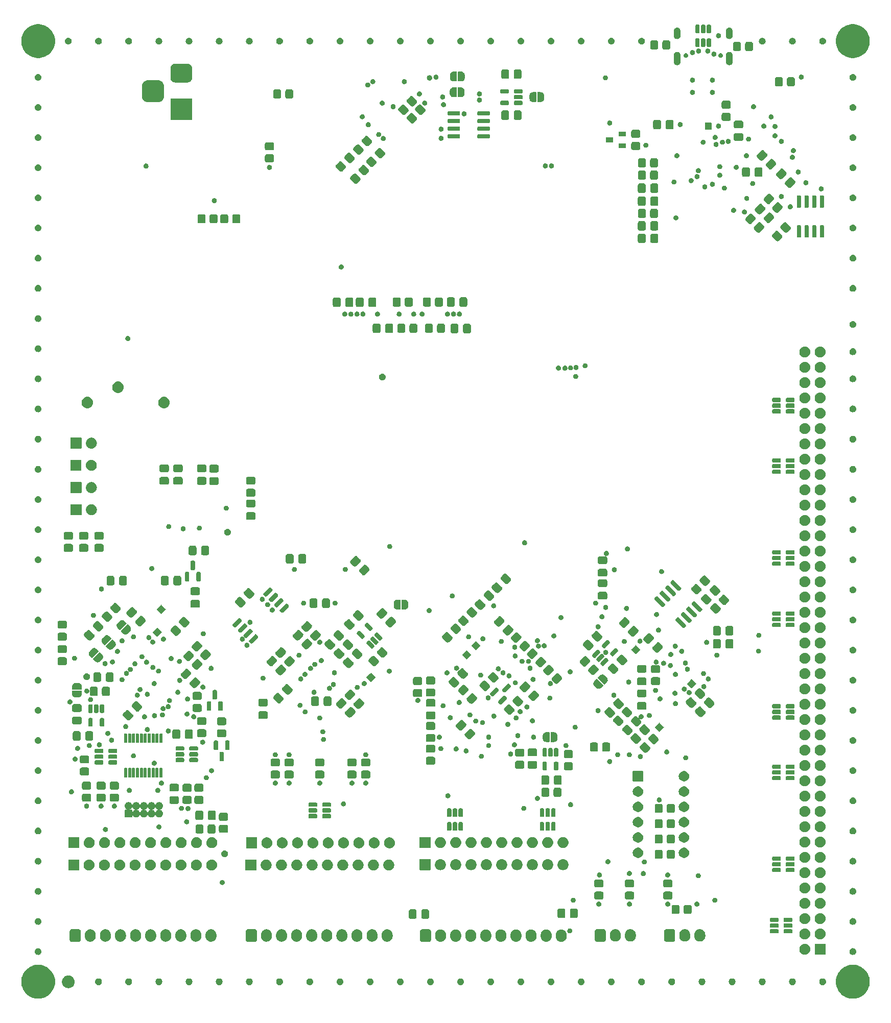
<source format=gbs>
%TF.GenerationSoftware,KiCad,Pcbnew,7.0.9*%
%TF.CreationDate,2023-12-25T16:10:33+05:30*%
%TF.ProjectId,Custom_BMP,43757374-6f6d-45f4-924d-502e6b696361,rev?*%
%TF.SameCoordinates,Original*%
%TF.FileFunction,Soldermask,Bot*%
%TF.FilePolarity,Negative*%
%FSLAX46Y46*%
G04 Gerber Fmt 4.6, Leading zero omitted, Abs format (unit mm)*
G04 Created by KiCad (PCBNEW 7.0.9) date 2023-12-25 16:10:33*
%MOMM*%
%LPD*%
G01*
G04 APERTURE LIST*
G04 APERTURE END LIST*
G36*
X30487951Y-176232690D02*
G01*
X30805917Y-176308049D01*
X31112984Y-176419813D01*
X31405000Y-176566469D01*
X31678016Y-176746034D01*
X31928339Y-176956080D01*
X32152585Y-177193767D01*
X32347721Y-177455880D01*
X32511108Y-177738874D01*
X32640536Y-178038923D01*
X32734256Y-178351969D01*
X32791000Y-178673779D01*
X32810000Y-179000000D01*
X32791000Y-179326221D01*
X32734256Y-179648031D01*
X32640536Y-179961077D01*
X32511108Y-180261126D01*
X32347721Y-180544120D01*
X32152585Y-180806233D01*
X31928339Y-181043920D01*
X31678016Y-181253966D01*
X31405000Y-181433531D01*
X31112984Y-181580187D01*
X30805917Y-181691951D01*
X30487951Y-181767310D01*
X30163387Y-181805246D01*
X29836613Y-181805246D01*
X29512049Y-181767310D01*
X29194083Y-181691951D01*
X28887016Y-181580187D01*
X28595000Y-181433531D01*
X28321984Y-181253966D01*
X28071661Y-181043920D01*
X27847415Y-180806233D01*
X27652279Y-180544120D01*
X27488892Y-180261126D01*
X27359464Y-179961077D01*
X27265744Y-179648031D01*
X27209000Y-179326221D01*
X27190000Y-179000000D01*
X27209000Y-178673779D01*
X27265744Y-178351969D01*
X27359464Y-178038923D01*
X27488892Y-177738874D01*
X27652279Y-177455880D01*
X27847415Y-177193767D01*
X28071661Y-176956080D01*
X28321984Y-176746034D01*
X28595000Y-176566469D01*
X28887016Y-176419813D01*
X29194083Y-176308049D01*
X29512049Y-176232690D01*
X29836613Y-176194754D01*
X30163387Y-176194754D01*
X30487951Y-176232690D01*
G37*
G36*
X165487951Y-176232690D02*
G01*
X165805917Y-176308049D01*
X166112984Y-176419813D01*
X166405000Y-176566469D01*
X166678016Y-176746034D01*
X166928339Y-176956080D01*
X167152585Y-177193767D01*
X167347721Y-177455880D01*
X167511108Y-177738874D01*
X167640536Y-178038923D01*
X167734256Y-178351969D01*
X167791000Y-178673779D01*
X167810000Y-179000000D01*
X167791000Y-179326221D01*
X167734256Y-179648031D01*
X167640536Y-179961077D01*
X167511108Y-180261126D01*
X167347721Y-180544120D01*
X167152585Y-180806233D01*
X166928339Y-181043920D01*
X166678016Y-181253966D01*
X166405000Y-181433531D01*
X166112984Y-181580187D01*
X165805917Y-181691951D01*
X165487951Y-181767310D01*
X165163387Y-181805246D01*
X164836613Y-181805246D01*
X164512049Y-181767310D01*
X164194083Y-181691951D01*
X163887016Y-181580187D01*
X163595000Y-181433531D01*
X163321984Y-181253966D01*
X163071661Y-181043920D01*
X162847415Y-180806233D01*
X162652279Y-180544120D01*
X162488892Y-180261126D01*
X162359464Y-179961077D01*
X162265744Y-179648031D01*
X162209000Y-179326221D01*
X162190000Y-179000000D01*
X162209000Y-178673779D01*
X162265744Y-178351969D01*
X162359464Y-178038923D01*
X162488892Y-177738874D01*
X162652279Y-177455880D01*
X162847415Y-177193767D01*
X163071661Y-176956080D01*
X163321984Y-176746034D01*
X163595000Y-176566469D01*
X163887016Y-176419813D01*
X164194083Y-176308049D01*
X164512049Y-176232690D01*
X164836613Y-176194754D01*
X165163387Y-176194754D01*
X165487951Y-176232690D01*
G37*
G36*
X35047638Y-177944692D02*
G01*
X35097788Y-177944692D01*
X35153637Y-177955132D01*
X35206796Y-177960368D01*
X35247182Y-177972619D01*
X35290036Y-177980630D01*
X35349388Y-178003623D01*
X35405644Y-178020688D01*
X35437785Y-178037867D01*
X35472404Y-178051279D01*
X35532552Y-178088521D01*
X35588904Y-178118642D01*
X35612582Y-178138074D01*
X35638689Y-178154239D01*
X35696540Y-178206977D01*
X35749533Y-178250467D01*
X35765234Y-178269599D01*
X35783222Y-178285997D01*
X35835442Y-178355147D01*
X35881358Y-178411096D01*
X35890236Y-178427706D01*
X35901084Y-178442071D01*
X35944237Y-178528735D01*
X35979312Y-178594356D01*
X35983053Y-178606689D01*
X35988261Y-178617148D01*
X36019024Y-178725270D01*
X36039632Y-178793204D01*
X36040308Y-178800077D01*
X36041783Y-178805258D01*
X36057095Y-178970508D01*
X36060000Y-179000000D01*
X36057095Y-179029494D01*
X36041783Y-179194741D01*
X36040309Y-179199921D01*
X36039632Y-179206796D01*
X36019019Y-179274744D01*
X35988261Y-179382851D01*
X35983054Y-179393307D01*
X35979312Y-179405644D01*
X35944230Y-179471277D01*
X35901084Y-179557928D01*
X35890238Y-179572289D01*
X35881358Y-179588904D01*
X35835432Y-179644863D01*
X35783222Y-179714002D01*
X35765238Y-179730396D01*
X35749533Y-179749533D01*
X35696529Y-179793031D01*
X35638689Y-179845760D01*
X35612587Y-179861921D01*
X35588904Y-179881358D01*
X35532541Y-179911484D01*
X35472404Y-179948720D01*
X35437792Y-179962128D01*
X35405644Y-179979312D01*
X35349376Y-179996380D01*
X35290036Y-180019369D01*
X35247189Y-180027378D01*
X35206796Y-180039632D01*
X35153634Y-180044868D01*
X35097788Y-180055308D01*
X35047638Y-180055308D01*
X35000000Y-180060000D01*
X34952362Y-180055308D01*
X34902212Y-180055308D01*
X34846365Y-180044868D01*
X34793204Y-180039632D01*
X34752811Y-180027379D01*
X34709963Y-180019369D01*
X34650618Y-179996379D01*
X34594356Y-179979312D01*
X34562210Y-179962130D01*
X34527595Y-179948720D01*
X34467451Y-179911480D01*
X34411096Y-179881358D01*
X34387415Y-179861924D01*
X34361310Y-179845760D01*
X34303460Y-179793023D01*
X34250467Y-179749533D01*
X34234764Y-179730400D01*
X34216777Y-179714002D01*
X34164554Y-179644848D01*
X34118642Y-179588904D01*
X34109764Y-179572294D01*
X34098915Y-179557928D01*
X34055755Y-179471250D01*
X34020688Y-179405644D01*
X34016947Y-179393313D01*
X34011738Y-179382851D01*
X33980963Y-179274691D01*
X33960368Y-179206796D01*
X33959691Y-179199926D01*
X33958216Y-179194741D01*
X33942888Y-179029322D01*
X33940000Y-179000000D01*
X33942887Y-178970679D01*
X33958216Y-178805258D01*
X33959691Y-178800071D01*
X33960368Y-178793204D01*
X33980959Y-178725323D01*
X34011738Y-178617148D01*
X34016948Y-178606684D01*
X34020688Y-178594356D01*
X34055747Y-178528763D01*
X34098915Y-178442071D01*
X34109765Y-178427702D01*
X34118642Y-178411096D01*
X34164545Y-178355163D01*
X34216777Y-178285997D01*
X34234768Y-178269595D01*
X34250467Y-178250467D01*
X34303449Y-178206985D01*
X34361310Y-178154239D01*
X34387420Y-178138071D01*
X34411096Y-178118642D01*
X34467439Y-178088525D01*
X34527595Y-178051279D01*
X34562217Y-178037866D01*
X34594356Y-178020688D01*
X34650606Y-178003624D01*
X34709963Y-177980630D01*
X34752818Y-177972618D01*
X34793204Y-177960368D01*
X34846362Y-177955132D01*
X34902212Y-177944692D01*
X34952362Y-177944692D01*
X35000000Y-177940000D01*
X35047638Y-177944692D01*
G37*
G36*
X40144939Y-178459082D02*
G01*
X40280000Y-178515026D01*
X40395980Y-178604020D01*
X40484974Y-178720000D01*
X40540918Y-178855061D01*
X40560000Y-179000000D01*
X40540918Y-179144939D01*
X40484974Y-179280000D01*
X40395980Y-179395980D01*
X40280000Y-179484974D01*
X40144939Y-179540918D01*
X40000000Y-179560000D01*
X39855061Y-179540918D01*
X39720000Y-179484974D01*
X39604020Y-179395980D01*
X39515026Y-179280000D01*
X39459082Y-179144939D01*
X39440000Y-179000000D01*
X39459082Y-178855061D01*
X39515026Y-178720000D01*
X39604020Y-178604020D01*
X39720000Y-178515026D01*
X39855061Y-178459082D01*
X40000000Y-178440000D01*
X40144939Y-178459082D01*
G37*
G36*
X45144939Y-178459082D02*
G01*
X45280000Y-178515026D01*
X45395980Y-178604020D01*
X45484974Y-178720000D01*
X45540918Y-178855061D01*
X45560000Y-179000000D01*
X45540918Y-179144939D01*
X45484974Y-179280000D01*
X45395980Y-179395980D01*
X45280000Y-179484974D01*
X45144939Y-179540918D01*
X45000000Y-179560000D01*
X44855061Y-179540918D01*
X44720000Y-179484974D01*
X44604020Y-179395980D01*
X44515026Y-179280000D01*
X44459082Y-179144939D01*
X44440000Y-179000000D01*
X44459082Y-178855061D01*
X44515026Y-178720000D01*
X44604020Y-178604020D01*
X44720000Y-178515026D01*
X44855061Y-178459082D01*
X45000000Y-178440000D01*
X45144939Y-178459082D01*
G37*
G36*
X50144939Y-178459082D02*
G01*
X50280000Y-178515026D01*
X50395980Y-178604020D01*
X50484974Y-178720000D01*
X50540918Y-178855061D01*
X50560000Y-179000000D01*
X50540918Y-179144939D01*
X50484974Y-179280000D01*
X50395980Y-179395980D01*
X50280000Y-179484974D01*
X50144939Y-179540918D01*
X50000000Y-179560000D01*
X49855061Y-179540918D01*
X49720000Y-179484974D01*
X49604020Y-179395980D01*
X49515026Y-179280000D01*
X49459082Y-179144939D01*
X49440000Y-179000000D01*
X49459082Y-178855061D01*
X49515026Y-178720000D01*
X49604020Y-178604020D01*
X49720000Y-178515026D01*
X49855061Y-178459082D01*
X50000000Y-178440000D01*
X50144939Y-178459082D01*
G37*
G36*
X55144939Y-178459082D02*
G01*
X55280000Y-178515026D01*
X55395980Y-178604020D01*
X55484974Y-178720000D01*
X55540918Y-178855061D01*
X55560000Y-179000000D01*
X55540918Y-179144939D01*
X55484974Y-179280000D01*
X55395980Y-179395980D01*
X55280000Y-179484974D01*
X55144939Y-179540918D01*
X55000000Y-179560000D01*
X54855061Y-179540918D01*
X54720000Y-179484974D01*
X54604020Y-179395980D01*
X54515026Y-179280000D01*
X54459082Y-179144939D01*
X54440000Y-179000000D01*
X54459082Y-178855061D01*
X54515026Y-178720000D01*
X54604020Y-178604020D01*
X54720000Y-178515026D01*
X54855061Y-178459082D01*
X55000000Y-178440000D01*
X55144939Y-178459082D01*
G37*
G36*
X60144939Y-178459082D02*
G01*
X60280000Y-178515026D01*
X60395980Y-178604020D01*
X60484974Y-178720000D01*
X60540918Y-178855061D01*
X60560000Y-179000000D01*
X60540918Y-179144939D01*
X60484974Y-179280000D01*
X60395980Y-179395980D01*
X60280000Y-179484974D01*
X60144939Y-179540918D01*
X60000000Y-179560000D01*
X59855061Y-179540918D01*
X59720000Y-179484974D01*
X59604020Y-179395980D01*
X59515026Y-179280000D01*
X59459082Y-179144939D01*
X59440000Y-179000000D01*
X59459082Y-178855061D01*
X59515026Y-178720000D01*
X59604020Y-178604020D01*
X59720000Y-178515026D01*
X59855061Y-178459082D01*
X60000000Y-178440000D01*
X60144939Y-178459082D01*
G37*
G36*
X65144939Y-178459082D02*
G01*
X65280000Y-178515026D01*
X65395980Y-178604020D01*
X65484974Y-178720000D01*
X65540918Y-178855061D01*
X65560000Y-179000000D01*
X65540918Y-179144939D01*
X65484974Y-179280000D01*
X65395980Y-179395980D01*
X65280000Y-179484974D01*
X65144939Y-179540918D01*
X65000000Y-179560000D01*
X64855061Y-179540918D01*
X64720000Y-179484974D01*
X64604020Y-179395980D01*
X64515026Y-179280000D01*
X64459082Y-179144939D01*
X64440000Y-179000000D01*
X64459082Y-178855061D01*
X64515026Y-178720000D01*
X64604020Y-178604020D01*
X64720000Y-178515026D01*
X64855061Y-178459082D01*
X65000000Y-178440000D01*
X65144939Y-178459082D01*
G37*
G36*
X70144939Y-178459082D02*
G01*
X70280000Y-178515026D01*
X70395980Y-178604020D01*
X70484974Y-178720000D01*
X70540918Y-178855061D01*
X70560000Y-179000000D01*
X70540918Y-179144939D01*
X70484974Y-179280000D01*
X70395980Y-179395980D01*
X70280000Y-179484974D01*
X70144939Y-179540918D01*
X70000000Y-179560000D01*
X69855061Y-179540918D01*
X69720000Y-179484974D01*
X69604020Y-179395980D01*
X69515026Y-179280000D01*
X69459082Y-179144939D01*
X69440000Y-179000000D01*
X69459082Y-178855061D01*
X69515026Y-178720000D01*
X69604020Y-178604020D01*
X69720000Y-178515026D01*
X69855061Y-178459082D01*
X70000000Y-178440000D01*
X70144939Y-178459082D01*
G37*
G36*
X75144939Y-178459082D02*
G01*
X75280000Y-178515026D01*
X75395980Y-178604020D01*
X75484974Y-178720000D01*
X75540918Y-178855061D01*
X75560000Y-179000000D01*
X75540918Y-179144939D01*
X75484974Y-179280000D01*
X75395980Y-179395980D01*
X75280000Y-179484974D01*
X75144939Y-179540918D01*
X75000000Y-179560000D01*
X74855061Y-179540918D01*
X74720000Y-179484974D01*
X74604020Y-179395980D01*
X74515026Y-179280000D01*
X74459082Y-179144939D01*
X74440000Y-179000000D01*
X74459082Y-178855061D01*
X74515026Y-178720000D01*
X74604020Y-178604020D01*
X74720000Y-178515026D01*
X74855061Y-178459082D01*
X75000000Y-178440000D01*
X75144939Y-178459082D01*
G37*
G36*
X80144939Y-178459082D02*
G01*
X80280000Y-178515026D01*
X80395980Y-178604020D01*
X80484974Y-178720000D01*
X80540918Y-178855061D01*
X80560000Y-179000000D01*
X80540918Y-179144939D01*
X80484974Y-179280000D01*
X80395980Y-179395980D01*
X80280000Y-179484974D01*
X80144939Y-179540918D01*
X80000000Y-179560000D01*
X79855061Y-179540918D01*
X79720000Y-179484974D01*
X79604020Y-179395980D01*
X79515026Y-179280000D01*
X79459082Y-179144939D01*
X79440000Y-179000000D01*
X79459082Y-178855061D01*
X79515026Y-178720000D01*
X79604020Y-178604020D01*
X79720000Y-178515026D01*
X79855061Y-178459082D01*
X80000000Y-178440000D01*
X80144939Y-178459082D01*
G37*
G36*
X85144939Y-178459082D02*
G01*
X85280000Y-178515026D01*
X85395980Y-178604020D01*
X85484974Y-178720000D01*
X85540918Y-178855061D01*
X85560000Y-179000000D01*
X85540918Y-179144939D01*
X85484974Y-179280000D01*
X85395980Y-179395980D01*
X85280000Y-179484974D01*
X85144939Y-179540918D01*
X85000000Y-179560000D01*
X84855061Y-179540918D01*
X84720000Y-179484974D01*
X84604020Y-179395980D01*
X84515026Y-179280000D01*
X84459082Y-179144939D01*
X84440000Y-179000000D01*
X84459082Y-178855061D01*
X84515026Y-178720000D01*
X84604020Y-178604020D01*
X84720000Y-178515026D01*
X84855061Y-178459082D01*
X85000000Y-178440000D01*
X85144939Y-178459082D01*
G37*
G36*
X90144939Y-178459082D02*
G01*
X90280000Y-178515026D01*
X90395980Y-178604020D01*
X90484974Y-178720000D01*
X90540918Y-178855061D01*
X90560000Y-179000000D01*
X90540918Y-179144939D01*
X90484974Y-179280000D01*
X90395980Y-179395980D01*
X90280000Y-179484974D01*
X90144939Y-179540918D01*
X90000000Y-179560000D01*
X89855061Y-179540918D01*
X89720000Y-179484974D01*
X89604020Y-179395980D01*
X89515026Y-179280000D01*
X89459082Y-179144939D01*
X89440000Y-179000000D01*
X89459082Y-178855061D01*
X89515026Y-178720000D01*
X89604020Y-178604020D01*
X89720000Y-178515026D01*
X89855061Y-178459082D01*
X90000000Y-178440000D01*
X90144939Y-178459082D01*
G37*
G36*
X95144939Y-178459082D02*
G01*
X95280000Y-178515026D01*
X95395980Y-178604020D01*
X95484974Y-178720000D01*
X95540918Y-178855061D01*
X95560000Y-179000000D01*
X95540918Y-179144939D01*
X95484974Y-179280000D01*
X95395980Y-179395980D01*
X95280000Y-179484974D01*
X95144939Y-179540918D01*
X95000000Y-179560000D01*
X94855061Y-179540918D01*
X94720000Y-179484974D01*
X94604020Y-179395980D01*
X94515026Y-179280000D01*
X94459082Y-179144939D01*
X94440000Y-179000000D01*
X94459082Y-178855061D01*
X94515026Y-178720000D01*
X94604020Y-178604020D01*
X94720000Y-178515026D01*
X94855061Y-178459082D01*
X95000000Y-178440000D01*
X95144939Y-178459082D01*
G37*
G36*
X100144939Y-178459082D02*
G01*
X100280000Y-178515026D01*
X100395980Y-178604020D01*
X100484974Y-178720000D01*
X100540918Y-178855061D01*
X100560000Y-179000000D01*
X100540918Y-179144939D01*
X100484974Y-179280000D01*
X100395980Y-179395980D01*
X100280000Y-179484974D01*
X100144939Y-179540918D01*
X100000000Y-179560000D01*
X99855061Y-179540918D01*
X99720000Y-179484974D01*
X99604020Y-179395980D01*
X99515026Y-179280000D01*
X99459082Y-179144939D01*
X99440000Y-179000000D01*
X99459082Y-178855061D01*
X99515026Y-178720000D01*
X99604020Y-178604020D01*
X99720000Y-178515026D01*
X99855061Y-178459082D01*
X100000000Y-178440000D01*
X100144939Y-178459082D01*
G37*
G36*
X105144939Y-178459082D02*
G01*
X105280000Y-178515026D01*
X105395980Y-178604020D01*
X105484974Y-178720000D01*
X105540918Y-178855061D01*
X105560000Y-179000000D01*
X105540918Y-179144939D01*
X105484974Y-179280000D01*
X105395980Y-179395980D01*
X105280000Y-179484974D01*
X105144939Y-179540918D01*
X105000000Y-179560000D01*
X104855061Y-179540918D01*
X104720000Y-179484974D01*
X104604020Y-179395980D01*
X104515026Y-179280000D01*
X104459082Y-179144939D01*
X104440000Y-179000000D01*
X104459082Y-178855061D01*
X104515026Y-178720000D01*
X104604020Y-178604020D01*
X104720000Y-178515026D01*
X104855061Y-178459082D01*
X105000000Y-178440000D01*
X105144939Y-178459082D01*
G37*
G36*
X110144939Y-178459082D02*
G01*
X110280000Y-178515026D01*
X110395980Y-178604020D01*
X110484974Y-178720000D01*
X110540918Y-178855061D01*
X110560000Y-179000000D01*
X110540918Y-179144939D01*
X110484974Y-179280000D01*
X110395980Y-179395980D01*
X110280000Y-179484974D01*
X110144939Y-179540918D01*
X110000000Y-179560000D01*
X109855061Y-179540918D01*
X109720000Y-179484974D01*
X109604020Y-179395980D01*
X109515026Y-179280000D01*
X109459082Y-179144939D01*
X109440000Y-179000000D01*
X109459082Y-178855061D01*
X109515026Y-178720000D01*
X109604020Y-178604020D01*
X109720000Y-178515026D01*
X109855061Y-178459082D01*
X110000000Y-178440000D01*
X110144939Y-178459082D01*
G37*
G36*
X115144939Y-178459082D02*
G01*
X115280000Y-178515026D01*
X115395980Y-178604020D01*
X115484974Y-178720000D01*
X115540918Y-178855061D01*
X115560000Y-179000000D01*
X115540918Y-179144939D01*
X115484974Y-179280000D01*
X115395980Y-179395980D01*
X115280000Y-179484974D01*
X115144939Y-179540918D01*
X115000000Y-179560000D01*
X114855061Y-179540918D01*
X114720000Y-179484974D01*
X114604020Y-179395980D01*
X114515026Y-179280000D01*
X114459082Y-179144939D01*
X114440000Y-179000000D01*
X114459082Y-178855061D01*
X114515026Y-178720000D01*
X114604020Y-178604020D01*
X114720000Y-178515026D01*
X114855061Y-178459082D01*
X115000000Y-178440000D01*
X115144939Y-178459082D01*
G37*
G36*
X120144939Y-178459082D02*
G01*
X120280000Y-178515026D01*
X120395980Y-178604020D01*
X120484974Y-178720000D01*
X120540918Y-178855061D01*
X120560000Y-179000000D01*
X120540918Y-179144939D01*
X120484974Y-179280000D01*
X120395980Y-179395980D01*
X120280000Y-179484974D01*
X120144939Y-179540918D01*
X120000000Y-179560000D01*
X119855061Y-179540918D01*
X119720000Y-179484974D01*
X119604020Y-179395980D01*
X119515026Y-179280000D01*
X119459082Y-179144939D01*
X119440000Y-179000000D01*
X119459082Y-178855061D01*
X119515026Y-178720000D01*
X119604020Y-178604020D01*
X119720000Y-178515026D01*
X119855061Y-178459082D01*
X120000000Y-178440000D01*
X120144939Y-178459082D01*
G37*
G36*
X125144939Y-178459082D02*
G01*
X125280000Y-178515026D01*
X125395980Y-178604020D01*
X125484974Y-178720000D01*
X125540918Y-178855061D01*
X125560000Y-179000000D01*
X125540918Y-179144939D01*
X125484974Y-179280000D01*
X125395980Y-179395980D01*
X125280000Y-179484974D01*
X125144939Y-179540918D01*
X125000000Y-179560000D01*
X124855061Y-179540918D01*
X124720000Y-179484974D01*
X124604020Y-179395980D01*
X124515026Y-179280000D01*
X124459082Y-179144939D01*
X124440000Y-179000000D01*
X124459082Y-178855061D01*
X124515026Y-178720000D01*
X124604020Y-178604020D01*
X124720000Y-178515026D01*
X124855061Y-178459082D01*
X125000000Y-178440000D01*
X125144939Y-178459082D01*
G37*
G36*
X130144939Y-178459082D02*
G01*
X130280000Y-178515026D01*
X130395980Y-178604020D01*
X130484974Y-178720000D01*
X130540918Y-178855061D01*
X130560000Y-179000000D01*
X130540918Y-179144939D01*
X130484974Y-179280000D01*
X130395980Y-179395980D01*
X130280000Y-179484974D01*
X130144939Y-179540918D01*
X130000000Y-179560000D01*
X129855061Y-179540918D01*
X129720000Y-179484974D01*
X129604020Y-179395980D01*
X129515026Y-179280000D01*
X129459082Y-179144939D01*
X129440000Y-179000000D01*
X129459082Y-178855061D01*
X129515026Y-178720000D01*
X129604020Y-178604020D01*
X129720000Y-178515026D01*
X129855061Y-178459082D01*
X130000000Y-178440000D01*
X130144939Y-178459082D01*
G37*
G36*
X135144939Y-178459082D02*
G01*
X135280000Y-178515026D01*
X135395980Y-178604020D01*
X135484974Y-178720000D01*
X135540918Y-178855061D01*
X135560000Y-179000000D01*
X135540918Y-179144939D01*
X135484974Y-179280000D01*
X135395980Y-179395980D01*
X135280000Y-179484974D01*
X135144939Y-179540918D01*
X135000000Y-179560000D01*
X134855061Y-179540918D01*
X134720000Y-179484974D01*
X134604020Y-179395980D01*
X134515026Y-179280000D01*
X134459082Y-179144939D01*
X134440000Y-179000000D01*
X134459082Y-178855061D01*
X134515026Y-178720000D01*
X134604020Y-178604020D01*
X134720000Y-178515026D01*
X134855061Y-178459082D01*
X135000000Y-178440000D01*
X135144939Y-178459082D01*
G37*
G36*
X140144939Y-178459082D02*
G01*
X140280000Y-178515026D01*
X140395980Y-178604020D01*
X140484974Y-178720000D01*
X140540918Y-178855061D01*
X140560000Y-179000000D01*
X140540918Y-179144939D01*
X140484974Y-179280000D01*
X140395980Y-179395980D01*
X140280000Y-179484974D01*
X140144939Y-179540918D01*
X140000000Y-179560000D01*
X139855061Y-179540918D01*
X139720000Y-179484974D01*
X139604020Y-179395980D01*
X139515026Y-179280000D01*
X139459082Y-179144939D01*
X139440000Y-179000000D01*
X139459082Y-178855061D01*
X139515026Y-178720000D01*
X139604020Y-178604020D01*
X139720000Y-178515026D01*
X139855061Y-178459082D01*
X140000000Y-178440000D01*
X140144939Y-178459082D01*
G37*
G36*
X145144939Y-178459082D02*
G01*
X145280000Y-178515026D01*
X145395980Y-178604020D01*
X145484974Y-178720000D01*
X145540918Y-178855061D01*
X145560000Y-179000000D01*
X145540918Y-179144939D01*
X145484974Y-179280000D01*
X145395980Y-179395980D01*
X145280000Y-179484974D01*
X145144939Y-179540918D01*
X145000000Y-179560000D01*
X144855061Y-179540918D01*
X144720000Y-179484974D01*
X144604020Y-179395980D01*
X144515026Y-179280000D01*
X144459082Y-179144939D01*
X144440000Y-179000000D01*
X144459082Y-178855061D01*
X144515026Y-178720000D01*
X144604020Y-178604020D01*
X144720000Y-178515026D01*
X144855061Y-178459082D01*
X145000000Y-178440000D01*
X145144939Y-178459082D01*
G37*
G36*
X150144939Y-178459082D02*
G01*
X150280000Y-178515026D01*
X150395980Y-178604020D01*
X150484974Y-178720000D01*
X150540918Y-178855061D01*
X150560000Y-179000000D01*
X150540918Y-179144939D01*
X150484974Y-179280000D01*
X150395980Y-179395980D01*
X150280000Y-179484974D01*
X150144939Y-179540918D01*
X150000000Y-179560000D01*
X149855061Y-179540918D01*
X149720000Y-179484974D01*
X149604020Y-179395980D01*
X149515026Y-179280000D01*
X149459082Y-179144939D01*
X149440000Y-179000000D01*
X149459082Y-178855061D01*
X149515026Y-178720000D01*
X149604020Y-178604020D01*
X149720000Y-178515026D01*
X149855061Y-178459082D01*
X150000000Y-178440000D01*
X150144939Y-178459082D01*
G37*
G36*
X155144939Y-178459082D02*
G01*
X155280000Y-178515026D01*
X155395980Y-178604020D01*
X155484974Y-178720000D01*
X155540918Y-178855061D01*
X155560000Y-179000000D01*
X155540918Y-179144939D01*
X155484974Y-179280000D01*
X155395980Y-179395980D01*
X155280000Y-179484974D01*
X155144939Y-179540918D01*
X155000000Y-179560000D01*
X154855061Y-179540918D01*
X154720000Y-179484974D01*
X154604020Y-179395980D01*
X154515026Y-179280000D01*
X154459082Y-179144939D01*
X154440000Y-179000000D01*
X154459082Y-178855061D01*
X154515026Y-178720000D01*
X154604020Y-178604020D01*
X154720000Y-178515026D01*
X154855061Y-178459082D01*
X155000000Y-178440000D01*
X155144939Y-178459082D01*
G37*
G36*
X160144939Y-178459082D02*
G01*
X160280000Y-178515026D01*
X160395980Y-178604020D01*
X160484974Y-178720000D01*
X160540918Y-178855061D01*
X160560000Y-179000000D01*
X160540918Y-179144939D01*
X160484974Y-179280000D01*
X160395980Y-179395980D01*
X160280000Y-179484974D01*
X160144939Y-179540918D01*
X160000000Y-179560000D01*
X159855061Y-179540918D01*
X159720000Y-179484974D01*
X159604020Y-179395980D01*
X159515026Y-179280000D01*
X159459082Y-179144939D01*
X159440000Y-179000000D01*
X159459082Y-178855061D01*
X159515026Y-178720000D01*
X159604020Y-178604020D01*
X159720000Y-178515026D01*
X159855061Y-178459082D01*
X160000000Y-178440000D01*
X160144939Y-178459082D01*
G37*
G36*
X30144939Y-173459082D02*
G01*
X30280000Y-173515026D01*
X30395980Y-173604020D01*
X30484974Y-173720000D01*
X30540918Y-173855061D01*
X30560000Y-174000000D01*
X30540918Y-174144939D01*
X30484974Y-174280000D01*
X30395980Y-174395980D01*
X30280000Y-174484974D01*
X30144939Y-174540918D01*
X30000000Y-174560000D01*
X29855061Y-174540918D01*
X29720000Y-174484974D01*
X29604020Y-174395980D01*
X29515026Y-174280000D01*
X29459082Y-174144939D01*
X29440000Y-174000000D01*
X29459082Y-173855061D01*
X29515026Y-173720000D01*
X29604020Y-173604020D01*
X29720000Y-173515026D01*
X29855061Y-173459082D01*
X30000000Y-173440000D01*
X30144939Y-173459082D01*
G37*
G36*
X165144939Y-173459082D02*
G01*
X165280000Y-173515026D01*
X165395980Y-173604020D01*
X165484974Y-173720000D01*
X165540918Y-173855061D01*
X165560000Y-174000000D01*
X165540918Y-174144939D01*
X165484974Y-174280000D01*
X165395980Y-174395980D01*
X165280000Y-174484974D01*
X165144939Y-174540918D01*
X165000000Y-174560000D01*
X164855061Y-174540918D01*
X164720000Y-174484974D01*
X164604020Y-174395980D01*
X164515026Y-174280000D01*
X164459082Y-174144939D01*
X164440000Y-174000000D01*
X164459082Y-173855061D01*
X164515026Y-173720000D01*
X164604020Y-173604020D01*
X164720000Y-173515026D01*
X164855061Y-173459082D01*
X165000000Y-173440000D01*
X165144939Y-173459082D01*
G37*
G36*
X160462461Y-172704667D02*
G01*
X160481926Y-172717674D01*
X160494933Y-172737139D01*
X160499500Y-172760100D01*
X160499500Y-174460100D01*
X160494933Y-174483061D01*
X160481926Y-174502526D01*
X160462461Y-174515533D01*
X160439500Y-174520100D01*
X158739500Y-174520100D01*
X158716539Y-174515533D01*
X158697074Y-174502526D01*
X158684067Y-174483061D01*
X158679500Y-174460100D01*
X158679500Y-172760100D01*
X158684067Y-172737139D01*
X158697074Y-172717674D01*
X158716539Y-172704667D01*
X158739500Y-172700100D01*
X160439500Y-172700100D01*
X160462461Y-172704667D01*
G37*
G36*
X157098155Y-172705085D02*
G01*
X157144621Y-172705085D01*
X157184740Y-172713612D01*
X157226991Y-172717774D01*
X157280077Y-172733877D01*
X157330705Y-172744639D01*
X157363100Y-172759062D01*
X157397667Y-172769548D01*
X157452591Y-172798906D01*
X157504500Y-172822017D01*
X157528636Y-172839553D01*
X157554961Y-172853624D01*
X157608662Y-172897694D01*
X157658409Y-172933838D01*
X157674559Y-172951774D01*
X157692830Y-172966769D01*
X157741926Y-173026594D01*
X157785705Y-173075215D01*
X157794903Y-173091146D01*
X157805975Y-173104638D01*
X157846939Y-173181276D01*
X157880826Y-173239970D01*
X157884723Y-173251964D01*
X157890051Y-173261932D01*
X157919424Y-173358762D01*
X157939614Y-173420900D01*
X157940324Y-173427662D01*
X157941825Y-173432608D01*
X157956418Y-173580780D01*
X157959500Y-173610100D01*
X157956418Y-173639421D01*
X157941825Y-173787591D01*
X157940324Y-173792536D01*
X157939614Y-173799300D01*
X157919419Y-173861451D01*
X157890051Y-173958267D01*
X157884724Y-173968232D01*
X157880826Y-173980230D01*
X157846932Y-174038935D01*
X157805975Y-174115561D01*
X157794905Y-174129049D01*
X157785705Y-174144985D01*
X157741917Y-174193616D01*
X157692830Y-174253430D01*
X157674562Y-174268421D01*
X157658409Y-174286362D01*
X157608651Y-174322512D01*
X157554961Y-174366575D01*
X157528641Y-174380642D01*
X157504500Y-174398183D01*
X157452580Y-174421298D01*
X157397667Y-174450651D01*
X157363107Y-174461134D01*
X157330705Y-174475561D01*
X157280066Y-174486324D01*
X157226991Y-174502425D01*
X157184749Y-174506585D01*
X157144621Y-174515115D01*
X157098145Y-174515115D01*
X157049500Y-174519906D01*
X157000855Y-174515115D01*
X156954379Y-174515115D01*
X156914251Y-174506585D01*
X156872008Y-174502425D01*
X156818930Y-174486323D01*
X156768295Y-174475561D01*
X156735894Y-174461135D01*
X156701332Y-174450651D01*
X156646413Y-174421296D01*
X156594500Y-174398183D01*
X156570360Y-174380644D01*
X156544038Y-174366575D01*
X156490339Y-174322506D01*
X156440591Y-174286362D01*
X156424440Y-174268424D01*
X156406169Y-174253430D01*
X156357071Y-174193603D01*
X156313295Y-174144985D01*
X156304097Y-174129053D01*
X156293024Y-174115561D01*
X156252054Y-174038912D01*
X156218174Y-173980230D01*
X156214277Y-173968237D01*
X156208948Y-173958267D01*
X156179565Y-173861404D01*
X156159386Y-173799300D01*
X156158675Y-173792541D01*
X156157174Y-173787591D01*
X156142566Y-173639270D01*
X156139500Y-173610100D01*
X156142565Y-173580931D01*
X156157174Y-173432608D01*
X156158675Y-173427657D01*
X156159386Y-173420900D01*
X156179560Y-173358809D01*
X156208948Y-173261932D01*
X156214278Y-173251959D01*
X156218174Y-173239970D01*
X156252046Y-173181300D01*
X156293024Y-173104638D01*
X156304099Y-173091142D01*
X156313295Y-173075215D01*
X156357062Y-173026606D01*
X156406169Y-172966769D01*
X156424443Y-172951771D01*
X156440591Y-172933838D01*
X156490329Y-172897701D01*
X156544038Y-172853624D01*
X156570366Y-172839551D01*
X156594500Y-172822017D01*
X156646402Y-172798908D01*
X156701332Y-172769548D01*
X156735901Y-172759061D01*
X156768295Y-172744639D01*
X156818919Y-172733878D01*
X156872008Y-172717774D01*
X156914260Y-172713612D01*
X156954379Y-172705085D01*
X157000845Y-172705085D01*
X157049500Y-172700293D01*
X157098155Y-172705085D01*
G37*
G36*
X94855475Y-170314483D02*
G01*
X94864020Y-170318256D01*
X94872413Y-170319479D01*
X94924874Y-170345126D01*
X94959692Y-170360500D01*
X94962916Y-170363724D01*
X94964311Y-170364406D01*
X95036342Y-170436437D01*
X95037023Y-170437831D01*
X95040249Y-170441057D01*
X95055629Y-170475889D01*
X95081269Y-170528336D01*
X95082491Y-170536724D01*
X95086266Y-170545274D01*
X95094500Y-170616249D01*
X95094500Y-172066249D01*
X95086266Y-172137224D01*
X95082491Y-172145773D01*
X95081269Y-172154162D01*
X95055631Y-172206602D01*
X95040249Y-172241441D01*
X95037023Y-172244666D01*
X95036342Y-172246060D01*
X94964311Y-172318091D01*
X94962917Y-172318772D01*
X94959692Y-172321998D01*
X94924849Y-172337382D01*
X94872412Y-172363018D01*
X94864024Y-172364239D01*
X94855475Y-172368015D01*
X94784500Y-172376249D01*
X93584500Y-172376249D01*
X93513525Y-172368015D01*
X93504976Y-172364240D01*
X93496586Y-172363018D01*
X93444136Y-172337376D01*
X93409308Y-172321998D01*
X93406082Y-172318772D01*
X93404688Y-172318091D01*
X93332657Y-172246060D01*
X93331975Y-172244665D01*
X93328751Y-172241441D01*
X93313375Y-172206619D01*
X93287730Y-172154161D01*
X93286507Y-172145770D01*
X93282734Y-172137224D01*
X93274500Y-172066249D01*
X93274500Y-170616249D01*
X93282734Y-170545274D01*
X93286507Y-170536728D01*
X93287730Y-170528335D01*
X93313382Y-170475863D01*
X93328751Y-170441057D01*
X93331974Y-170437833D01*
X93332657Y-170436437D01*
X93404688Y-170364406D01*
X93406084Y-170363723D01*
X93409308Y-170360500D01*
X93444119Y-170345129D01*
X93496587Y-170319479D01*
X93504979Y-170318256D01*
X93513525Y-170314483D01*
X93584500Y-170306249D01*
X94784500Y-170306249D01*
X94855475Y-170314483D01*
G37*
G36*
X96709620Y-170311234D02*
G01*
X96779621Y-170311234D01*
X96801556Y-170315896D01*
X96822269Y-170316947D01*
X96894594Y-170335672D01*
X96965705Y-170350788D01*
X96983395Y-170358664D01*
X97000478Y-170363087D01*
X97070731Y-170397548D01*
X97139500Y-170428166D01*
X97152700Y-170437756D01*
X97165746Y-170444156D01*
X97230531Y-170494303D01*
X97293409Y-170539987D01*
X97302287Y-170549847D01*
X97311317Y-170556837D01*
X97367339Y-170622095D01*
X97420705Y-170681364D01*
X97425808Y-170690203D01*
X97431224Y-170696512D01*
X97475366Y-170776040D01*
X97515826Y-170846119D01*
X97518032Y-170852909D01*
X97520561Y-170857465D01*
X97550002Y-170951302D01*
X97574614Y-171027049D01*
X97575040Y-171031105D01*
X97575669Y-171033109D01*
X97588134Y-171155688D01*
X97594500Y-171216249D01*
X97594500Y-171466249D01*
X97594399Y-171467200D01*
X97589831Y-171557294D01*
X97579800Y-171606099D01*
X97574614Y-171655449D01*
X97561131Y-171696943D01*
X97552569Y-171738608D01*
X97532082Y-171786346D01*
X97515826Y-171836379D01*
X97495514Y-171871559D01*
X97479975Y-171907771D01*
X97448496Y-171952997D01*
X97420705Y-172001134D01*
X97395538Y-172029084D01*
X97374812Y-172058863D01*
X97332575Y-172099012D01*
X97293409Y-172142511D01*
X97265431Y-172162838D01*
X97241390Y-172185691D01*
X97189218Y-172218209D01*
X97139500Y-172254332D01*
X97110676Y-172267165D01*
X97085167Y-172283065D01*
X97024489Y-172305537D01*
X96965705Y-172331710D01*
X96937816Y-172337637D01*
X96912544Y-172346998D01*
X96845364Y-172357289D01*
X96779621Y-172371264D01*
X96754145Y-172371264D01*
X96730580Y-172374874D01*
X96659398Y-172371264D01*
X96589379Y-172371264D01*
X96567437Y-172366600D01*
X96546730Y-172365550D01*
X96474421Y-172346828D01*
X96403295Y-172331710D01*
X96385600Y-172323832D01*
X96368521Y-172319410D01*
X96298279Y-172284954D01*
X96229500Y-172254332D01*
X96216296Y-172244739D01*
X96203253Y-172238341D01*
X96138473Y-172188197D01*
X96075591Y-172142511D01*
X96066711Y-172132649D01*
X96057682Y-172125660D01*
X96001657Y-172060399D01*
X95948295Y-172001134D01*
X95943191Y-171992294D01*
X95937775Y-171985985D01*
X95893621Y-171906437D01*
X95853174Y-171836379D01*
X95850968Y-171829590D01*
X95848438Y-171825032D01*
X95818977Y-171731134D01*
X95794386Y-171655449D01*
X95793960Y-171651396D01*
X95793330Y-171649388D01*
X95780857Y-171526740D01*
X95774500Y-171466249D01*
X95774500Y-171216249D01*
X95774599Y-171215298D01*
X95779168Y-171125203D01*
X95789200Y-171076386D01*
X95794386Y-171027049D01*
X95807865Y-170985564D01*
X95816430Y-170943889D01*
X95836921Y-170896137D01*
X95853174Y-170846119D01*
X95873479Y-170810948D01*
X95889024Y-170774726D01*
X95920511Y-170729486D01*
X95948295Y-170681364D01*
X95973453Y-170653422D01*
X95994187Y-170623634D01*
X96036436Y-170583472D01*
X96075591Y-170539987D01*
X96103560Y-170519666D01*
X96127609Y-170496806D01*
X96179797Y-170464276D01*
X96229500Y-170428166D01*
X96258314Y-170415336D01*
X96283832Y-170399432D01*
X96344528Y-170376952D01*
X96403295Y-170350788D01*
X96431174Y-170344861D01*
X96456455Y-170335499D01*
X96523655Y-170325204D01*
X96589379Y-170311234D01*
X96614848Y-170311234D01*
X96638419Y-170307623D01*
X96709620Y-170311234D01*
G37*
G36*
X99209620Y-170311234D02*
G01*
X99279621Y-170311234D01*
X99301556Y-170315896D01*
X99322269Y-170316947D01*
X99394594Y-170335672D01*
X99465705Y-170350788D01*
X99483395Y-170358664D01*
X99500478Y-170363087D01*
X99570731Y-170397548D01*
X99639500Y-170428166D01*
X99652700Y-170437756D01*
X99665746Y-170444156D01*
X99730531Y-170494303D01*
X99793409Y-170539987D01*
X99802287Y-170549847D01*
X99811317Y-170556837D01*
X99867339Y-170622095D01*
X99920705Y-170681364D01*
X99925808Y-170690203D01*
X99931224Y-170696512D01*
X99975366Y-170776040D01*
X100015826Y-170846119D01*
X100018032Y-170852909D01*
X100020561Y-170857465D01*
X100050002Y-170951302D01*
X100074614Y-171027049D01*
X100075040Y-171031105D01*
X100075669Y-171033109D01*
X100088134Y-171155688D01*
X100094500Y-171216249D01*
X100094500Y-171466249D01*
X100094399Y-171467200D01*
X100089831Y-171557294D01*
X100079800Y-171606099D01*
X100074614Y-171655449D01*
X100061131Y-171696943D01*
X100052569Y-171738608D01*
X100032082Y-171786346D01*
X100015826Y-171836379D01*
X99995514Y-171871559D01*
X99979975Y-171907771D01*
X99948496Y-171952997D01*
X99920705Y-172001134D01*
X99895538Y-172029084D01*
X99874812Y-172058863D01*
X99832575Y-172099012D01*
X99793409Y-172142511D01*
X99765431Y-172162838D01*
X99741390Y-172185691D01*
X99689218Y-172218209D01*
X99639500Y-172254332D01*
X99610676Y-172267165D01*
X99585167Y-172283065D01*
X99524489Y-172305537D01*
X99465705Y-172331710D01*
X99437816Y-172337637D01*
X99412544Y-172346998D01*
X99345364Y-172357289D01*
X99279621Y-172371264D01*
X99254145Y-172371264D01*
X99230580Y-172374874D01*
X99159398Y-172371264D01*
X99089379Y-172371264D01*
X99067437Y-172366600D01*
X99046730Y-172365550D01*
X98974421Y-172346828D01*
X98903295Y-172331710D01*
X98885600Y-172323832D01*
X98868521Y-172319410D01*
X98798279Y-172284954D01*
X98729500Y-172254332D01*
X98716296Y-172244739D01*
X98703253Y-172238341D01*
X98638473Y-172188197D01*
X98575591Y-172142511D01*
X98566711Y-172132649D01*
X98557682Y-172125660D01*
X98501657Y-172060399D01*
X98448295Y-172001134D01*
X98443191Y-171992294D01*
X98437775Y-171985985D01*
X98393621Y-171906437D01*
X98353174Y-171836379D01*
X98350968Y-171829590D01*
X98348438Y-171825032D01*
X98318977Y-171731134D01*
X98294386Y-171655449D01*
X98293960Y-171651396D01*
X98293330Y-171649388D01*
X98280857Y-171526740D01*
X98274500Y-171466249D01*
X98274500Y-171216249D01*
X98274599Y-171215298D01*
X98279168Y-171125203D01*
X98289200Y-171076386D01*
X98294386Y-171027049D01*
X98307865Y-170985564D01*
X98316430Y-170943889D01*
X98336921Y-170896137D01*
X98353174Y-170846119D01*
X98373479Y-170810948D01*
X98389024Y-170774726D01*
X98420511Y-170729486D01*
X98448295Y-170681364D01*
X98473453Y-170653422D01*
X98494187Y-170623634D01*
X98536436Y-170583472D01*
X98575591Y-170539987D01*
X98603560Y-170519666D01*
X98627609Y-170496806D01*
X98679797Y-170464276D01*
X98729500Y-170428166D01*
X98758314Y-170415336D01*
X98783832Y-170399432D01*
X98844528Y-170376952D01*
X98903295Y-170350788D01*
X98931174Y-170344861D01*
X98956455Y-170335499D01*
X99023655Y-170325204D01*
X99089379Y-170311234D01*
X99114848Y-170311234D01*
X99138419Y-170307623D01*
X99209620Y-170311234D01*
G37*
G36*
X101709620Y-170311234D02*
G01*
X101779621Y-170311234D01*
X101801556Y-170315896D01*
X101822269Y-170316947D01*
X101894594Y-170335672D01*
X101965705Y-170350788D01*
X101983395Y-170358664D01*
X102000478Y-170363087D01*
X102070731Y-170397548D01*
X102139500Y-170428166D01*
X102152700Y-170437756D01*
X102165746Y-170444156D01*
X102230531Y-170494303D01*
X102293409Y-170539987D01*
X102302287Y-170549847D01*
X102311317Y-170556837D01*
X102367339Y-170622095D01*
X102420705Y-170681364D01*
X102425808Y-170690203D01*
X102431224Y-170696512D01*
X102475366Y-170776040D01*
X102515826Y-170846119D01*
X102518032Y-170852909D01*
X102520561Y-170857465D01*
X102550002Y-170951302D01*
X102574614Y-171027049D01*
X102575040Y-171031105D01*
X102575669Y-171033109D01*
X102588134Y-171155688D01*
X102594500Y-171216249D01*
X102594500Y-171466249D01*
X102594399Y-171467200D01*
X102589831Y-171557294D01*
X102579800Y-171606099D01*
X102574614Y-171655449D01*
X102561131Y-171696943D01*
X102552569Y-171738608D01*
X102532082Y-171786346D01*
X102515826Y-171836379D01*
X102495514Y-171871559D01*
X102479975Y-171907771D01*
X102448496Y-171952997D01*
X102420705Y-172001134D01*
X102395538Y-172029084D01*
X102374812Y-172058863D01*
X102332575Y-172099012D01*
X102293409Y-172142511D01*
X102265431Y-172162838D01*
X102241390Y-172185691D01*
X102189218Y-172218209D01*
X102139500Y-172254332D01*
X102110676Y-172267165D01*
X102085167Y-172283065D01*
X102024489Y-172305537D01*
X101965705Y-172331710D01*
X101937816Y-172337637D01*
X101912544Y-172346998D01*
X101845364Y-172357289D01*
X101779621Y-172371264D01*
X101754145Y-172371264D01*
X101730580Y-172374874D01*
X101659398Y-172371264D01*
X101589379Y-172371264D01*
X101567437Y-172366600D01*
X101546730Y-172365550D01*
X101474421Y-172346828D01*
X101403295Y-172331710D01*
X101385600Y-172323832D01*
X101368521Y-172319410D01*
X101298279Y-172284954D01*
X101229500Y-172254332D01*
X101216296Y-172244739D01*
X101203253Y-172238341D01*
X101138473Y-172188197D01*
X101075591Y-172142511D01*
X101066711Y-172132649D01*
X101057682Y-172125660D01*
X101001657Y-172060399D01*
X100948295Y-172001134D01*
X100943191Y-171992294D01*
X100937775Y-171985985D01*
X100893621Y-171906437D01*
X100853174Y-171836379D01*
X100850968Y-171829590D01*
X100848438Y-171825032D01*
X100818977Y-171731134D01*
X100794386Y-171655449D01*
X100793960Y-171651396D01*
X100793330Y-171649388D01*
X100780857Y-171526740D01*
X100774500Y-171466249D01*
X100774500Y-171216249D01*
X100774599Y-171215298D01*
X100779168Y-171125203D01*
X100789200Y-171076386D01*
X100794386Y-171027049D01*
X100807865Y-170985564D01*
X100816430Y-170943889D01*
X100836921Y-170896137D01*
X100853174Y-170846119D01*
X100873479Y-170810948D01*
X100889024Y-170774726D01*
X100920511Y-170729486D01*
X100948295Y-170681364D01*
X100973453Y-170653422D01*
X100994187Y-170623634D01*
X101036436Y-170583472D01*
X101075591Y-170539987D01*
X101103560Y-170519666D01*
X101127609Y-170496806D01*
X101179797Y-170464276D01*
X101229500Y-170428166D01*
X101258314Y-170415336D01*
X101283832Y-170399432D01*
X101344528Y-170376952D01*
X101403295Y-170350788D01*
X101431174Y-170344861D01*
X101456455Y-170335499D01*
X101523655Y-170325204D01*
X101589379Y-170311234D01*
X101614848Y-170311234D01*
X101638419Y-170307623D01*
X101709620Y-170311234D01*
G37*
G36*
X104209620Y-170311234D02*
G01*
X104279621Y-170311234D01*
X104301556Y-170315896D01*
X104322269Y-170316947D01*
X104394594Y-170335672D01*
X104465705Y-170350788D01*
X104483395Y-170358664D01*
X104500478Y-170363087D01*
X104570731Y-170397548D01*
X104639500Y-170428166D01*
X104652700Y-170437756D01*
X104665746Y-170444156D01*
X104730531Y-170494303D01*
X104793409Y-170539987D01*
X104802287Y-170549847D01*
X104811317Y-170556837D01*
X104867339Y-170622095D01*
X104920705Y-170681364D01*
X104925808Y-170690203D01*
X104931224Y-170696512D01*
X104975366Y-170776040D01*
X105015826Y-170846119D01*
X105018032Y-170852909D01*
X105020561Y-170857465D01*
X105050002Y-170951302D01*
X105074614Y-171027049D01*
X105075040Y-171031105D01*
X105075669Y-171033109D01*
X105088134Y-171155688D01*
X105094500Y-171216249D01*
X105094500Y-171466249D01*
X105094399Y-171467200D01*
X105089831Y-171557294D01*
X105079800Y-171606099D01*
X105074614Y-171655449D01*
X105061131Y-171696943D01*
X105052569Y-171738608D01*
X105032082Y-171786346D01*
X105015826Y-171836379D01*
X104995514Y-171871559D01*
X104979975Y-171907771D01*
X104948496Y-171952997D01*
X104920705Y-172001134D01*
X104895538Y-172029084D01*
X104874812Y-172058863D01*
X104832575Y-172099012D01*
X104793409Y-172142511D01*
X104765431Y-172162838D01*
X104741390Y-172185691D01*
X104689218Y-172218209D01*
X104639500Y-172254332D01*
X104610676Y-172267165D01*
X104585167Y-172283065D01*
X104524489Y-172305537D01*
X104465705Y-172331710D01*
X104437816Y-172337637D01*
X104412544Y-172346998D01*
X104345364Y-172357289D01*
X104279621Y-172371264D01*
X104254145Y-172371264D01*
X104230580Y-172374874D01*
X104159398Y-172371264D01*
X104089379Y-172371264D01*
X104067437Y-172366600D01*
X104046730Y-172365550D01*
X103974421Y-172346828D01*
X103903295Y-172331710D01*
X103885600Y-172323832D01*
X103868521Y-172319410D01*
X103798279Y-172284954D01*
X103729500Y-172254332D01*
X103716296Y-172244739D01*
X103703253Y-172238341D01*
X103638473Y-172188197D01*
X103575591Y-172142511D01*
X103566711Y-172132649D01*
X103557682Y-172125660D01*
X103501657Y-172060399D01*
X103448295Y-172001134D01*
X103443191Y-171992294D01*
X103437775Y-171985985D01*
X103393621Y-171906437D01*
X103353174Y-171836379D01*
X103350968Y-171829590D01*
X103348438Y-171825032D01*
X103318977Y-171731134D01*
X103294386Y-171655449D01*
X103293960Y-171651396D01*
X103293330Y-171649388D01*
X103280857Y-171526740D01*
X103274500Y-171466249D01*
X103274500Y-171216249D01*
X103274599Y-171215298D01*
X103279168Y-171125203D01*
X103289200Y-171076386D01*
X103294386Y-171027049D01*
X103307865Y-170985564D01*
X103316430Y-170943889D01*
X103336921Y-170896137D01*
X103353174Y-170846119D01*
X103373479Y-170810948D01*
X103389024Y-170774726D01*
X103420511Y-170729486D01*
X103448295Y-170681364D01*
X103473453Y-170653422D01*
X103494187Y-170623634D01*
X103536436Y-170583472D01*
X103575591Y-170539987D01*
X103603560Y-170519666D01*
X103627609Y-170496806D01*
X103679797Y-170464276D01*
X103729500Y-170428166D01*
X103758314Y-170415336D01*
X103783832Y-170399432D01*
X103844528Y-170376952D01*
X103903295Y-170350788D01*
X103931174Y-170344861D01*
X103956455Y-170335499D01*
X104023655Y-170325204D01*
X104089379Y-170311234D01*
X104114848Y-170311234D01*
X104138419Y-170307623D01*
X104209620Y-170311234D01*
G37*
G36*
X106709620Y-170311234D02*
G01*
X106779621Y-170311234D01*
X106801556Y-170315896D01*
X106822269Y-170316947D01*
X106894594Y-170335672D01*
X106965705Y-170350788D01*
X106983395Y-170358664D01*
X107000478Y-170363087D01*
X107070731Y-170397548D01*
X107139500Y-170428166D01*
X107152700Y-170437756D01*
X107165746Y-170444156D01*
X107230531Y-170494303D01*
X107293409Y-170539987D01*
X107302287Y-170549847D01*
X107311317Y-170556837D01*
X107367339Y-170622095D01*
X107420705Y-170681364D01*
X107425808Y-170690203D01*
X107431224Y-170696512D01*
X107475366Y-170776040D01*
X107515826Y-170846119D01*
X107518032Y-170852909D01*
X107520561Y-170857465D01*
X107550002Y-170951302D01*
X107574614Y-171027049D01*
X107575040Y-171031105D01*
X107575669Y-171033109D01*
X107588134Y-171155688D01*
X107594500Y-171216249D01*
X107594500Y-171466249D01*
X107594399Y-171467200D01*
X107589831Y-171557294D01*
X107579800Y-171606099D01*
X107574614Y-171655449D01*
X107561131Y-171696943D01*
X107552569Y-171738608D01*
X107532082Y-171786346D01*
X107515826Y-171836379D01*
X107495514Y-171871559D01*
X107479975Y-171907771D01*
X107448496Y-171952997D01*
X107420705Y-172001134D01*
X107395538Y-172029084D01*
X107374812Y-172058863D01*
X107332575Y-172099012D01*
X107293409Y-172142511D01*
X107265431Y-172162838D01*
X107241390Y-172185691D01*
X107189218Y-172218209D01*
X107139500Y-172254332D01*
X107110676Y-172267165D01*
X107085167Y-172283065D01*
X107024489Y-172305537D01*
X106965705Y-172331710D01*
X106937816Y-172337637D01*
X106912544Y-172346998D01*
X106845364Y-172357289D01*
X106779621Y-172371264D01*
X106754145Y-172371264D01*
X106730580Y-172374874D01*
X106659398Y-172371264D01*
X106589379Y-172371264D01*
X106567437Y-172366600D01*
X106546730Y-172365550D01*
X106474421Y-172346828D01*
X106403295Y-172331710D01*
X106385600Y-172323832D01*
X106368521Y-172319410D01*
X106298279Y-172284954D01*
X106229500Y-172254332D01*
X106216296Y-172244739D01*
X106203253Y-172238341D01*
X106138473Y-172188197D01*
X106075591Y-172142511D01*
X106066711Y-172132649D01*
X106057682Y-172125660D01*
X106001657Y-172060399D01*
X105948295Y-172001134D01*
X105943191Y-171992294D01*
X105937775Y-171985985D01*
X105893621Y-171906437D01*
X105853174Y-171836379D01*
X105850968Y-171829590D01*
X105848438Y-171825032D01*
X105818977Y-171731134D01*
X105794386Y-171655449D01*
X105793960Y-171651396D01*
X105793330Y-171649388D01*
X105780857Y-171526740D01*
X105774500Y-171466249D01*
X105774500Y-171216249D01*
X105774599Y-171215298D01*
X105779168Y-171125203D01*
X105789200Y-171076386D01*
X105794386Y-171027049D01*
X105807865Y-170985564D01*
X105816430Y-170943889D01*
X105836921Y-170896137D01*
X105853174Y-170846119D01*
X105873479Y-170810948D01*
X105889024Y-170774726D01*
X105920511Y-170729486D01*
X105948295Y-170681364D01*
X105973453Y-170653422D01*
X105994187Y-170623634D01*
X106036436Y-170583472D01*
X106075591Y-170539987D01*
X106103560Y-170519666D01*
X106127609Y-170496806D01*
X106179797Y-170464276D01*
X106229500Y-170428166D01*
X106258314Y-170415336D01*
X106283832Y-170399432D01*
X106344528Y-170376952D01*
X106403295Y-170350788D01*
X106431174Y-170344861D01*
X106456455Y-170335499D01*
X106523655Y-170325204D01*
X106589379Y-170311234D01*
X106614848Y-170311234D01*
X106638419Y-170307623D01*
X106709620Y-170311234D01*
G37*
G36*
X109209620Y-170311234D02*
G01*
X109279621Y-170311234D01*
X109301556Y-170315896D01*
X109322269Y-170316947D01*
X109394594Y-170335672D01*
X109465705Y-170350788D01*
X109483395Y-170358664D01*
X109500478Y-170363087D01*
X109570731Y-170397548D01*
X109639500Y-170428166D01*
X109652700Y-170437756D01*
X109665746Y-170444156D01*
X109730531Y-170494303D01*
X109793409Y-170539987D01*
X109802287Y-170549847D01*
X109811317Y-170556837D01*
X109867339Y-170622095D01*
X109920705Y-170681364D01*
X109925808Y-170690203D01*
X109931224Y-170696512D01*
X109975366Y-170776040D01*
X110015826Y-170846119D01*
X110018032Y-170852909D01*
X110020561Y-170857465D01*
X110050002Y-170951302D01*
X110074614Y-171027049D01*
X110075040Y-171031105D01*
X110075669Y-171033109D01*
X110088134Y-171155688D01*
X110094500Y-171216249D01*
X110094500Y-171466249D01*
X110094399Y-171467200D01*
X110089831Y-171557294D01*
X110079800Y-171606099D01*
X110074614Y-171655449D01*
X110061131Y-171696943D01*
X110052569Y-171738608D01*
X110032082Y-171786346D01*
X110015826Y-171836379D01*
X109995514Y-171871559D01*
X109979975Y-171907771D01*
X109948496Y-171952997D01*
X109920705Y-172001134D01*
X109895538Y-172029084D01*
X109874812Y-172058863D01*
X109832575Y-172099012D01*
X109793409Y-172142511D01*
X109765431Y-172162838D01*
X109741390Y-172185691D01*
X109689218Y-172218209D01*
X109639500Y-172254332D01*
X109610676Y-172267165D01*
X109585167Y-172283065D01*
X109524489Y-172305537D01*
X109465705Y-172331710D01*
X109437816Y-172337637D01*
X109412544Y-172346998D01*
X109345364Y-172357289D01*
X109279621Y-172371264D01*
X109254145Y-172371264D01*
X109230580Y-172374874D01*
X109159398Y-172371264D01*
X109089379Y-172371264D01*
X109067437Y-172366600D01*
X109046730Y-172365550D01*
X108974421Y-172346828D01*
X108903295Y-172331710D01*
X108885600Y-172323832D01*
X108868521Y-172319410D01*
X108798279Y-172284954D01*
X108729500Y-172254332D01*
X108716296Y-172244739D01*
X108703253Y-172238341D01*
X108638473Y-172188197D01*
X108575591Y-172142511D01*
X108566711Y-172132649D01*
X108557682Y-172125660D01*
X108501657Y-172060399D01*
X108448295Y-172001134D01*
X108443191Y-171992294D01*
X108437775Y-171985985D01*
X108393621Y-171906437D01*
X108353174Y-171836379D01*
X108350968Y-171829590D01*
X108348438Y-171825032D01*
X108318977Y-171731134D01*
X108294386Y-171655449D01*
X108293960Y-171651396D01*
X108293330Y-171649388D01*
X108280857Y-171526740D01*
X108274500Y-171466249D01*
X108274500Y-171216249D01*
X108274599Y-171215298D01*
X108279168Y-171125203D01*
X108289200Y-171076386D01*
X108294386Y-171027049D01*
X108307865Y-170985564D01*
X108316430Y-170943889D01*
X108336921Y-170896137D01*
X108353174Y-170846119D01*
X108373479Y-170810948D01*
X108389024Y-170774726D01*
X108420511Y-170729486D01*
X108448295Y-170681364D01*
X108473453Y-170653422D01*
X108494187Y-170623634D01*
X108536436Y-170583472D01*
X108575591Y-170539987D01*
X108603560Y-170519666D01*
X108627609Y-170496806D01*
X108679797Y-170464276D01*
X108729500Y-170428166D01*
X108758314Y-170415336D01*
X108783832Y-170399432D01*
X108844528Y-170376952D01*
X108903295Y-170350788D01*
X108931174Y-170344861D01*
X108956455Y-170335499D01*
X109023655Y-170325204D01*
X109089379Y-170311234D01*
X109114848Y-170311234D01*
X109138419Y-170307623D01*
X109209620Y-170311234D01*
G37*
G36*
X111709620Y-170311234D02*
G01*
X111779621Y-170311234D01*
X111801556Y-170315896D01*
X111822269Y-170316947D01*
X111894594Y-170335672D01*
X111965705Y-170350788D01*
X111983395Y-170358664D01*
X112000478Y-170363087D01*
X112070731Y-170397548D01*
X112139500Y-170428166D01*
X112152700Y-170437756D01*
X112165746Y-170444156D01*
X112230531Y-170494303D01*
X112293409Y-170539987D01*
X112302287Y-170549847D01*
X112311317Y-170556837D01*
X112367339Y-170622095D01*
X112420705Y-170681364D01*
X112425808Y-170690203D01*
X112431224Y-170696512D01*
X112475366Y-170776040D01*
X112515826Y-170846119D01*
X112518032Y-170852909D01*
X112520561Y-170857465D01*
X112550002Y-170951302D01*
X112574614Y-171027049D01*
X112575040Y-171031105D01*
X112575669Y-171033109D01*
X112588134Y-171155688D01*
X112594500Y-171216249D01*
X112594500Y-171466249D01*
X112594399Y-171467200D01*
X112589831Y-171557294D01*
X112579800Y-171606099D01*
X112574614Y-171655449D01*
X112561131Y-171696943D01*
X112552569Y-171738608D01*
X112532082Y-171786346D01*
X112515826Y-171836379D01*
X112495514Y-171871559D01*
X112479975Y-171907771D01*
X112448496Y-171952997D01*
X112420705Y-172001134D01*
X112395538Y-172029084D01*
X112374812Y-172058863D01*
X112332575Y-172099012D01*
X112293409Y-172142511D01*
X112265431Y-172162838D01*
X112241390Y-172185691D01*
X112189218Y-172218209D01*
X112139500Y-172254332D01*
X112110676Y-172267165D01*
X112085167Y-172283065D01*
X112024489Y-172305537D01*
X111965705Y-172331710D01*
X111937816Y-172337637D01*
X111912544Y-172346998D01*
X111845364Y-172357289D01*
X111779621Y-172371264D01*
X111754145Y-172371264D01*
X111730580Y-172374874D01*
X111659398Y-172371264D01*
X111589379Y-172371264D01*
X111567437Y-172366600D01*
X111546730Y-172365550D01*
X111474421Y-172346828D01*
X111403295Y-172331710D01*
X111385600Y-172323832D01*
X111368521Y-172319410D01*
X111298279Y-172284954D01*
X111229500Y-172254332D01*
X111216296Y-172244739D01*
X111203253Y-172238341D01*
X111138473Y-172188197D01*
X111075591Y-172142511D01*
X111066711Y-172132649D01*
X111057682Y-172125660D01*
X111001657Y-172060399D01*
X110948295Y-172001134D01*
X110943191Y-171992294D01*
X110937775Y-171985985D01*
X110893621Y-171906437D01*
X110853174Y-171836379D01*
X110850968Y-171829590D01*
X110848438Y-171825032D01*
X110818977Y-171731134D01*
X110794386Y-171655449D01*
X110793960Y-171651396D01*
X110793330Y-171649388D01*
X110780857Y-171526740D01*
X110774500Y-171466249D01*
X110774500Y-171216249D01*
X110774599Y-171215298D01*
X110779168Y-171125203D01*
X110789200Y-171076386D01*
X110794386Y-171027049D01*
X110807865Y-170985564D01*
X110816430Y-170943889D01*
X110836921Y-170896137D01*
X110853174Y-170846119D01*
X110873479Y-170810948D01*
X110889024Y-170774726D01*
X110920511Y-170729486D01*
X110948295Y-170681364D01*
X110973453Y-170653422D01*
X110994187Y-170623634D01*
X111036436Y-170583472D01*
X111075591Y-170539987D01*
X111103560Y-170519666D01*
X111127609Y-170496806D01*
X111179797Y-170464276D01*
X111229500Y-170428166D01*
X111258314Y-170415336D01*
X111283832Y-170399432D01*
X111344528Y-170376952D01*
X111403295Y-170350788D01*
X111431174Y-170344861D01*
X111456455Y-170335499D01*
X111523655Y-170325204D01*
X111589379Y-170311234D01*
X111614848Y-170311234D01*
X111638419Y-170307623D01*
X111709620Y-170311234D01*
G37*
G36*
X114209620Y-170311234D02*
G01*
X114279621Y-170311234D01*
X114301556Y-170315896D01*
X114322269Y-170316947D01*
X114394594Y-170335672D01*
X114465705Y-170350788D01*
X114483395Y-170358664D01*
X114500478Y-170363087D01*
X114570731Y-170397548D01*
X114639500Y-170428166D01*
X114652700Y-170437756D01*
X114665746Y-170444156D01*
X114730531Y-170494303D01*
X114793409Y-170539987D01*
X114802287Y-170549847D01*
X114811317Y-170556837D01*
X114867339Y-170622095D01*
X114920705Y-170681364D01*
X114925808Y-170690203D01*
X114931224Y-170696512D01*
X114975366Y-170776040D01*
X115015826Y-170846119D01*
X115018032Y-170852909D01*
X115020561Y-170857465D01*
X115050002Y-170951302D01*
X115074614Y-171027049D01*
X115075040Y-171031105D01*
X115075669Y-171033109D01*
X115088134Y-171155688D01*
X115094500Y-171216249D01*
X115094500Y-171466249D01*
X115094399Y-171467200D01*
X115089831Y-171557294D01*
X115079800Y-171606099D01*
X115074614Y-171655449D01*
X115061131Y-171696943D01*
X115052569Y-171738608D01*
X115032082Y-171786346D01*
X115015826Y-171836379D01*
X114995514Y-171871559D01*
X114979975Y-171907771D01*
X114948496Y-171952997D01*
X114920705Y-172001134D01*
X114895538Y-172029084D01*
X114874812Y-172058863D01*
X114832575Y-172099012D01*
X114793409Y-172142511D01*
X114765431Y-172162838D01*
X114741390Y-172185691D01*
X114689218Y-172218209D01*
X114639500Y-172254332D01*
X114610676Y-172267165D01*
X114585167Y-172283065D01*
X114524489Y-172305537D01*
X114465705Y-172331710D01*
X114437816Y-172337637D01*
X114412544Y-172346998D01*
X114345364Y-172357289D01*
X114279621Y-172371264D01*
X114254145Y-172371264D01*
X114230580Y-172374874D01*
X114159398Y-172371264D01*
X114089379Y-172371264D01*
X114067437Y-172366600D01*
X114046730Y-172365550D01*
X113974421Y-172346828D01*
X113903295Y-172331710D01*
X113885600Y-172323832D01*
X113868521Y-172319410D01*
X113798279Y-172284954D01*
X113729500Y-172254332D01*
X113716296Y-172244739D01*
X113703253Y-172238341D01*
X113638473Y-172188197D01*
X113575591Y-172142511D01*
X113566711Y-172132649D01*
X113557682Y-172125660D01*
X113501657Y-172060399D01*
X113448295Y-172001134D01*
X113443191Y-171992294D01*
X113437775Y-171985985D01*
X113393621Y-171906437D01*
X113353174Y-171836379D01*
X113350968Y-171829590D01*
X113348438Y-171825032D01*
X113318977Y-171731134D01*
X113294386Y-171655449D01*
X113293960Y-171651396D01*
X113293330Y-171649388D01*
X113280857Y-171526740D01*
X113274500Y-171466249D01*
X113274500Y-171216249D01*
X113274599Y-171215298D01*
X113279168Y-171125203D01*
X113289200Y-171076386D01*
X113294386Y-171027049D01*
X113307865Y-170985564D01*
X113316430Y-170943889D01*
X113336921Y-170896137D01*
X113353174Y-170846119D01*
X113373479Y-170810948D01*
X113389024Y-170774726D01*
X113420511Y-170729486D01*
X113448295Y-170681364D01*
X113473453Y-170653422D01*
X113494187Y-170623634D01*
X113536436Y-170583472D01*
X113575591Y-170539987D01*
X113603560Y-170519666D01*
X113627609Y-170496806D01*
X113679797Y-170464276D01*
X113729500Y-170428166D01*
X113758314Y-170415336D01*
X113783832Y-170399432D01*
X113844528Y-170376952D01*
X113903295Y-170350788D01*
X113931174Y-170344861D01*
X113956455Y-170335499D01*
X114023655Y-170325204D01*
X114089379Y-170311234D01*
X114114848Y-170311234D01*
X114138419Y-170307623D01*
X114209620Y-170311234D01*
G37*
G36*
X116709620Y-170311234D02*
G01*
X116779621Y-170311234D01*
X116801556Y-170315896D01*
X116822269Y-170316947D01*
X116894594Y-170335672D01*
X116965705Y-170350788D01*
X116983395Y-170358664D01*
X117000478Y-170363087D01*
X117070731Y-170397548D01*
X117139500Y-170428166D01*
X117152700Y-170437756D01*
X117165746Y-170444156D01*
X117230531Y-170494303D01*
X117293409Y-170539987D01*
X117302287Y-170549847D01*
X117311317Y-170556837D01*
X117367339Y-170622095D01*
X117420705Y-170681364D01*
X117425808Y-170690203D01*
X117431224Y-170696512D01*
X117475366Y-170776040D01*
X117515826Y-170846119D01*
X117518032Y-170852909D01*
X117520561Y-170857465D01*
X117550002Y-170951302D01*
X117574614Y-171027049D01*
X117575040Y-171031105D01*
X117575669Y-171033109D01*
X117588134Y-171155688D01*
X117594500Y-171216249D01*
X117594500Y-171466249D01*
X117594399Y-171467200D01*
X117589831Y-171557294D01*
X117579800Y-171606099D01*
X117574614Y-171655449D01*
X117561131Y-171696943D01*
X117552569Y-171738608D01*
X117532082Y-171786346D01*
X117515826Y-171836379D01*
X117495514Y-171871559D01*
X117479975Y-171907771D01*
X117448496Y-171952997D01*
X117420705Y-172001134D01*
X117395538Y-172029084D01*
X117374812Y-172058863D01*
X117332575Y-172099012D01*
X117293409Y-172142511D01*
X117265431Y-172162838D01*
X117241390Y-172185691D01*
X117189218Y-172218209D01*
X117139500Y-172254332D01*
X117110676Y-172267165D01*
X117085167Y-172283065D01*
X117024489Y-172305537D01*
X116965705Y-172331710D01*
X116937816Y-172337637D01*
X116912544Y-172346998D01*
X116845364Y-172357289D01*
X116779621Y-172371264D01*
X116754145Y-172371264D01*
X116730580Y-172374874D01*
X116659398Y-172371264D01*
X116589379Y-172371264D01*
X116567437Y-172366600D01*
X116546730Y-172365550D01*
X116474421Y-172346828D01*
X116403295Y-172331710D01*
X116385600Y-172323832D01*
X116368521Y-172319410D01*
X116298279Y-172284954D01*
X116229500Y-172254332D01*
X116216296Y-172244739D01*
X116203253Y-172238341D01*
X116138473Y-172188197D01*
X116075591Y-172142511D01*
X116066711Y-172132649D01*
X116057682Y-172125660D01*
X116001657Y-172060399D01*
X115948295Y-172001134D01*
X115943191Y-171992294D01*
X115937775Y-171985985D01*
X115893621Y-171906437D01*
X115853174Y-171836379D01*
X115850968Y-171829590D01*
X115848438Y-171825032D01*
X115818977Y-171731134D01*
X115794386Y-171655449D01*
X115793960Y-171651396D01*
X115793330Y-171649388D01*
X115780857Y-171526740D01*
X115774500Y-171466249D01*
X115774500Y-171216249D01*
X115774599Y-171215298D01*
X115779168Y-171125203D01*
X115789200Y-171076386D01*
X115794386Y-171027049D01*
X115807865Y-170985564D01*
X115816430Y-170943889D01*
X115836921Y-170896137D01*
X115853174Y-170846119D01*
X115873479Y-170810948D01*
X115889024Y-170774726D01*
X115920511Y-170729486D01*
X115948295Y-170681364D01*
X115973453Y-170653422D01*
X115994187Y-170623634D01*
X116036436Y-170583472D01*
X116075591Y-170539987D01*
X116103560Y-170519666D01*
X116127609Y-170496806D01*
X116179797Y-170464276D01*
X116229500Y-170428166D01*
X116258314Y-170415336D01*
X116283832Y-170399432D01*
X116344528Y-170376952D01*
X116403295Y-170350788D01*
X116431174Y-170344861D01*
X116456455Y-170335499D01*
X116523655Y-170325204D01*
X116589379Y-170311234D01*
X116614848Y-170311234D01*
X116638419Y-170307623D01*
X116709620Y-170311234D01*
G37*
G36*
X36809475Y-170297334D02*
G01*
X36818020Y-170301107D01*
X36826413Y-170302330D01*
X36878874Y-170327977D01*
X36913692Y-170343351D01*
X36916916Y-170346575D01*
X36918311Y-170347257D01*
X36990342Y-170419288D01*
X36991023Y-170420682D01*
X36994249Y-170423908D01*
X37009629Y-170458740D01*
X37035269Y-170511187D01*
X37036491Y-170519575D01*
X37040266Y-170528125D01*
X37048500Y-170599100D01*
X37048500Y-172049100D01*
X37040266Y-172120075D01*
X37036491Y-172128624D01*
X37035269Y-172137013D01*
X37009631Y-172189453D01*
X36994249Y-172224292D01*
X36991023Y-172227517D01*
X36990342Y-172228911D01*
X36918311Y-172300942D01*
X36916917Y-172301623D01*
X36913692Y-172304849D01*
X36878849Y-172320233D01*
X36826412Y-172345869D01*
X36818024Y-172347090D01*
X36809475Y-172350866D01*
X36738500Y-172359100D01*
X35538500Y-172359100D01*
X35467525Y-172350866D01*
X35458976Y-172347091D01*
X35450586Y-172345869D01*
X35398136Y-172320227D01*
X35363308Y-172304849D01*
X35360082Y-172301623D01*
X35358688Y-172300942D01*
X35286657Y-172228911D01*
X35285975Y-172227516D01*
X35282751Y-172224292D01*
X35267375Y-172189470D01*
X35241730Y-172137012D01*
X35240507Y-172128621D01*
X35236734Y-172120075D01*
X35228500Y-172049100D01*
X35228500Y-170599100D01*
X35236734Y-170528125D01*
X35240507Y-170519579D01*
X35241730Y-170511186D01*
X35267382Y-170458714D01*
X35282751Y-170423908D01*
X35285974Y-170420684D01*
X35286657Y-170419288D01*
X35358688Y-170347257D01*
X35360084Y-170346574D01*
X35363308Y-170343351D01*
X35398119Y-170327980D01*
X35450587Y-170302330D01*
X35458979Y-170301107D01*
X35467525Y-170297334D01*
X35538500Y-170289100D01*
X36738500Y-170289100D01*
X36809475Y-170297334D01*
G37*
G36*
X66005475Y-170297334D02*
G01*
X66014020Y-170301107D01*
X66022413Y-170302330D01*
X66074874Y-170327977D01*
X66109692Y-170343351D01*
X66112916Y-170346575D01*
X66114311Y-170347257D01*
X66186342Y-170419288D01*
X66187023Y-170420682D01*
X66190249Y-170423908D01*
X66205629Y-170458740D01*
X66231269Y-170511187D01*
X66232491Y-170519575D01*
X66236266Y-170528125D01*
X66244500Y-170599100D01*
X66244500Y-172049100D01*
X66236266Y-172120075D01*
X66232491Y-172128624D01*
X66231269Y-172137013D01*
X66205631Y-172189453D01*
X66190249Y-172224292D01*
X66187023Y-172227517D01*
X66186342Y-172228911D01*
X66114311Y-172300942D01*
X66112917Y-172301623D01*
X66109692Y-172304849D01*
X66074849Y-172320233D01*
X66022412Y-172345869D01*
X66014024Y-172347090D01*
X66005475Y-172350866D01*
X65934500Y-172359100D01*
X64734500Y-172359100D01*
X64663525Y-172350866D01*
X64654976Y-172347091D01*
X64646586Y-172345869D01*
X64594136Y-172320227D01*
X64559308Y-172304849D01*
X64556082Y-172301623D01*
X64554688Y-172300942D01*
X64482657Y-172228911D01*
X64481975Y-172227516D01*
X64478751Y-172224292D01*
X64463375Y-172189470D01*
X64437730Y-172137012D01*
X64436507Y-172128621D01*
X64432734Y-172120075D01*
X64424500Y-172049100D01*
X64424500Y-170599100D01*
X64432734Y-170528125D01*
X64436507Y-170519579D01*
X64437730Y-170511186D01*
X64463382Y-170458714D01*
X64478751Y-170423908D01*
X64481974Y-170420684D01*
X64482657Y-170419288D01*
X64554688Y-170347257D01*
X64556084Y-170346574D01*
X64559308Y-170343351D01*
X64594119Y-170327980D01*
X64646587Y-170302330D01*
X64654979Y-170301107D01*
X64663525Y-170297334D01*
X64734500Y-170289100D01*
X65934500Y-170289100D01*
X66005475Y-170297334D01*
G37*
G36*
X38663620Y-170294085D02*
G01*
X38733621Y-170294085D01*
X38755556Y-170298747D01*
X38776269Y-170299798D01*
X38848594Y-170318523D01*
X38919705Y-170333639D01*
X38937395Y-170341515D01*
X38954478Y-170345938D01*
X39024731Y-170380399D01*
X39093500Y-170411017D01*
X39106700Y-170420607D01*
X39119746Y-170427007D01*
X39184531Y-170477154D01*
X39247409Y-170522838D01*
X39256287Y-170532698D01*
X39265317Y-170539688D01*
X39321339Y-170604946D01*
X39374705Y-170664215D01*
X39379808Y-170673054D01*
X39385224Y-170679363D01*
X39429366Y-170758891D01*
X39469826Y-170828970D01*
X39472032Y-170835760D01*
X39474561Y-170840316D01*
X39504002Y-170934153D01*
X39528614Y-171009900D01*
X39529040Y-171013956D01*
X39529669Y-171015960D01*
X39542134Y-171138539D01*
X39548500Y-171199100D01*
X39548500Y-171449100D01*
X39548399Y-171450051D01*
X39543831Y-171540145D01*
X39533800Y-171588950D01*
X39528614Y-171638300D01*
X39515131Y-171679794D01*
X39506569Y-171721459D01*
X39486082Y-171769197D01*
X39469826Y-171819230D01*
X39449514Y-171854410D01*
X39433975Y-171890622D01*
X39402496Y-171935848D01*
X39374705Y-171983985D01*
X39349538Y-172011935D01*
X39328812Y-172041714D01*
X39286575Y-172081863D01*
X39247409Y-172125362D01*
X39219431Y-172145689D01*
X39195390Y-172168542D01*
X39143218Y-172201060D01*
X39093500Y-172237183D01*
X39064676Y-172250016D01*
X39039167Y-172265916D01*
X38978489Y-172288388D01*
X38919705Y-172314561D01*
X38891816Y-172320488D01*
X38866544Y-172329849D01*
X38799364Y-172340140D01*
X38733621Y-172354115D01*
X38708145Y-172354115D01*
X38684580Y-172357725D01*
X38613398Y-172354115D01*
X38543379Y-172354115D01*
X38521437Y-172349451D01*
X38500730Y-172348401D01*
X38428421Y-172329679D01*
X38357295Y-172314561D01*
X38339600Y-172306683D01*
X38322521Y-172302261D01*
X38252279Y-172267805D01*
X38183500Y-172237183D01*
X38170296Y-172227590D01*
X38157253Y-172221192D01*
X38092473Y-172171048D01*
X38029591Y-172125362D01*
X38020711Y-172115500D01*
X38011682Y-172108511D01*
X37955657Y-172043250D01*
X37902295Y-171983985D01*
X37897191Y-171975145D01*
X37891775Y-171968836D01*
X37847621Y-171889288D01*
X37807174Y-171819230D01*
X37804968Y-171812441D01*
X37802438Y-171807883D01*
X37772977Y-171713985D01*
X37748386Y-171638300D01*
X37747960Y-171634247D01*
X37747330Y-171632239D01*
X37734857Y-171509591D01*
X37728500Y-171449100D01*
X37728500Y-171199100D01*
X37728599Y-171198149D01*
X37733168Y-171108054D01*
X37743200Y-171059237D01*
X37748386Y-171009900D01*
X37761865Y-170968415D01*
X37770430Y-170926740D01*
X37790921Y-170878988D01*
X37807174Y-170828970D01*
X37827479Y-170793799D01*
X37843024Y-170757577D01*
X37874511Y-170712337D01*
X37902295Y-170664215D01*
X37927453Y-170636273D01*
X37948187Y-170606485D01*
X37990436Y-170566323D01*
X38029591Y-170522838D01*
X38057560Y-170502517D01*
X38081609Y-170479657D01*
X38133797Y-170447127D01*
X38183500Y-170411017D01*
X38212314Y-170398187D01*
X38237832Y-170382283D01*
X38298528Y-170359803D01*
X38357295Y-170333639D01*
X38385174Y-170327712D01*
X38410455Y-170318350D01*
X38477655Y-170308055D01*
X38543379Y-170294085D01*
X38568848Y-170294085D01*
X38592419Y-170290474D01*
X38663620Y-170294085D01*
G37*
G36*
X41163620Y-170294085D02*
G01*
X41233621Y-170294085D01*
X41255556Y-170298747D01*
X41276269Y-170299798D01*
X41348594Y-170318523D01*
X41419705Y-170333639D01*
X41437395Y-170341515D01*
X41454478Y-170345938D01*
X41524731Y-170380399D01*
X41593500Y-170411017D01*
X41606700Y-170420607D01*
X41619746Y-170427007D01*
X41684531Y-170477154D01*
X41747409Y-170522838D01*
X41756287Y-170532698D01*
X41765317Y-170539688D01*
X41821339Y-170604946D01*
X41874705Y-170664215D01*
X41879808Y-170673054D01*
X41885224Y-170679363D01*
X41929366Y-170758891D01*
X41969826Y-170828970D01*
X41972032Y-170835760D01*
X41974561Y-170840316D01*
X42004002Y-170934153D01*
X42028614Y-171009900D01*
X42029040Y-171013956D01*
X42029669Y-171015960D01*
X42042134Y-171138539D01*
X42048500Y-171199100D01*
X42048500Y-171449100D01*
X42048399Y-171450051D01*
X42043831Y-171540145D01*
X42033800Y-171588950D01*
X42028614Y-171638300D01*
X42015131Y-171679794D01*
X42006569Y-171721459D01*
X41986082Y-171769197D01*
X41969826Y-171819230D01*
X41949514Y-171854410D01*
X41933975Y-171890622D01*
X41902496Y-171935848D01*
X41874705Y-171983985D01*
X41849538Y-172011935D01*
X41828812Y-172041714D01*
X41786575Y-172081863D01*
X41747409Y-172125362D01*
X41719431Y-172145689D01*
X41695390Y-172168542D01*
X41643218Y-172201060D01*
X41593500Y-172237183D01*
X41564676Y-172250016D01*
X41539167Y-172265916D01*
X41478489Y-172288388D01*
X41419705Y-172314561D01*
X41391816Y-172320488D01*
X41366544Y-172329849D01*
X41299364Y-172340140D01*
X41233621Y-172354115D01*
X41208145Y-172354115D01*
X41184580Y-172357725D01*
X41113398Y-172354115D01*
X41043379Y-172354115D01*
X41021437Y-172349451D01*
X41000730Y-172348401D01*
X40928421Y-172329679D01*
X40857295Y-172314561D01*
X40839600Y-172306683D01*
X40822521Y-172302261D01*
X40752279Y-172267805D01*
X40683500Y-172237183D01*
X40670296Y-172227590D01*
X40657253Y-172221192D01*
X40592473Y-172171048D01*
X40529591Y-172125362D01*
X40520711Y-172115500D01*
X40511682Y-172108511D01*
X40455657Y-172043250D01*
X40402295Y-171983985D01*
X40397191Y-171975145D01*
X40391775Y-171968836D01*
X40347621Y-171889288D01*
X40307174Y-171819230D01*
X40304968Y-171812441D01*
X40302438Y-171807883D01*
X40272977Y-171713985D01*
X40248386Y-171638300D01*
X40247960Y-171634247D01*
X40247330Y-171632239D01*
X40234857Y-171509591D01*
X40228500Y-171449100D01*
X40228500Y-171199100D01*
X40228599Y-171198149D01*
X40233168Y-171108054D01*
X40243200Y-171059237D01*
X40248386Y-171009900D01*
X40261865Y-170968415D01*
X40270430Y-170926740D01*
X40290921Y-170878988D01*
X40307174Y-170828970D01*
X40327479Y-170793799D01*
X40343024Y-170757577D01*
X40374511Y-170712337D01*
X40402295Y-170664215D01*
X40427453Y-170636273D01*
X40448187Y-170606485D01*
X40490436Y-170566323D01*
X40529591Y-170522838D01*
X40557560Y-170502517D01*
X40581609Y-170479657D01*
X40633797Y-170447127D01*
X40683500Y-170411017D01*
X40712314Y-170398187D01*
X40737832Y-170382283D01*
X40798528Y-170359803D01*
X40857295Y-170333639D01*
X40885174Y-170327712D01*
X40910455Y-170318350D01*
X40977655Y-170308055D01*
X41043379Y-170294085D01*
X41068848Y-170294085D01*
X41092419Y-170290474D01*
X41163620Y-170294085D01*
G37*
G36*
X43663620Y-170294085D02*
G01*
X43733621Y-170294085D01*
X43755556Y-170298747D01*
X43776269Y-170299798D01*
X43848594Y-170318523D01*
X43919705Y-170333639D01*
X43937395Y-170341515D01*
X43954478Y-170345938D01*
X44024731Y-170380399D01*
X44093500Y-170411017D01*
X44106700Y-170420607D01*
X44119746Y-170427007D01*
X44184531Y-170477154D01*
X44247409Y-170522838D01*
X44256287Y-170532698D01*
X44265317Y-170539688D01*
X44321339Y-170604946D01*
X44374705Y-170664215D01*
X44379808Y-170673054D01*
X44385224Y-170679363D01*
X44429366Y-170758891D01*
X44469826Y-170828970D01*
X44472032Y-170835760D01*
X44474561Y-170840316D01*
X44504002Y-170934153D01*
X44528614Y-171009900D01*
X44529040Y-171013956D01*
X44529669Y-171015960D01*
X44542134Y-171138539D01*
X44548500Y-171199100D01*
X44548500Y-171449100D01*
X44548399Y-171450051D01*
X44543831Y-171540145D01*
X44533800Y-171588950D01*
X44528614Y-171638300D01*
X44515131Y-171679794D01*
X44506569Y-171721459D01*
X44486082Y-171769197D01*
X44469826Y-171819230D01*
X44449514Y-171854410D01*
X44433975Y-171890622D01*
X44402496Y-171935848D01*
X44374705Y-171983985D01*
X44349538Y-172011935D01*
X44328812Y-172041714D01*
X44286575Y-172081863D01*
X44247409Y-172125362D01*
X44219431Y-172145689D01*
X44195390Y-172168542D01*
X44143218Y-172201060D01*
X44093500Y-172237183D01*
X44064676Y-172250016D01*
X44039167Y-172265916D01*
X43978489Y-172288388D01*
X43919705Y-172314561D01*
X43891816Y-172320488D01*
X43866544Y-172329849D01*
X43799364Y-172340140D01*
X43733621Y-172354115D01*
X43708145Y-172354115D01*
X43684580Y-172357725D01*
X43613398Y-172354115D01*
X43543379Y-172354115D01*
X43521437Y-172349451D01*
X43500730Y-172348401D01*
X43428421Y-172329679D01*
X43357295Y-172314561D01*
X43339600Y-172306683D01*
X43322521Y-172302261D01*
X43252279Y-172267805D01*
X43183500Y-172237183D01*
X43170296Y-172227590D01*
X43157253Y-172221192D01*
X43092473Y-172171048D01*
X43029591Y-172125362D01*
X43020711Y-172115500D01*
X43011682Y-172108511D01*
X42955657Y-172043250D01*
X42902295Y-171983985D01*
X42897191Y-171975145D01*
X42891775Y-171968836D01*
X42847621Y-171889288D01*
X42807174Y-171819230D01*
X42804968Y-171812441D01*
X42802438Y-171807883D01*
X42772977Y-171713985D01*
X42748386Y-171638300D01*
X42747960Y-171634247D01*
X42747330Y-171632239D01*
X42734857Y-171509591D01*
X42728500Y-171449100D01*
X42728500Y-171199100D01*
X42728599Y-171198149D01*
X42733168Y-171108054D01*
X42743200Y-171059237D01*
X42748386Y-171009900D01*
X42761865Y-170968415D01*
X42770430Y-170926740D01*
X42790921Y-170878988D01*
X42807174Y-170828970D01*
X42827479Y-170793799D01*
X42843024Y-170757577D01*
X42874511Y-170712337D01*
X42902295Y-170664215D01*
X42927453Y-170636273D01*
X42948187Y-170606485D01*
X42990436Y-170566323D01*
X43029591Y-170522838D01*
X43057560Y-170502517D01*
X43081609Y-170479657D01*
X43133797Y-170447127D01*
X43183500Y-170411017D01*
X43212314Y-170398187D01*
X43237832Y-170382283D01*
X43298528Y-170359803D01*
X43357295Y-170333639D01*
X43385174Y-170327712D01*
X43410455Y-170318350D01*
X43477655Y-170308055D01*
X43543379Y-170294085D01*
X43568848Y-170294085D01*
X43592419Y-170290474D01*
X43663620Y-170294085D01*
G37*
G36*
X46163620Y-170294085D02*
G01*
X46233621Y-170294085D01*
X46255556Y-170298747D01*
X46276269Y-170299798D01*
X46348594Y-170318523D01*
X46419705Y-170333639D01*
X46437395Y-170341515D01*
X46454478Y-170345938D01*
X46524731Y-170380399D01*
X46593500Y-170411017D01*
X46606700Y-170420607D01*
X46619746Y-170427007D01*
X46684531Y-170477154D01*
X46747409Y-170522838D01*
X46756287Y-170532698D01*
X46765317Y-170539688D01*
X46821339Y-170604946D01*
X46874705Y-170664215D01*
X46879808Y-170673054D01*
X46885224Y-170679363D01*
X46929366Y-170758891D01*
X46969826Y-170828970D01*
X46972032Y-170835760D01*
X46974561Y-170840316D01*
X47004002Y-170934153D01*
X47028614Y-171009900D01*
X47029040Y-171013956D01*
X47029669Y-171015960D01*
X47042134Y-171138539D01*
X47048500Y-171199100D01*
X47048500Y-171449100D01*
X47048399Y-171450051D01*
X47043831Y-171540145D01*
X47033800Y-171588950D01*
X47028614Y-171638300D01*
X47015131Y-171679794D01*
X47006569Y-171721459D01*
X46986082Y-171769197D01*
X46969826Y-171819230D01*
X46949514Y-171854410D01*
X46933975Y-171890622D01*
X46902496Y-171935848D01*
X46874705Y-171983985D01*
X46849538Y-172011935D01*
X46828812Y-172041714D01*
X46786575Y-172081863D01*
X46747409Y-172125362D01*
X46719431Y-172145689D01*
X46695390Y-172168542D01*
X46643218Y-172201060D01*
X46593500Y-172237183D01*
X46564676Y-172250016D01*
X46539167Y-172265916D01*
X46478489Y-172288388D01*
X46419705Y-172314561D01*
X46391816Y-172320488D01*
X46366544Y-172329849D01*
X46299364Y-172340140D01*
X46233621Y-172354115D01*
X46208145Y-172354115D01*
X46184580Y-172357725D01*
X46113398Y-172354115D01*
X46043379Y-172354115D01*
X46021437Y-172349451D01*
X46000730Y-172348401D01*
X45928421Y-172329679D01*
X45857295Y-172314561D01*
X45839600Y-172306683D01*
X45822521Y-172302261D01*
X45752279Y-172267805D01*
X45683500Y-172237183D01*
X45670296Y-172227590D01*
X45657253Y-172221192D01*
X45592473Y-172171048D01*
X45529591Y-172125362D01*
X45520711Y-172115500D01*
X45511682Y-172108511D01*
X45455657Y-172043250D01*
X45402295Y-171983985D01*
X45397191Y-171975145D01*
X45391775Y-171968836D01*
X45347621Y-171889288D01*
X45307174Y-171819230D01*
X45304968Y-171812441D01*
X45302438Y-171807883D01*
X45272977Y-171713985D01*
X45248386Y-171638300D01*
X45247960Y-171634247D01*
X45247330Y-171632239D01*
X45234857Y-171509591D01*
X45228500Y-171449100D01*
X45228500Y-171199100D01*
X45228599Y-171198149D01*
X45233168Y-171108054D01*
X45243200Y-171059237D01*
X45248386Y-171009900D01*
X45261865Y-170968415D01*
X45270430Y-170926740D01*
X45290921Y-170878988D01*
X45307174Y-170828970D01*
X45327479Y-170793799D01*
X45343024Y-170757577D01*
X45374511Y-170712337D01*
X45402295Y-170664215D01*
X45427453Y-170636273D01*
X45448187Y-170606485D01*
X45490436Y-170566323D01*
X45529591Y-170522838D01*
X45557560Y-170502517D01*
X45581609Y-170479657D01*
X45633797Y-170447127D01*
X45683500Y-170411017D01*
X45712314Y-170398187D01*
X45737832Y-170382283D01*
X45798528Y-170359803D01*
X45857295Y-170333639D01*
X45885174Y-170327712D01*
X45910455Y-170318350D01*
X45977655Y-170308055D01*
X46043379Y-170294085D01*
X46068848Y-170294085D01*
X46092419Y-170290474D01*
X46163620Y-170294085D01*
G37*
G36*
X48663620Y-170294085D02*
G01*
X48733621Y-170294085D01*
X48755556Y-170298747D01*
X48776269Y-170299798D01*
X48848594Y-170318523D01*
X48919705Y-170333639D01*
X48937395Y-170341515D01*
X48954478Y-170345938D01*
X49024731Y-170380399D01*
X49093500Y-170411017D01*
X49106700Y-170420607D01*
X49119746Y-170427007D01*
X49184531Y-170477154D01*
X49247409Y-170522838D01*
X49256287Y-170532698D01*
X49265317Y-170539688D01*
X49321339Y-170604946D01*
X49374705Y-170664215D01*
X49379808Y-170673054D01*
X49385224Y-170679363D01*
X49429366Y-170758891D01*
X49469826Y-170828970D01*
X49472032Y-170835760D01*
X49474561Y-170840316D01*
X49504002Y-170934153D01*
X49528614Y-171009900D01*
X49529040Y-171013956D01*
X49529669Y-171015960D01*
X49542134Y-171138539D01*
X49548500Y-171199100D01*
X49548500Y-171449100D01*
X49548399Y-171450051D01*
X49543831Y-171540145D01*
X49533800Y-171588950D01*
X49528614Y-171638300D01*
X49515131Y-171679794D01*
X49506569Y-171721459D01*
X49486082Y-171769197D01*
X49469826Y-171819230D01*
X49449514Y-171854410D01*
X49433975Y-171890622D01*
X49402496Y-171935848D01*
X49374705Y-171983985D01*
X49349538Y-172011935D01*
X49328812Y-172041714D01*
X49286575Y-172081863D01*
X49247409Y-172125362D01*
X49219431Y-172145689D01*
X49195390Y-172168542D01*
X49143218Y-172201060D01*
X49093500Y-172237183D01*
X49064676Y-172250016D01*
X49039167Y-172265916D01*
X48978489Y-172288388D01*
X48919705Y-172314561D01*
X48891816Y-172320488D01*
X48866544Y-172329849D01*
X48799364Y-172340140D01*
X48733621Y-172354115D01*
X48708145Y-172354115D01*
X48684580Y-172357725D01*
X48613398Y-172354115D01*
X48543379Y-172354115D01*
X48521437Y-172349451D01*
X48500730Y-172348401D01*
X48428421Y-172329679D01*
X48357295Y-172314561D01*
X48339600Y-172306683D01*
X48322521Y-172302261D01*
X48252279Y-172267805D01*
X48183500Y-172237183D01*
X48170296Y-172227590D01*
X48157253Y-172221192D01*
X48092473Y-172171048D01*
X48029591Y-172125362D01*
X48020711Y-172115500D01*
X48011682Y-172108511D01*
X47955657Y-172043250D01*
X47902295Y-171983985D01*
X47897191Y-171975145D01*
X47891775Y-171968836D01*
X47847621Y-171889288D01*
X47807174Y-171819230D01*
X47804968Y-171812441D01*
X47802438Y-171807883D01*
X47772977Y-171713985D01*
X47748386Y-171638300D01*
X47747960Y-171634247D01*
X47747330Y-171632239D01*
X47734857Y-171509591D01*
X47728500Y-171449100D01*
X47728500Y-171199100D01*
X47728599Y-171198149D01*
X47733168Y-171108054D01*
X47743200Y-171059237D01*
X47748386Y-171009900D01*
X47761865Y-170968415D01*
X47770430Y-170926740D01*
X47790921Y-170878988D01*
X47807174Y-170828970D01*
X47827479Y-170793799D01*
X47843024Y-170757577D01*
X47874511Y-170712337D01*
X47902295Y-170664215D01*
X47927453Y-170636273D01*
X47948187Y-170606485D01*
X47990436Y-170566323D01*
X48029591Y-170522838D01*
X48057560Y-170502517D01*
X48081609Y-170479657D01*
X48133797Y-170447127D01*
X48183500Y-170411017D01*
X48212314Y-170398187D01*
X48237832Y-170382283D01*
X48298528Y-170359803D01*
X48357295Y-170333639D01*
X48385174Y-170327712D01*
X48410455Y-170318350D01*
X48477655Y-170308055D01*
X48543379Y-170294085D01*
X48568848Y-170294085D01*
X48592419Y-170290474D01*
X48663620Y-170294085D01*
G37*
G36*
X51163620Y-170294085D02*
G01*
X51233621Y-170294085D01*
X51255556Y-170298747D01*
X51276269Y-170299798D01*
X51348594Y-170318523D01*
X51419705Y-170333639D01*
X51437395Y-170341515D01*
X51454478Y-170345938D01*
X51524731Y-170380399D01*
X51593500Y-170411017D01*
X51606700Y-170420607D01*
X51619746Y-170427007D01*
X51684531Y-170477154D01*
X51747409Y-170522838D01*
X51756287Y-170532698D01*
X51765317Y-170539688D01*
X51821339Y-170604946D01*
X51874705Y-170664215D01*
X51879808Y-170673054D01*
X51885224Y-170679363D01*
X51929366Y-170758891D01*
X51969826Y-170828970D01*
X51972032Y-170835760D01*
X51974561Y-170840316D01*
X52004002Y-170934153D01*
X52028614Y-171009900D01*
X52029040Y-171013956D01*
X52029669Y-171015960D01*
X52042134Y-171138539D01*
X52048500Y-171199100D01*
X52048500Y-171449100D01*
X52048399Y-171450051D01*
X52043831Y-171540145D01*
X52033800Y-171588950D01*
X52028614Y-171638300D01*
X52015131Y-171679794D01*
X52006569Y-171721459D01*
X51986082Y-171769197D01*
X51969826Y-171819230D01*
X51949514Y-171854410D01*
X51933975Y-171890622D01*
X51902496Y-171935848D01*
X51874705Y-171983985D01*
X51849538Y-172011935D01*
X51828812Y-172041714D01*
X51786575Y-172081863D01*
X51747409Y-172125362D01*
X51719431Y-172145689D01*
X51695390Y-172168542D01*
X51643218Y-172201060D01*
X51593500Y-172237183D01*
X51564676Y-172250016D01*
X51539167Y-172265916D01*
X51478489Y-172288388D01*
X51419705Y-172314561D01*
X51391816Y-172320488D01*
X51366544Y-172329849D01*
X51299364Y-172340140D01*
X51233621Y-172354115D01*
X51208145Y-172354115D01*
X51184580Y-172357725D01*
X51113398Y-172354115D01*
X51043379Y-172354115D01*
X51021437Y-172349451D01*
X51000730Y-172348401D01*
X50928421Y-172329679D01*
X50857295Y-172314561D01*
X50839600Y-172306683D01*
X50822521Y-172302261D01*
X50752279Y-172267805D01*
X50683500Y-172237183D01*
X50670296Y-172227590D01*
X50657253Y-172221192D01*
X50592473Y-172171048D01*
X50529591Y-172125362D01*
X50520711Y-172115500D01*
X50511682Y-172108511D01*
X50455657Y-172043250D01*
X50402295Y-171983985D01*
X50397191Y-171975145D01*
X50391775Y-171968836D01*
X50347621Y-171889288D01*
X50307174Y-171819230D01*
X50304968Y-171812441D01*
X50302438Y-171807883D01*
X50272977Y-171713985D01*
X50248386Y-171638300D01*
X50247960Y-171634247D01*
X50247330Y-171632239D01*
X50234857Y-171509591D01*
X50228500Y-171449100D01*
X50228500Y-171199100D01*
X50228599Y-171198149D01*
X50233168Y-171108054D01*
X50243200Y-171059237D01*
X50248386Y-171009900D01*
X50261865Y-170968415D01*
X50270430Y-170926740D01*
X50290921Y-170878988D01*
X50307174Y-170828970D01*
X50327479Y-170793799D01*
X50343024Y-170757577D01*
X50374511Y-170712337D01*
X50402295Y-170664215D01*
X50427453Y-170636273D01*
X50448187Y-170606485D01*
X50490436Y-170566323D01*
X50529591Y-170522838D01*
X50557560Y-170502517D01*
X50581609Y-170479657D01*
X50633797Y-170447127D01*
X50683500Y-170411017D01*
X50712314Y-170398187D01*
X50737832Y-170382283D01*
X50798528Y-170359803D01*
X50857295Y-170333639D01*
X50885174Y-170327712D01*
X50910455Y-170318350D01*
X50977655Y-170308055D01*
X51043379Y-170294085D01*
X51068848Y-170294085D01*
X51092419Y-170290474D01*
X51163620Y-170294085D01*
G37*
G36*
X53663620Y-170294085D02*
G01*
X53733621Y-170294085D01*
X53755556Y-170298747D01*
X53776269Y-170299798D01*
X53848594Y-170318523D01*
X53919705Y-170333639D01*
X53937395Y-170341515D01*
X53954478Y-170345938D01*
X54024731Y-170380399D01*
X54093500Y-170411017D01*
X54106700Y-170420607D01*
X54119746Y-170427007D01*
X54184531Y-170477154D01*
X54247409Y-170522838D01*
X54256287Y-170532698D01*
X54265317Y-170539688D01*
X54321339Y-170604946D01*
X54374705Y-170664215D01*
X54379808Y-170673054D01*
X54385224Y-170679363D01*
X54429366Y-170758891D01*
X54469826Y-170828970D01*
X54472032Y-170835760D01*
X54474561Y-170840316D01*
X54504002Y-170934153D01*
X54528614Y-171009900D01*
X54529040Y-171013956D01*
X54529669Y-171015960D01*
X54542134Y-171138539D01*
X54548500Y-171199100D01*
X54548500Y-171449100D01*
X54548399Y-171450051D01*
X54543831Y-171540145D01*
X54533800Y-171588950D01*
X54528614Y-171638300D01*
X54515131Y-171679794D01*
X54506569Y-171721459D01*
X54486082Y-171769197D01*
X54469826Y-171819230D01*
X54449514Y-171854410D01*
X54433975Y-171890622D01*
X54402496Y-171935848D01*
X54374705Y-171983985D01*
X54349538Y-172011935D01*
X54328812Y-172041714D01*
X54286575Y-172081863D01*
X54247409Y-172125362D01*
X54219431Y-172145689D01*
X54195390Y-172168542D01*
X54143218Y-172201060D01*
X54093500Y-172237183D01*
X54064676Y-172250016D01*
X54039167Y-172265916D01*
X53978489Y-172288388D01*
X53919705Y-172314561D01*
X53891816Y-172320488D01*
X53866544Y-172329849D01*
X53799364Y-172340140D01*
X53733621Y-172354115D01*
X53708145Y-172354115D01*
X53684580Y-172357725D01*
X53613398Y-172354115D01*
X53543379Y-172354115D01*
X53521437Y-172349451D01*
X53500730Y-172348401D01*
X53428421Y-172329679D01*
X53357295Y-172314561D01*
X53339600Y-172306683D01*
X53322521Y-172302261D01*
X53252279Y-172267805D01*
X53183500Y-172237183D01*
X53170296Y-172227590D01*
X53157253Y-172221192D01*
X53092473Y-172171048D01*
X53029591Y-172125362D01*
X53020711Y-172115500D01*
X53011682Y-172108511D01*
X52955657Y-172043250D01*
X52902295Y-171983985D01*
X52897191Y-171975145D01*
X52891775Y-171968836D01*
X52847621Y-171889288D01*
X52807174Y-171819230D01*
X52804968Y-171812441D01*
X52802438Y-171807883D01*
X52772977Y-171713985D01*
X52748386Y-171638300D01*
X52747960Y-171634247D01*
X52747330Y-171632239D01*
X52734857Y-171509591D01*
X52728500Y-171449100D01*
X52728500Y-171199100D01*
X52728599Y-171198149D01*
X52733168Y-171108054D01*
X52743200Y-171059237D01*
X52748386Y-171009900D01*
X52761865Y-170968415D01*
X52770430Y-170926740D01*
X52790921Y-170878988D01*
X52807174Y-170828970D01*
X52827479Y-170793799D01*
X52843024Y-170757577D01*
X52874511Y-170712337D01*
X52902295Y-170664215D01*
X52927453Y-170636273D01*
X52948187Y-170606485D01*
X52990436Y-170566323D01*
X53029591Y-170522838D01*
X53057560Y-170502517D01*
X53081609Y-170479657D01*
X53133797Y-170447127D01*
X53183500Y-170411017D01*
X53212314Y-170398187D01*
X53237832Y-170382283D01*
X53298528Y-170359803D01*
X53357295Y-170333639D01*
X53385174Y-170327712D01*
X53410455Y-170318350D01*
X53477655Y-170308055D01*
X53543379Y-170294085D01*
X53568848Y-170294085D01*
X53592419Y-170290474D01*
X53663620Y-170294085D01*
G37*
G36*
X56163620Y-170294085D02*
G01*
X56233621Y-170294085D01*
X56255556Y-170298747D01*
X56276269Y-170299798D01*
X56348594Y-170318523D01*
X56419705Y-170333639D01*
X56437395Y-170341515D01*
X56454478Y-170345938D01*
X56524731Y-170380399D01*
X56593500Y-170411017D01*
X56606700Y-170420607D01*
X56619746Y-170427007D01*
X56684531Y-170477154D01*
X56747409Y-170522838D01*
X56756287Y-170532698D01*
X56765317Y-170539688D01*
X56821339Y-170604946D01*
X56874705Y-170664215D01*
X56879808Y-170673054D01*
X56885224Y-170679363D01*
X56929366Y-170758891D01*
X56969826Y-170828970D01*
X56972032Y-170835760D01*
X56974561Y-170840316D01*
X57004002Y-170934153D01*
X57028614Y-171009900D01*
X57029040Y-171013956D01*
X57029669Y-171015960D01*
X57042134Y-171138539D01*
X57048500Y-171199100D01*
X57048500Y-171449100D01*
X57048399Y-171450051D01*
X57043831Y-171540145D01*
X57033800Y-171588950D01*
X57028614Y-171638300D01*
X57015131Y-171679794D01*
X57006569Y-171721459D01*
X56986082Y-171769197D01*
X56969826Y-171819230D01*
X56949514Y-171854410D01*
X56933975Y-171890622D01*
X56902496Y-171935848D01*
X56874705Y-171983985D01*
X56849538Y-172011935D01*
X56828812Y-172041714D01*
X56786575Y-172081863D01*
X56747409Y-172125362D01*
X56719431Y-172145689D01*
X56695390Y-172168542D01*
X56643218Y-172201060D01*
X56593500Y-172237183D01*
X56564676Y-172250016D01*
X56539167Y-172265916D01*
X56478489Y-172288388D01*
X56419705Y-172314561D01*
X56391816Y-172320488D01*
X56366544Y-172329849D01*
X56299364Y-172340140D01*
X56233621Y-172354115D01*
X56208145Y-172354115D01*
X56184580Y-172357725D01*
X56113398Y-172354115D01*
X56043379Y-172354115D01*
X56021437Y-172349451D01*
X56000730Y-172348401D01*
X55928421Y-172329679D01*
X55857295Y-172314561D01*
X55839600Y-172306683D01*
X55822521Y-172302261D01*
X55752279Y-172267805D01*
X55683500Y-172237183D01*
X55670296Y-172227590D01*
X55657253Y-172221192D01*
X55592473Y-172171048D01*
X55529591Y-172125362D01*
X55520711Y-172115500D01*
X55511682Y-172108511D01*
X55455657Y-172043250D01*
X55402295Y-171983985D01*
X55397191Y-171975145D01*
X55391775Y-171968836D01*
X55347621Y-171889288D01*
X55307174Y-171819230D01*
X55304968Y-171812441D01*
X55302438Y-171807883D01*
X55272977Y-171713985D01*
X55248386Y-171638300D01*
X55247960Y-171634247D01*
X55247330Y-171632239D01*
X55234857Y-171509591D01*
X55228500Y-171449100D01*
X55228500Y-171199100D01*
X55228599Y-171198149D01*
X55233168Y-171108054D01*
X55243200Y-171059237D01*
X55248386Y-171009900D01*
X55261865Y-170968415D01*
X55270430Y-170926740D01*
X55290921Y-170878988D01*
X55307174Y-170828970D01*
X55327479Y-170793799D01*
X55343024Y-170757577D01*
X55374511Y-170712337D01*
X55402295Y-170664215D01*
X55427453Y-170636273D01*
X55448187Y-170606485D01*
X55490436Y-170566323D01*
X55529591Y-170522838D01*
X55557560Y-170502517D01*
X55581609Y-170479657D01*
X55633797Y-170447127D01*
X55683500Y-170411017D01*
X55712314Y-170398187D01*
X55737832Y-170382283D01*
X55798528Y-170359803D01*
X55857295Y-170333639D01*
X55885174Y-170327712D01*
X55910455Y-170318350D01*
X55977655Y-170308055D01*
X56043379Y-170294085D01*
X56068848Y-170294085D01*
X56092419Y-170290474D01*
X56163620Y-170294085D01*
G37*
G36*
X58663620Y-170294085D02*
G01*
X58733621Y-170294085D01*
X58755556Y-170298747D01*
X58776269Y-170299798D01*
X58848594Y-170318523D01*
X58919705Y-170333639D01*
X58937395Y-170341515D01*
X58954478Y-170345938D01*
X59024731Y-170380399D01*
X59093500Y-170411017D01*
X59106700Y-170420607D01*
X59119746Y-170427007D01*
X59184531Y-170477154D01*
X59247409Y-170522838D01*
X59256287Y-170532698D01*
X59265317Y-170539688D01*
X59321339Y-170604946D01*
X59374705Y-170664215D01*
X59379808Y-170673054D01*
X59385224Y-170679363D01*
X59429366Y-170758891D01*
X59469826Y-170828970D01*
X59472032Y-170835760D01*
X59474561Y-170840316D01*
X59504002Y-170934153D01*
X59528614Y-171009900D01*
X59529040Y-171013956D01*
X59529669Y-171015960D01*
X59542134Y-171138539D01*
X59548500Y-171199100D01*
X59548500Y-171449100D01*
X59548399Y-171450051D01*
X59543831Y-171540145D01*
X59533800Y-171588950D01*
X59528614Y-171638300D01*
X59515131Y-171679794D01*
X59506569Y-171721459D01*
X59486082Y-171769197D01*
X59469826Y-171819230D01*
X59449514Y-171854410D01*
X59433975Y-171890622D01*
X59402496Y-171935848D01*
X59374705Y-171983985D01*
X59349538Y-172011935D01*
X59328812Y-172041714D01*
X59286575Y-172081863D01*
X59247409Y-172125362D01*
X59219431Y-172145689D01*
X59195390Y-172168542D01*
X59143218Y-172201060D01*
X59093500Y-172237183D01*
X59064676Y-172250016D01*
X59039167Y-172265916D01*
X58978489Y-172288388D01*
X58919705Y-172314561D01*
X58891816Y-172320488D01*
X58866544Y-172329849D01*
X58799364Y-172340140D01*
X58733621Y-172354115D01*
X58708145Y-172354115D01*
X58684580Y-172357725D01*
X58613398Y-172354115D01*
X58543379Y-172354115D01*
X58521437Y-172349451D01*
X58500730Y-172348401D01*
X58428421Y-172329679D01*
X58357295Y-172314561D01*
X58339600Y-172306683D01*
X58322521Y-172302261D01*
X58252279Y-172267805D01*
X58183500Y-172237183D01*
X58170296Y-172227590D01*
X58157253Y-172221192D01*
X58092473Y-172171048D01*
X58029591Y-172125362D01*
X58020711Y-172115500D01*
X58011682Y-172108511D01*
X57955657Y-172043250D01*
X57902295Y-171983985D01*
X57897191Y-171975145D01*
X57891775Y-171968836D01*
X57847621Y-171889288D01*
X57807174Y-171819230D01*
X57804968Y-171812441D01*
X57802438Y-171807883D01*
X57772977Y-171713985D01*
X57748386Y-171638300D01*
X57747960Y-171634247D01*
X57747330Y-171632239D01*
X57734857Y-171509591D01*
X57728500Y-171449100D01*
X57728500Y-171199100D01*
X57728599Y-171198149D01*
X57733168Y-171108054D01*
X57743200Y-171059237D01*
X57748386Y-171009900D01*
X57761865Y-170968415D01*
X57770430Y-170926740D01*
X57790921Y-170878988D01*
X57807174Y-170828970D01*
X57827479Y-170793799D01*
X57843024Y-170757577D01*
X57874511Y-170712337D01*
X57902295Y-170664215D01*
X57927453Y-170636273D01*
X57948187Y-170606485D01*
X57990436Y-170566323D01*
X58029591Y-170522838D01*
X58057560Y-170502517D01*
X58081609Y-170479657D01*
X58133797Y-170447127D01*
X58183500Y-170411017D01*
X58212314Y-170398187D01*
X58237832Y-170382283D01*
X58298528Y-170359803D01*
X58357295Y-170333639D01*
X58385174Y-170327712D01*
X58410455Y-170318350D01*
X58477655Y-170308055D01*
X58543379Y-170294085D01*
X58568848Y-170294085D01*
X58592419Y-170290474D01*
X58663620Y-170294085D01*
G37*
G36*
X67859620Y-170294085D02*
G01*
X67929621Y-170294085D01*
X67951556Y-170298747D01*
X67972269Y-170299798D01*
X68044594Y-170318523D01*
X68115705Y-170333639D01*
X68133395Y-170341515D01*
X68150478Y-170345938D01*
X68220731Y-170380399D01*
X68289500Y-170411017D01*
X68302700Y-170420607D01*
X68315746Y-170427007D01*
X68380531Y-170477154D01*
X68443409Y-170522838D01*
X68452287Y-170532698D01*
X68461317Y-170539688D01*
X68517339Y-170604946D01*
X68570705Y-170664215D01*
X68575808Y-170673054D01*
X68581224Y-170679363D01*
X68625366Y-170758891D01*
X68665826Y-170828970D01*
X68668032Y-170835760D01*
X68670561Y-170840316D01*
X68700002Y-170934153D01*
X68724614Y-171009900D01*
X68725040Y-171013956D01*
X68725669Y-171015960D01*
X68738134Y-171138539D01*
X68744500Y-171199100D01*
X68744500Y-171449100D01*
X68744399Y-171450051D01*
X68739831Y-171540145D01*
X68729800Y-171588950D01*
X68724614Y-171638300D01*
X68711131Y-171679794D01*
X68702569Y-171721459D01*
X68682082Y-171769197D01*
X68665826Y-171819230D01*
X68645514Y-171854410D01*
X68629975Y-171890622D01*
X68598496Y-171935848D01*
X68570705Y-171983985D01*
X68545538Y-172011935D01*
X68524812Y-172041714D01*
X68482575Y-172081863D01*
X68443409Y-172125362D01*
X68415431Y-172145689D01*
X68391390Y-172168542D01*
X68339218Y-172201060D01*
X68289500Y-172237183D01*
X68260676Y-172250016D01*
X68235167Y-172265916D01*
X68174489Y-172288388D01*
X68115705Y-172314561D01*
X68087816Y-172320488D01*
X68062544Y-172329849D01*
X67995364Y-172340140D01*
X67929621Y-172354115D01*
X67904145Y-172354115D01*
X67880580Y-172357725D01*
X67809398Y-172354115D01*
X67739379Y-172354115D01*
X67717437Y-172349451D01*
X67696730Y-172348401D01*
X67624421Y-172329679D01*
X67553295Y-172314561D01*
X67535600Y-172306683D01*
X67518521Y-172302261D01*
X67448279Y-172267805D01*
X67379500Y-172237183D01*
X67366296Y-172227590D01*
X67353253Y-172221192D01*
X67288473Y-172171048D01*
X67225591Y-172125362D01*
X67216711Y-172115500D01*
X67207682Y-172108511D01*
X67151657Y-172043250D01*
X67098295Y-171983985D01*
X67093191Y-171975145D01*
X67087775Y-171968836D01*
X67043621Y-171889288D01*
X67003174Y-171819230D01*
X67000968Y-171812441D01*
X66998438Y-171807883D01*
X66968977Y-171713985D01*
X66944386Y-171638300D01*
X66943960Y-171634247D01*
X66943330Y-171632239D01*
X66930857Y-171509591D01*
X66924500Y-171449100D01*
X66924500Y-171199100D01*
X66924599Y-171198149D01*
X66929168Y-171108054D01*
X66939200Y-171059237D01*
X66944386Y-171009900D01*
X66957865Y-170968415D01*
X66966430Y-170926740D01*
X66986921Y-170878988D01*
X67003174Y-170828970D01*
X67023479Y-170793799D01*
X67039024Y-170757577D01*
X67070511Y-170712337D01*
X67098295Y-170664215D01*
X67123453Y-170636273D01*
X67144187Y-170606485D01*
X67186436Y-170566323D01*
X67225591Y-170522838D01*
X67253560Y-170502517D01*
X67277609Y-170479657D01*
X67329797Y-170447127D01*
X67379500Y-170411017D01*
X67408314Y-170398187D01*
X67433832Y-170382283D01*
X67494528Y-170359803D01*
X67553295Y-170333639D01*
X67581174Y-170327712D01*
X67606455Y-170318350D01*
X67673655Y-170308055D01*
X67739379Y-170294085D01*
X67764848Y-170294085D01*
X67788419Y-170290474D01*
X67859620Y-170294085D01*
G37*
G36*
X70359620Y-170294085D02*
G01*
X70429621Y-170294085D01*
X70451556Y-170298747D01*
X70472269Y-170299798D01*
X70544594Y-170318523D01*
X70615705Y-170333639D01*
X70633395Y-170341515D01*
X70650478Y-170345938D01*
X70720731Y-170380399D01*
X70789500Y-170411017D01*
X70802700Y-170420607D01*
X70815746Y-170427007D01*
X70880531Y-170477154D01*
X70943409Y-170522838D01*
X70952287Y-170532698D01*
X70961317Y-170539688D01*
X71017339Y-170604946D01*
X71070705Y-170664215D01*
X71075808Y-170673054D01*
X71081224Y-170679363D01*
X71125366Y-170758891D01*
X71165826Y-170828970D01*
X71168032Y-170835760D01*
X71170561Y-170840316D01*
X71200002Y-170934153D01*
X71224614Y-171009900D01*
X71225040Y-171013956D01*
X71225669Y-171015960D01*
X71238134Y-171138539D01*
X71244500Y-171199100D01*
X71244500Y-171449100D01*
X71244399Y-171450051D01*
X71239831Y-171540145D01*
X71229800Y-171588950D01*
X71224614Y-171638300D01*
X71211131Y-171679794D01*
X71202569Y-171721459D01*
X71182082Y-171769197D01*
X71165826Y-171819230D01*
X71145514Y-171854410D01*
X71129975Y-171890622D01*
X71098496Y-171935848D01*
X71070705Y-171983985D01*
X71045538Y-172011935D01*
X71024812Y-172041714D01*
X70982575Y-172081863D01*
X70943409Y-172125362D01*
X70915431Y-172145689D01*
X70891390Y-172168542D01*
X70839218Y-172201060D01*
X70789500Y-172237183D01*
X70760676Y-172250016D01*
X70735167Y-172265916D01*
X70674489Y-172288388D01*
X70615705Y-172314561D01*
X70587816Y-172320488D01*
X70562544Y-172329849D01*
X70495364Y-172340140D01*
X70429621Y-172354115D01*
X70404145Y-172354115D01*
X70380580Y-172357725D01*
X70309398Y-172354115D01*
X70239379Y-172354115D01*
X70217437Y-172349451D01*
X70196730Y-172348401D01*
X70124421Y-172329679D01*
X70053295Y-172314561D01*
X70035600Y-172306683D01*
X70018521Y-172302261D01*
X69948279Y-172267805D01*
X69879500Y-172237183D01*
X69866296Y-172227590D01*
X69853253Y-172221192D01*
X69788473Y-172171048D01*
X69725591Y-172125362D01*
X69716711Y-172115500D01*
X69707682Y-172108511D01*
X69651657Y-172043250D01*
X69598295Y-171983985D01*
X69593191Y-171975145D01*
X69587775Y-171968836D01*
X69543621Y-171889288D01*
X69503174Y-171819230D01*
X69500968Y-171812441D01*
X69498438Y-171807883D01*
X69468977Y-171713985D01*
X69444386Y-171638300D01*
X69443960Y-171634247D01*
X69443330Y-171632239D01*
X69430857Y-171509591D01*
X69424500Y-171449100D01*
X69424500Y-171199100D01*
X69424599Y-171198149D01*
X69429168Y-171108054D01*
X69439200Y-171059237D01*
X69444386Y-171009900D01*
X69457865Y-170968415D01*
X69466430Y-170926740D01*
X69486921Y-170878988D01*
X69503174Y-170828970D01*
X69523479Y-170793799D01*
X69539024Y-170757577D01*
X69570511Y-170712337D01*
X69598295Y-170664215D01*
X69623453Y-170636273D01*
X69644187Y-170606485D01*
X69686436Y-170566323D01*
X69725591Y-170522838D01*
X69753560Y-170502517D01*
X69777609Y-170479657D01*
X69829797Y-170447127D01*
X69879500Y-170411017D01*
X69908314Y-170398187D01*
X69933832Y-170382283D01*
X69994528Y-170359803D01*
X70053295Y-170333639D01*
X70081174Y-170327712D01*
X70106455Y-170318350D01*
X70173655Y-170308055D01*
X70239379Y-170294085D01*
X70264848Y-170294085D01*
X70288419Y-170290474D01*
X70359620Y-170294085D01*
G37*
G36*
X72859620Y-170294085D02*
G01*
X72929621Y-170294085D01*
X72951556Y-170298747D01*
X72972269Y-170299798D01*
X73044594Y-170318523D01*
X73115705Y-170333639D01*
X73133395Y-170341515D01*
X73150478Y-170345938D01*
X73220731Y-170380399D01*
X73289500Y-170411017D01*
X73302700Y-170420607D01*
X73315746Y-170427007D01*
X73380531Y-170477154D01*
X73443409Y-170522838D01*
X73452287Y-170532698D01*
X73461317Y-170539688D01*
X73517339Y-170604946D01*
X73570705Y-170664215D01*
X73575808Y-170673054D01*
X73581224Y-170679363D01*
X73625366Y-170758891D01*
X73665826Y-170828970D01*
X73668032Y-170835760D01*
X73670561Y-170840316D01*
X73700002Y-170934153D01*
X73724614Y-171009900D01*
X73725040Y-171013956D01*
X73725669Y-171015960D01*
X73738134Y-171138539D01*
X73744500Y-171199100D01*
X73744500Y-171449100D01*
X73744399Y-171450051D01*
X73739831Y-171540145D01*
X73729800Y-171588950D01*
X73724614Y-171638300D01*
X73711131Y-171679794D01*
X73702569Y-171721459D01*
X73682082Y-171769197D01*
X73665826Y-171819230D01*
X73645514Y-171854410D01*
X73629975Y-171890622D01*
X73598496Y-171935848D01*
X73570705Y-171983985D01*
X73545538Y-172011935D01*
X73524812Y-172041714D01*
X73482575Y-172081863D01*
X73443409Y-172125362D01*
X73415431Y-172145689D01*
X73391390Y-172168542D01*
X73339218Y-172201060D01*
X73289500Y-172237183D01*
X73260676Y-172250016D01*
X73235167Y-172265916D01*
X73174489Y-172288388D01*
X73115705Y-172314561D01*
X73087816Y-172320488D01*
X73062544Y-172329849D01*
X72995364Y-172340140D01*
X72929621Y-172354115D01*
X72904145Y-172354115D01*
X72880580Y-172357725D01*
X72809398Y-172354115D01*
X72739379Y-172354115D01*
X72717437Y-172349451D01*
X72696730Y-172348401D01*
X72624421Y-172329679D01*
X72553295Y-172314561D01*
X72535600Y-172306683D01*
X72518521Y-172302261D01*
X72448279Y-172267805D01*
X72379500Y-172237183D01*
X72366296Y-172227590D01*
X72353253Y-172221192D01*
X72288473Y-172171048D01*
X72225591Y-172125362D01*
X72216711Y-172115500D01*
X72207682Y-172108511D01*
X72151657Y-172043250D01*
X72098295Y-171983985D01*
X72093191Y-171975145D01*
X72087775Y-171968836D01*
X72043621Y-171889288D01*
X72003174Y-171819230D01*
X72000968Y-171812441D01*
X71998438Y-171807883D01*
X71968977Y-171713985D01*
X71944386Y-171638300D01*
X71943960Y-171634247D01*
X71943330Y-171632239D01*
X71930857Y-171509591D01*
X71924500Y-171449100D01*
X71924500Y-171199100D01*
X71924599Y-171198149D01*
X71929168Y-171108054D01*
X71939200Y-171059237D01*
X71944386Y-171009900D01*
X71957865Y-170968415D01*
X71966430Y-170926740D01*
X71986921Y-170878988D01*
X72003174Y-170828970D01*
X72023479Y-170793799D01*
X72039024Y-170757577D01*
X72070511Y-170712337D01*
X72098295Y-170664215D01*
X72123453Y-170636273D01*
X72144187Y-170606485D01*
X72186436Y-170566323D01*
X72225591Y-170522838D01*
X72253560Y-170502517D01*
X72277609Y-170479657D01*
X72329797Y-170447127D01*
X72379500Y-170411017D01*
X72408314Y-170398187D01*
X72433832Y-170382283D01*
X72494528Y-170359803D01*
X72553295Y-170333639D01*
X72581174Y-170327712D01*
X72606455Y-170318350D01*
X72673655Y-170308055D01*
X72739379Y-170294085D01*
X72764848Y-170294085D01*
X72788419Y-170290474D01*
X72859620Y-170294085D01*
G37*
G36*
X75359620Y-170294085D02*
G01*
X75429621Y-170294085D01*
X75451556Y-170298747D01*
X75472269Y-170299798D01*
X75544594Y-170318523D01*
X75615705Y-170333639D01*
X75633395Y-170341515D01*
X75650478Y-170345938D01*
X75720731Y-170380399D01*
X75789500Y-170411017D01*
X75802700Y-170420607D01*
X75815746Y-170427007D01*
X75880531Y-170477154D01*
X75943409Y-170522838D01*
X75952287Y-170532698D01*
X75961317Y-170539688D01*
X76017339Y-170604946D01*
X76070705Y-170664215D01*
X76075808Y-170673054D01*
X76081224Y-170679363D01*
X76125366Y-170758891D01*
X76165826Y-170828970D01*
X76168032Y-170835760D01*
X76170561Y-170840316D01*
X76200002Y-170934153D01*
X76224614Y-171009900D01*
X76225040Y-171013956D01*
X76225669Y-171015960D01*
X76238134Y-171138539D01*
X76244500Y-171199100D01*
X76244500Y-171449100D01*
X76244399Y-171450051D01*
X76239831Y-171540145D01*
X76229800Y-171588950D01*
X76224614Y-171638300D01*
X76211131Y-171679794D01*
X76202569Y-171721459D01*
X76182082Y-171769197D01*
X76165826Y-171819230D01*
X76145514Y-171854410D01*
X76129975Y-171890622D01*
X76098496Y-171935848D01*
X76070705Y-171983985D01*
X76045538Y-172011935D01*
X76024812Y-172041714D01*
X75982575Y-172081863D01*
X75943409Y-172125362D01*
X75915431Y-172145689D01*
X75891390Y-172168542D01*
X75839218Y-172201060D01*
X75789500Y-172237183D01*
X75760676Y-172250016D01*
X75735167Y-172265916D01*
X75674489Y-172288388D01*
X75615705Y-172314561D01*
X75587816Y-172320488D01*
X75562544Y-172329849D01*
X75495364Y-172340140D01*
X75429621Y-172354115D01*
X75404145Y-172354115D01*
X75380580Y-172357725D01*
X75309398Y-172354115D01*
X75239379Y-172354115D01*
X75217437Y-172349451D01*
X75196730Y-172348401D01*
X75124421Y-172329679D01*
X75053295Y-172314561D01*
X75035600Y-172306683D01*
X75018521Y-172302261D01*
X74948279Y-172267805D01*
X74879500Y-172237183D01*
X74866296Y-172227590D01*
X74853253Y-172221192D01*
X74788473Y-172171048D01*
X74725591Y-172125362D01*
X74716711Y-172115500D01*
X74707682Y-172108511D01*
X74651657Y-172043250D01*
X74598295Y-171983985D01*
X74593191Y-171975145D01*
X74587775Y-171968836D01*
X74543621Y-171889288D01*
X74503174Y-171819230D01*
X74500968Y-171812441D01*
X74498438Y-171807883D01*
X74468977Y-171713985D01*
X74444386Y-171638300D01*
X74443960Y-171634247D01*
X74443330Y-171632239D01*
X74430857Y-171509591D01*
X74424500Y-171449100D01*
X74424500Y-171199100D01*
X74424599Y-171198149D01*
X74429168Y-171108054D01*
X74439200Y-171059237D01*
X74444386Y-171009900D01*
X74457865Y-170968415D01*
X74466430Y-170926740D01*
X74486921Y-170878988D01*
X74503174Y-170828970D01*
X74523479Y-170793799D01*
X74539024Y-170757577D01*
X74570511Y-170712337D01*
X74598295Y-170664215D01*
X74623453Y-170636273D01*
X74644187Y-170606485D01*
X74686436Y-170566323D01*
X74725591Y-170522838D01*
X74753560Y-170502517D01*
X74777609Y-170479657D01*
X74829797Y-170447127D01*
X74879500Y-170411017D01*
X74908314Y-170398187D01*
X74933832Y-170382283D01*
X74994528Y-170359803D01*
X75053295Y-170333639D01*
X75081174Y-170327712D01*
X75106455Y-170318350D01*
X75173655Y-170308055D01*
X75239379Y-170294085D01*
X75264848Y-170294085D01*
X75288419Y-170290474D01*
X75359620Y-170294085D01*
G37*
G36*
X77859620Y-170294085D02*
G01*
X77929621Y-170294085D01*
X77951556Y-170298747D01*
X77972269Y-170299798D01*
X78044594Y-170318523D01*
X78115705Y-170333639D01*
X78133395Y-170341515D01*
X78150478Y-170345938D01*
X78220731Y-170380399D01*
X78289500Y-170411017D01*
X78302700Y-170420607D01*
X78315746Y-170427007D01*
X78380531Y-170477154D01*
X78443409Y-170522838D01*
X78452287Y-170532698D01*
X78461317Y-170539688D01*
X78517339Y-170604946D01*
X78570705Y-170664215D01*
X78575808Y-170673054D01*
X78581224Y-170679363D01*
X78625366Y-170758891D01*
X78665826Y-170828970D01*
X78668032Y-170835760D01*
X78670561Y-170840316D01*
X78700002Y-170934153D01*
X78724614Y-171009900D01*
X78725040Y-171013956D01*
X78725669Y-171015960D01*
X78738134Y-171138539D01*
X78744500Y-171199100D01*
X78744500Y-171449100D01*
X78744399Y-171450051D01*
X78739831Y-171540145D01*
X78729800Y-171588950D01*
X78724614Y-171638300D01*
X78711131Y-171679794D01*
X78702569Y-171721459D01*
X78682082Y-171769197D01*
X78665826Y-171819230D01*
X78645514Y-171854410D01*
X78629975Y-171890622D01*
X78598496Y-171935848D01*
X78570705Y-171983985D01*
X78545538Y-172011935D01*
X78524812Y-172041714D01*
X78482575Y-172081863D01*
X78443409Y-172125362D01*
X78415431Y-172145689D01*
X78391390Y-172168542D01*
X78339218Y-172201060D01*
X78289500Y-172237183D01*
X78260676Y-172250016D01*
X78235167Y-172265916D01*
X78174489Y-172288388D01*
X78115705Y-172314561D01*
X78087816Y-172320488D01*
X78062544Y-172329849D01*
X77995364Y-172340140D01*
X77929621Y-172354115D01*
X77904145Y-172354115D01*
X77880580Y-172357725D01*
X77809398Y-172354115D01*
X77739379Y-172354115D01*
X77717437Y-172349451D01*
X77696730Y-172348401D01*
X77624421Y-172329679D01*
X77553295Y-172314561D01*
X77535600Y-172306683D01*
X77518521Y-172302261D01*
X77448279Y-172267805D01*
X77379500Y-172237183D01*
X77366296Y-172227590D01*
X77353253Y-172221192D01*
X77288473Y-172171048D01*
X77225591Y-172125362D01*
X77216711Y-172115500D01*
X77207682Y-172108511D01*
X77151657Y-172043250D01*
X77098295Y-171983985D01*
X77093191Y-171975145D01*
X77087775Y-171968836D01*
X77043621Y-171889288D01*
X77003174Y-171819230D01*
X77000968Y-171812441D01*
X76998438Y-171807883D01*
X76968977Y-171713985D01*
X76944386Y-171638300D01*
X76943960Y-171634247D01*
X76943330Y-171632239D01*
X76930857Y-171509591D01*
X76924500Y-171449100D01*
X76924500Y-171199100D01*
X76924599Y-171198149D01*
X76929168Y-171108054D01*
X76939200Y-171059237D01*
X76944386Y-171009900D01*
X76957865Y-170968415D01*
X76966430Y-170926740D01*
X76986921Y-170878988D01*
X77003174Y-170828970D01*
X77023479Y-170793799D01*
X77039024Y-170757577D01*
X77070511Y-170712337D01*
X77098295Y-170664215D01*
X77123453Y-170636273D01*
X77144187Y-170606485D01*
X77186436Y-170566323D01*
X77225591Y-170522838D01*
X77253560Y-170502517D01*
X77277609Y-170479657D01*
X77329797Y-170447127D01*
X77379500Y-170411017D01*
X77408314Y-170398187D01*
X77433832Y-170382283D01*
X77494528Y-170359803D01*
X77553295Y-170333639D01*
X77581174Y-170327712D01*
X77606455Y-170318350D01*
X77673655Y-170308055D01*
X77739379Y-170294085D01*
X77764848Y-170294085D01*
X77788419Y-170290474D01*
X77859620Y-170294085D01*
G37*
G36*
X80359620Y-170294085D02*
G01*
X80429621Y-170294085D01*
X80451556Y-170298747D01*
X80472269Y-170299798D01*
X80544594Y-170318523D01*
X80615705Y-170333639D01*
X80633395Y-170341515D01*
X80650478Y-170345938D01*
X80720731Y-170380399D01*
X80789500Y-170411017D01*
X80802700Y-170420607D01*
X80815746Y-170427007D01*
X80880531Y-170477154D01*
X80943409Y-170522838D01*
X80952287Y-170532698D01*
X80961317Y-170539688D01*
X81017339Y-170604946D01*
X81070705Y-170664215D01*
X81075808Y-170673054D01*
X81081224Y-170679363D01*
X81125366Y-170758891D01*
X81165826Y-170828970D01*
X81168032Y-170835760D01*
X81170561Y-170840316D01*
X81200002Y-170934153D01*
X81224614Y-171009900D01*
X81225040Y-171013956D01*
X81225669Y-171015960D01*
X81238134Y-171138539D01*
X81244500Y-171199100D01*
X81244500Y-171449100D01*
X81244399Y-171450051D01*
X81239831Y-171540145D01*
X81229800Y-171588950D01*
X81224614Y-171638300D01*
X81211131Y-171679794D01*
X81202569Y-171721459D01*
X81182082Y-171769197D01*
X81165826Y-171819230D01*
X81145514Y-171854410D01*
X81129975Y-171890622D01*
X81098496Y-171935848D01*
X81070705Y-171983985D01*
X81045538Y-172011935D01*
X81024812Y-172041714D01*
X80982575Y-172081863D01*
X80943409Y-172125362D01*
X80915431Y-172145689D01*
X80891390Y-172168542D01*
X80839218Y-172201060D01*
X80789500Y-172237183D01*
X80760676Y-172250016D01*
X80735167Y-172265916D01*
X80674489Y-172288388D01*
X80615705Y-172314561D01*
X80587816Y-172320488D01*
X80562544Y-172329849D01*
X80495364Y-172340140D01*
X80429621Y-172354115D01*
X80404145Y-172354115D01*
X80380580Y-172357725D01*
X80309398Y-172354115D01*
X80239379Y-172354115D01*
X80217437Y-172349451D01*
X80196730Y-172348401D01*
X80124421Y-172329679D01*
X80053295Y-172314561D01*
X80035600Y-172306683D01*
X80018521Y-172302261D01*
X79948279Y-172267805D01*
X79879500Y-172237183D01*
X79866296Y-172227590D01*
X79853253Y-172221192D01*
X79788473Y-172171048D01*
X79725591Y-172125362D01*
X79716711Y-172115500D01*
X79707682Y-172108511D01*
X79651657Y-172043250D01*
X79598295Y-171983985D01*
X79593191Y-171975145D01*
X79587775Y-171968836D01*
X79543621Y-171889288D01*
X79503174Y-171819230D01*
X79500968Y-171812441D01*
X79498438Y-171807883D01*
X79468977Y-171713985D01*
X79444386Y-171638300D01*
X79443960Y-171634247D01*
X79443330Y-171632239D01*
X79430857Y-171509591D01*
X79424500Y-171449100D01*
X79424500Y-171199100D01*
X79424599Y-171198149D01*
X79429168Y-171108054D01*
X79439200Y-171059237D01*
X79444386Y-171009900D01*
X79457865Y-170968415D01*
X79466430Y-170926740D01*
X79486921Y-170878988D01*
X79503174Y-170828970D01*
X79523479Y-170793799D01*
X79539024Y-170757577D01*
X79570511Y-170712337D01*
X79598295Y-170664215D01*
X79623453Y-170636273D01*
X79644187Y-170606485D01*
X79686436Y-170566323D01*
X79725591Y-170522838D01*
X79753560Y-170502517D01*
X79777609Y-170479657D01*
X79829797Y-170447127D01*
X79879500Y-170411017D01*
X79908314Y-170398187D01*
X79933832Y-170382283D01*
X79994528Y-170359803D01*
X80053295Y-170333639D01*
X80081174Y-170327712D01*
X80106455Y-170318350D01*
X80173655Y-170308055D01*
X80239379Y-170294085D01*
X80264848Y-170294085D01*
X80288419Y-170290474D01*
X80359620Y-170294085D01*
G37*
G36*
X82859620Y-170294085D02*
G01*
X82929621Y-170294085D01*
X82951556Y-170298747D01*
X82972269Y-170299798D01*
X83044594Y-170318523D01*
X83115705Y-170333639D01*
X83133395Y-170341515D01*
X83150478Y-170345938D01*
X83220731Y-170380399D01*
X83289500Y-170411017D01*
X83302700Y-170420607D01*
X83315746Y-170427007D01*
X83380531Y-170477154D01*
X83443409Y-170522838D01*
X83452287Y-170532698D01*
X83461317Y-170539688D01*
X83517339Y-170604946D01*
X83570705Y-170664215D01*
X83575808Y-170673054D01*
X83581224Y-170679363D01*
X83625366Y-170758891D01*
X83665826Y-170828970D01*
X83668032Y-170835760D01*
X83670561Y-170840316D01*
X83700002Y-170934153D01*
X83724614Y-171009900D01*
X83725040Y-171013956D01*
X83725669Y-171015960D01*
X83738134Y-171138539D01*
X83744500Y-171199100D01*
X83744500Y-171449100D01*
X83744399Y-171450051D01*
X83739831Y-171540145D01*
X83729800Y-171588950D01*
X83724614Y-171638300D01*
X83711131Y-171679794D01*
X83702569Y-171721459D01*
X83682082Y-171769197D01*
X83665826Y-171819230D01*
X83645514Y-171854410D01*
X83629975Y-171890622D01*
X83598496Y-171935848D01*
X83570705Y-171983985D01*
X83545538Y-172011935D01*
X83524812Y-172041714D01*
X83482575Y-172081863D01*
X83443409Y-172125362D01*
X83415431Y-172145689D01*
X83391390Y-172168542D01*
X83339218Y-172201060D01*
X83289500Y-172237183D01*
X83260676Y-172250016D01*
X83235167Y-172265916D01*
X83174489Y-172288388D01*
X83115705Y-172314561D01*
X83087816Y-172320488D01*
X83062544Y-172329849D01*
X82995364Y-172340140D01*
X82929621Y-172354115D01*
X82904145Y-172354115D01*
X82880580Y-172357725D01*
X82809398Y-172354115D01*
X82739379Y-172354115D01*
X82717437Y-172349451D01*
X82696730Y-172348401D01*
X82624421Y-172329679D01*
X82553295Y-172314561D01*
X82535600Y-172306683D01*
X82518521Y-172302261D01*
X82448279Y-172267805D01*
X82379500Y-172237183D01*
X82366296Y-172227590D01*
X82353253Y-172221192D01*
X82288473Y-172171048D01*
X82225591Y-172125362D01*
X82216711Y-172115500D01*
X82207682Y-172108511D01*
X82151657Y-172043250D01*
X82098295Y-171983985D01*
X82093191Y-171975145D01*
X82087775Y-171968836D01*
X82043621Y-171889288D01*
X82003174Y-171819230D01*
X82000968Y-171812441D01*
X81998438Y-171807883D01*
X81968977Y-171713985D01*
X81944386Y-171638300D01*
X81943960Y-171634247D01*
X81943330Y-171632239D01*
X81930857Y-171509591D01*
X81924500Y-171449100D01*
X81924500Y-171199100D01*
X81924599Y-171198149D01*
X81929168Y-171108054D01*
X81939200Y-171059237D01*
X81944386Y-171009900D01*
X81957865Y-170968415D01*
X81966430Y-170926740D01*
X81986921Y-170878988D01*
X82003174Y-170828970D01*
X82023479Y-170793799D01*
X82039024Y-170757577D01*
X82070511Y-170712337D01*
X82098295Y-170664215D01*
X82123453Y-170636273D01*
X82144187Y-170606485D01*
X82186436Y-170566323D01*
X82225591Y-170522838D01*
X82253560Y-170502517D01*
X82277609Y-170479657D01*
X82329797Y-170447127D01*
X82379500Y-170411017D01*
X82408314Y-170398187D01*
X82433832Y-170382283D01*
X82494528Y-170359803D01*
X82553295Y-170333639D01*
X82581174Y-170327712D01*
X82606455Y-170318350D01*
X82673655Y-170308055D01*
X82739379Y-170294085D01*
X82764848Y-170294085D01*
X82788419Y-170290474D01*
X82859620Y-170294085D01*
G37*
G36*
X85359620Y-170294085D02*
G01*
X85429621Y-170294085D01*
X85451556Y-170298747D01*
X85472269Y-170299798D01*
X85544594Y-170318523D01*
X85615705Y-170333639D01*
X85633395Y-170341515D01*
X85650478Y-170345938D01*
X85720731Y-170380399D01*
X85789500Y-170411017D01*
X85802700Y-170420607D01*
X85815746Y-170427007D01*
X85880531Y-170477154D01*
X85943409Y-170522838D01*
X85952287Y-170532698D01*
X85961317Y-170539688D01*
X86017339Y-170604946D01*
X86070705Y-170664215D01*
X86075808Y-170673054D01*
X86081224Y-170679363D01*
X86125366Y-170758891D01*
X86165826Y-170828970D01*
X86168032Y-170835760D01*
X86170561Y-170840316D01*
X86200002Y-170934153D01*
X86224614Y-171009900D01*
X86225040Y-171013956D01*
X86225669Y-171015960D01*
X86238134Y-171138539D01*
X86244500Y-171199100D01*
X86244500Y-171449100D01*
X86244399Y-171450051D01*
X86239831Y-171540145D01*
X86229800Y-171588950D01*
X86224614Y-171638300D01*
X86211131Y-171679794D01*
X86202569Y-171721459D01*
X86182082Y-171769197D01*
X86165826Y-171819230D01*
X86145514Y-171854410D01*
X86129975Y-171890622D01*
X86098496Y-171935848D01*
X86070705Y-171983985D01*
X86045538Y-172011935D01*
X86024812Y-172041714D01*
X85982575Y-172081863D01*
X85943409Y-172125362D01*
X85915431Y-172145689D01*
X85891390Y-172168542D01*
X85839218Y-172201060D01*
X85789500Y-172237183D01*
X85760676Y-172250016D01*
X85735167Y-172265916D01*
X85674489Y-172288388D01*
X85615705Y-172314561D01*
X85587816Y-172320488D01*
X85562544Y-172329849D01*
X85495364Y-172340140D01*
X85429621Y-172354115D01*
X85404145Y-172354115D01*
X85380580Y-172357725D01*
X85309398Y-172354115D01*
X85239379Y-172354115D01*
X85217437Y-172349451D01*
X85196730Y-172348401D01*
X85124421Y-172329679D01*
X85053295Y-172314561D01*
X85035600Y-172306683D01*
X85018521Y-172302261D01*
X84948279Y-172267805D01*
X84879500Y-172237183D01*
X84866296Y-172227590D01*
X84853253Y-172221192D01*
X84788473Y-172171048D01*
X84725591Y-172125362D01*
X84716711Y-172115500D01*
X84707682Y-172108511D01*
X84651657Y-172043250D01*
X84598295Y-171983985D01*
X84593191Y-171975145D01*
X84587775Y-171968836D01*
X84543621Y-171889288D01*
X84503174Y-171819230D01*
X84500968Y-171812441D01*
X84498438Y-171807883D01*
X84468977Y-171713985D01*
X84444386Y-171638300D01*
X84443960Y-171634247D01*
X84443330Y-171632239D01*
X84430857Y-171509591D01*
X84424500Y-171449100D01*
X84424500Y-171199100D01*
X84424599Y-171198149D01*
X84429168Y-171108054D01*
X84439200Y-171059237D01*
X84444386Y-171009900D01*
X84457865Y-170968415D01*
X84466430Y-170926740D01*
X84486921Y-170878988D01*
X84503174Y-170828970D01*
X84523479Y-170793799D01*
X84539024Y-170757577D01*
X84570511Y-170712337D01*
X84598295Y-170664215D01*
X84623453Y-170636273D01*
X84644187Y-170606485D01*
X84686436Y-170566323D01*
X84725591Y-170522838D01*
X84753560Y-170502517D01*
X84777609Y-170479657D01*
X84829797Y-170447127D01*
X84879500Y-170411017D01*
X84908314Y-170398187D01*
X84933832Y-170382283D01*
X84994528Y-170359803D01*
X85053295Y-170333639D01*
X85081174Y-170327712D01*
X85106455Y-170318350D01*
X85173655Y-170308055D01*
X85239379Y-170294085D01*
X85264848Y-170294085D01*
X85288419Y-170290474D01*
X85359620Y-170294085D01*
G37*
G36*
X87859620Y-170294085D02*
G01*
X87929621Y-170294085D01*
X87951556Y-170298747D01*
X87972269Y-170299798D01*
X88044594Y-170318523D01*
X88115705Y-170333639D01*
X88133395Y-170341515D01*
X88150478Y-170345938D01*
X88220731Y-170380399D01*
X88289500Y-170411017D01*
X88302700Y-170420607D01*
X88315746Y-170427007D01*
X88380531Y-170477154D01*
X88443409Y-170522838D01*
X88452287Y-170532698D01*
X88461317Y-170539688D01*
X88517339Y-170604946D01*
X88570705Y-170664215D01*
X88575808Y-170673054D01*
X88581224Y-170679363D01*
X88625366Y-170758891D01*
X88665826Y-170828970D01*
X88668032Y-170835760D01*
X88670561Y-170840316D01*
X88700002Y-170934153D01*
X88724614Y-171009900D01*
X88725040Y-171013956D01*
X88725669Y-171015960D01*
X88738134Y-171138539D01*
X88744500Y-171199100D01*
X88744500Y-171449100D01*
X88744399Y-171450051D01*
X88739831Y-171540145D01*
X88729800Y-171588950D01*
X88724614Y-171638300D01*
X88711131Y-171679794D01*
X88702569Y-171721459D01*
X88682082Y-171769197D01*
X88665826Y-171819230D01*
X88645514Y-171854410D01*
X88629975Y-171890622D01*
X88598496Y-171935848D01*
X88570705Y-171983985D01*
X88545538Y-172011935D01*
X88524812Y-172041714D01*
X88482575Y-172081863D01*
X88443409Y-172125362D01*
X88415431Y-172145689D01*
X88391390Y-172168542D01*
X88339218Y-172201060D01*
X88289500Y-172237183D01*
X88260676Y-172250016D01*
X88235167Y-172265916D01*
X88174489Y-172288388D01*
X88115705Y-172314561D01*
X88087816Y-172320488D01*
X88062544Y-172329849D01*
X87995364Y-172340140D01*
X87929621Y-172354115D01*
X87904145Y-172354115D01*
X87880580Y-172357725D01*
X87809398Y-172354115D01*
X87739379Y-172354115D01*
X87717437Y-172349451D01*
X87696730Y-172348401D01*
X87624421Y-172329679D01*
X87553295Y-172314561D01*
X87535600Y-172306683D01*
X87518521Y-172302261D01*
X87448279Y-172267805D01*
X87379500Y-172237183D01*
X87366296Y-172227590D01*
X87353253Y-172221192D01*
X87288473Y-172171048D01*
X87225591Y-172125362D01*
X87216711Y-172115500D01*
X87207682Y-172108511D01*
X87151657Y-172043250D01*
X87098295Y-171983985D01*
X87093191Y-171975145D01*
X87087775Y-171968836D01*
X87043621Y-171889288D01*
X87003174Y-171819230D01*
X87000968Y-171812441D01*
X86998438Y-171807883D01*
X86968977Y-171713985D01*
X86944386Y-171638300D01*
X86943960Y-171634247D01*
X86943330Y-171632239D01*
X86930857Y-171509591D01*
X86924500Y-171449100D01*
X86924500Y-171199100D01*
X86924599Y-171198149D01*
X86929168Y-171108054D01*
X86939200Y-171059237D01*
X86944386Y-171009900D01*
X86957865Y-170968415D01*
X86966430Y-170926740D01*
X86986921Y-170878988D01*
X87003174Y-170828970D01*
X87023479Y-170793799D01*
X87039024Y-170757577D01*
X87070511Y-170712337D01*
X87098295Y-170664215D01*
X87123453Y-170636273D01*
X87144187Y-170606485D01*
X87186436Y-170566323D01*
X87225591Y-170522838D01*
X87253560Y-170502517D01*
X87277609Y-170479657D01*
X87329797Y-170447127D01*
X87379500Y-170411017D01*
X87408314Y-170398187D01*
X87433832Y-170382283D01*
X87494528Y-170359803D01*
X87553295Y-170333639D01*
X87581174Y-170327712D01*
X87606455Y-170318350D01*
X87673655Y-170308055D01*
X87739379Y-170294085D01*
X87764848Y-170294085D01*
X87788419Y-170290474D01*
X87859620Y-170294085D01*
G37*
G36*
X123811475Y-170280334D02*
G01*
X123820020Y-170284107D01*
X123828413Y-170285330D01*
X123880874Y-170310977D01*
X123915692Y-170326351D01*
X123918916Y-170329575D01*
X123920311Y-170330257D01*
X123992342Y-170402288D01*
X123993023Y-170403682D01*
X123996249Y-170406908D01*
X124011629Y-170441740D01*
X124037269Y-170494187D01*
X124038491Y-170502575D01*
X124042266Y-170511125D01*
X124050500Y-170582100D01*
X124050500Y-172032100D01*
X124042266Y-172103075D01*
X124038491Y-172111624D01*
X124037269Y-172120013D01*
X124011631Y-172172453D01*
X123996249Y-172207292D01*
X123993023Y-172210517D01*
X123992342Y-172211911D01*
X123920311Y-172283942D01*
X123918917Y-172284623D01*
X123915692Y-172287849D01*
X123880849Y-172303233D01*
X123828412Y-172328869D01*
X123820024Y-172330090D01*
X123811475Y-172333866D01*
X123740500Y-172342100D01*
X122540500Y-172342100D01*
X122469525Y-172333866D01*
X122460976Y-172330091D01*
X122452586Y-172328869D01*
X122400136Y-172303227D01*
X122365308Y-172287849D01*
X122362082Y-172284623D01*
X122360688Y-172283942D01*
X122288657Y-172211911D01*
X122287975Y-172210516D01*
X122284751Y-172207292D01*
X122269375Y-172172470D01*
X122243730Y-172120012D01*
X122242507Y-172111621D01*
X122238734Y-172103075D01*
X122230500Y-172032100D01*
X122230500Y-170582100D01*
X122238734Y-170511125D01*
X122242507Y-170502579D01*
X122243730Y-170494186D01*
X122269382Y-170441714D01*
X122284751Y-170406908D01*
X122287974Y-170403684D01*
X122288657Y-170402288D01*
X122360688Y-170330257D01*
X122362084Y-170329574D01*
X122365308Y-170326351D01*
X122400119Y-170310980D01*
X122452587Y-170285330D01*
X122460979Y-170284107D01*
X122469525Y-170280334D01*
X122540500Y-170272100D01*
X123740500Y-170272100D01*
X123811475Y-170280334D01*
G37*
G36*
X135321475Y-170280334D02*
G01*
X135330020Y-170284107D01*
X135338413Y-170285330D01*
X135390874Y-170310977D01*
X135425692Y-170326351D01*
X135428916Y-170329575D01*
X135430311Y-170330257D01*
X135502342Y-170402288D01*
X135503023Y-170403682D01*
X135506249Y-170406908D01*
X135521629Y-170441740D01*
X135547269Y-170494187D01*
X135548491Y-170502575D01*
X135552266Y-170511125D01*
X135560500Y-170582100D01*
X135560500Y-172032100D01*
X135552266Y-172103075D01*
X135548491Y-172111624D01*
X135547269Y-172120013D01*
X135521631Y-172172453D01*
X135506249Y-172207292D01*
X135503023Y-172210517D01*
X135502342Y-172211911D01*
X135430311Y-172283942D01*
X135428917Y-172284623D01*
X135425692Y-172287849D01*
X135390849Y-172303233D01*
X135338412Y-172328869D01*
X135330024Y-172330090D01*
X135321475Y-172333866D01*
X135250500Y-172342100D01*
X134050500Y-172342100D01*
X133979525Y-172333866D01*
X133970976Y-172330091D01*
X133962586Y-172328869D01*
X133910136Y-172303227D01*
X133875308Y-172287849D01*
X133872082Y-172284623D01*
X133870688Y-172283942D01*
X133798657Y-172211911D01*
X133797975Y-172210516D01*
X133794751Y-172207292D01*
X133779375Y-172172470D01*
X133753730Y-172120012D01*
X133752507Y-172111621D01*
X133748734Y-172103075D01*
X133740500Y-172032100D01*
X133740500Y-170582100D01*
X133748734Y-170511125D01*
X133752507Y-170502579D01*
X133753730Y-170494186D01*
X133779382Y-170441714D01*
X133794751Y-170406908D01*
X133797974Y-170403684D01*
X133798657Y-170402288D01*
X133870688Y-170330257D01*
X133872084Y-170329574D01*
X133875308Y-170326351D01*
X133910119Y-170310980D01*
X133962587Y-170285330D01*
X133970979Y-170284107D01*
X133979525Y-170280334D01*
X134050500Y-170272100D01*
X135250500Y-170272100D01*
X135321475Y-170280334D01*
G37*
G36*
X125665620Y-170277085D02*
G01*
X125735621Y-170277085D01*
X125757556Y-170281747D01*
X125778269Y-170282798D01*
X125850594Y-170301523D01*
X125921705Y-170316639D01*
X125939395Y-170324515D01*
X125956478Y-170328938D01*
X126026731Y-170363399D01*
X126095500Y-170394017D01*
X126108700Y-170403607D01*
X126121746Y-170410007D01*
X126186531Y-170460154D01*
X126249409Y-170505838D01*
X126258287Y-170515698D01*
X126267317Y-170522688D01*
X126323339Y-170587946D01*
X126376705Y-170647215D01*
X126381808Y-170656054D01*
X126387224Y-170662363D01*
X126431366Y-170741891D01*
X126471826Y-170811970D01*
X126474032Y-170818760D01*
X126476561Y-170823316D01*
X126506002Y-170917153D01*
X126530614Y-170992900D01*
X126531040Y-170996956D01*
X126531669Y-170998960D01*
X126544134Y-171121539D01*
X126550500Y-171182100D01*
X126550500Y-171432100D01*
X126550399Y-171433051D01*
X126545831Y-171523145D01*
X126535800Y-171571950D01*
X126530614Y-171621300D01*
X126517131Y-171662794D01*
X126508569Y-171704459D01*
X126488082Y-171752197D01*
X126471826Y-171802230D01*
X126451514Y-171837410D01*
X126435975Y-171873622D01*
X126404496Y-171918848D01*
X126376705Y-171966985D01*
X126351538Y-171994935D01*
X126330812Y-172024714D01*
X126288575Y-172064863D01*
X126249409Y-172108362D01*
X126221431Y-172128689D01*
X126197390Y-172151542D01*
X126145218Y-172184060D01*
X126095500Y-172220183D01*
X126066676Y-172233016D01*
X126041167Y-172248916D01*
X125980489Y-172271388D01*
X125921705Y-172297561D01*
X125893816Y-172303488D01*
X125868544Y-172312849D01*
X125801364Y-172323140D01*
X125735621Y-172337115D01*
X125710145Y-172337115D01*
X125686580Y-172340725D01*
X125615398Y-172337115D01*
X125545379Y-172337115D01*
X125523437Y-172332451D01*
X125502730Y-172331401D01*
X125430421Y-172312679D01*
X125359295Y-172297561D01*
X125341600Y-172289683D01*
X125324521Y-172285261D01*
X125254279Y-172250805D01*
X125185500Y-172220183D01*
X125172296Y-172210590D01*
X125159253Y-172204192D01*
X125094473Y-172154048D01*
X125031591Y-172108362D01*
X125022711Y-172098500D01*
X125013682Y-172091511D01*
X124957657Y-172026250D01*
X124904295Y-171966985D01*
X124899191Y-171958145D01*
X124893775Y-171951836D01*
X124849621Y-171872288D01*
X124809174Y-171802230D01*
X124806968Y-171795441D01*
X124804438Y-171790883D01*
X124774977Y-171696985D01*
X124750386Y-171621300D01*
X124749960Y-171617247D01*
X124749330Y-171615239D01*
X124736857Y-171492591D01*
X124730500Y-171432100D01*
X124730500Y-171182100D01*
X124730599Y-171181149D01*
X124735168Y-171091054D01*
X124745200Y-171042237D01*
X124750386Y-170992900D01*
X124763865Y-170951415D01*
X124772430Y-170909740D01*
X124792921Y-170861988D01*
X124809174Y-170811970D01*
X124829479Y-170776799D01*
X124845024Y-170740577D01*
X124876511Y-170695337D01*
X124904295Y-170647215D01*
X124929453Y-170619273D01*
X124950187Y-170589485D01*
X124992436Y-170549323D01*
X125031591Y-170505838D01*
X125059560Y-170485517D01*
X125083609Y-170462657D01*
X125135797Y-170430127D01*
X125185500Y-170394017D01*
X125214314Y-170381187D01*
X125239832Y-170365283D01*
X125300528Y-170342803D01*
X125359295Y-170316639D01*
X125387174Y-170310712D01*
X125412455Y-170301350D01*
X125479655Y-170291055D01*
X125545379Y-170277085D01*
X125570848Y-170277085D01*
X125594419Y-170273474D01*
X125665620Y-170277085D01*
G37*
G36*
X128165620Y-170277085D02*
G01*
X128235621Y-170277085D01*
X128257556Y-170281747D01*
X128278269Y-170282798D01*
X128350594Y-170301523D01*
X128421705Y-170316639D01*
X128439395Y-170324515D01*
X128456478Y-170328938D01*
X128526731Y-170363399D01*
X128595500Y-170394017D01*
X128608700Y-170403607D01*
X128621746Y-170410007D01*
X128686531Y-170460154D01*
X128749409Y-170505838D01*
X128758287Y-170515698D01*
X128767317Y-170522688D01*
X128823339Y-170587946D01*
X128876705Y-170647215D01*
X128881808Y-170656054D01*
X128887224Y-170662363D01*
X128931366Y-170741891D01*
X128971826Y-170811970D01*
X128974032Y-170818760D01*
X128976561Y-170823316D01*
X129006002Y-170917153D01*
X129030614Y-170992900D01*
X129031040Y-170996956D01*
X129031669Y-170998960D01*
X129044134Y-171121539D01*
X129050500Y-171182100D01*
X129050500Y-171432100D01*
X129050399Y-171433051D01*
X129045831Y-171523145D01*
X129035800Y-171571950D01*
X129030614Y-171621300D01*
X129017131Y-171662794D01*
X129008569Y-171704459D01*
X128988082Y-171752197D01*
X128971826Y-171802230D01*
X128951514Y-171837410D01*
X128935975Y-171873622D01*
X128904496Y-171918848D01*
X128876705Y-171966985D01*
X128851538Y-171994935D01*
X128830812Y-172024714D01*
X128788575Y-172064863D01*
X128749409Y-172108362D01*
X128721431Y-172128689D01*
X128697390Y-172151542D01*
X128645218Y-172184060D01*
X128595500Y-172220183D01*
X128566676Y-172233016D01*
X128541167Y-172248916D01*
X128480489Y-172271388D01*
X128421705Y-172297561D01*
X128393816Y-172303488D01*
X128368544Y-172312849D01*
X128301364Y-172323140D01*
X128235621Y-172337115D01*
X128210145Y-172337115D01*
X128186580Y-172340725D01*
X128115398Y-172337115D01*
X128045379Y-172337115D01*
X128023437Y-172332451D01*
X128002730Y-172331401D01*
X127930421Y-172312679D01*
X127859295Y-172297561D01*
X127841600Y-172289683D01*
X127824521Y-172285261D01*
X127754279Y-172250805D01*
X127685500Y-172220183D01*
X127672296Y-172210590D01*
X127659253Y-172204192D01*
X127594473Y-172154048D01*
X127531591Y-172108362D01*
X127522711Y-172098500D01*
X127513682Y-172091511D01*
X127457657Y-172026250D01*
X127404295Y-171966985D01*
X127399191Y-171958145D01*
X127393775Y-171951836D01*
X127349621Y-171872288D01*
X127309174Y-171802230D01*
X127306968Y-171795441D01*
X127304438Y-171790883D01*
X127274977Y-171696985D01*
X127250386Y-171621300D01*
X127249960Y-171617247D01*
X127249330Y-171615239D01*
X127236857Y-171492591D01*
X127230500Y-171432100D01*
X127230500Y-171182100D01*
X127230599Y-171181149D01*
X127235168Y-171091054D01*
X127245200Y-171042237D01*
X127250386Y-170992900D01*
X127263865Y-170951415D01*
X127272430Y-170909740D01*
X127292921Y-170861988D01*
X127309174Y-170811970D01*
X127329479Y-170776799D01*
X127345024Y-170740577D01*
X127376511Y-170695337D01*
X127404295Y-170647215D01*
X127429453Y-170619273D01*
X127450187Y-170589485D01*
X127492436Y-170549323D01*
X127531591Y-170505838D01*
X127559560Y-170485517D01*
X127583609Y-170462657D01*
X127635797Y-170430127D01*
X127685500Y-170394017D01*
X127714314Y-170381187D01*
X127739832Y-170365283D01*
X127800528Y-170342803D01*
X127859295Y-170316639D01*
X127887174Y-170310712D01*
X127912455Y-170301350D01*
X127979655Y-170291055D01*
X128045379Y-170277085D01*
X128070848Y-170277085D01*
X128094419Y-170273474D01*
X128165620Y-170277085D01*
G37*
G36*
X137175620Y-170277085D02*
G01*
X137245621Y-170277085D01*
X137267556Y-170281747D01*
X137288269Y-170282798D01*
X137360594Y-170301523D01*
X137431705Y-170316639D01*
X137449395Y-170324515D01*
X137466478Y-170328938D01*
X137536731Y-170363399D01*
X137605500Y-170394017D01*
X137618700Y-170403607D01*
X137631746Y-170410007D01*
X137696531Y-170460154D01*
X137759409Y-170505838D01*
X137768287Y-170515698D01*
X137777317Y-170522688D01*
X137833339Y-170587946D01*
X137886705Y-170647215D01*
X137891808Y-170656054D01*
X137897224Y-170662363D01*
X137941366Y-170741891D01*
X137981826Y-170811970D01*
X137984032Y-170818760D01*
X137986561Y-170823316D01*
X138016002Y-170917153D01*
X138040614Y-170992900D01*
X138041040Y-170996956D01*
X138041669Y-170998960D01*
X138054134Y-171121539D01*
X138060500Y-171182100D01*
X138060500Y-171432100D01*
X138060399Y-171433051D01*
X138055831Y-171523145D01*
X138045800Y-171571950D01*
X138040614Y-171621300D01*
X138027131Y-171662794D01*
X138018569Y-171704459D01*
X137998082Y-171752197D01*
X137981826Y-171802230D01*
X137961514Y-171837410D01*
X137945975Y-171873622D01*
X137914496Y-171918848D01*
X137886705Y-171966985D01*
X137861538Y-171994935D01*
X137840812Y-172024714D01*
X137798575Y-172064863D01*
X137759409Y-172108362D01*
X137731431Y-172128689D01*
X137707390Y-172151542D01*
X137655218Y-172184060D01*
X137605500Y-172220183D01*
X137576676Y-172233016D01*
X137551167Y-172248916D01*
X137490489Y-172271388D01*
X137431705Y-172297561D01*
X137403816Y-172303488D01*
X137378544Y-172312849D01*
X137311364Y-172323140D01*
X137245621Y-172337115D01*
X137220145Y-172337115D01*
X137196580Y-172340725D01*
X137125398Y-172337115D01*
X137055379Y-172337115D01*
X137033437Y-172332451D01*
X137012730Y-172331401D01*
X136940421Y-172312679D01*
X136869295Y-172297561D01*
X136851600Y-172289683D01*
X136834521Y-172285261D01*
X136764279Y-172250805D01*
X136695500Y-172220183D01*
X136682296Y-172210590D01*
X136669253Y-172204192D01*
X136604473Y-172154048D01*
X136541591Y-172108362D01*
X136532711Y-172098500D01*
X136523682Y-172091511D01*
X136467657Y-172026250D01*
X136414295Y-171966985D01*
X136409191Y-171958145D01*
X136403775Y-171951836D01*
X136359621Y-171872288D01*
X136319174Y-171802230D01*
X136316968Y-171795441D01*
X136314438Y-171790883D01*
X136284977Y-171696985D01*
X136260386Y-171621300D01*
X136259960Y-171617247D01*
X136259330Y-171615239D01*
X136246857Y-171492591D01*
X136240500Y-171432100D01*
X136240500Y-171182100D01*
X136240599Y-171181149D01*
X136245168Y-171091054D01*
X136255200Y-171042237D01*
X136260386Y-170992900D01*
X136273865Y-170951415D01*
X136282430Y-170909740D01*
X136302921Y-170861988D01*
X136319174Y-170811970D01*
X136339479Y-170776799D01*
X136355024Y-170740577D01*
X136386511Y-170695337D01*
X136414295Y-170647215D01*
X136439453Y-170619273D01*
X136460187Y-170589485D01*
X136502436Y-170549323D01*
X136541591Y-170505838D01*
X136569560Y-170485517D01*
X136593609Y-170462657D01*
X136645797Y-170430127D01*
X136695500Y-170394017D01*
X136724314Y-170381187D01*
X136749832Y-170365283D01*
X136810528Y-170342803D01*
X136869295Y-170316639D01*
X136897174Y-170310712D01*
X136922455Y-170301350D01*
X136989655Y-170291055D01*
X137055379Y-170277085D01*
X137080848Y-170277085D01*
X137104419Y-170273474D01*
X137175620Y-170277085D01*
G37*
G36*
X139675620Y-170277085D02*
G01*
X139745621Y-170277085D01*
X139767556Y-170281747D01*
X139788269Y-170282798D01*
X139860594Y-170301523D01*
X139931705Y-170316639D01*
X139949395Y-170324515D01*
X139966478Y-170328938D01*
X140036731Y-170363399D01*
X140105500Y-170394017D01*
X140118700Y-170403607D01*
X140131746Y-170410007D01*
X140196531Y-170460154D01*
X140259409Y-170505838D01*
X140268287Y-170515698D01*
X140277317Y-170522688D01*
X140333339Y-170587946D01*
X140386705Y-170647215D01*
X140391808Y-170656054D01*
X140397224Y-170662363D01*
X140441366Y-170741891D01*
X140481826Y-170811970D01*
X140484032Y-170818760D01*
X140486561Y-170823316D01*
X140516002Y-170917153D01*
X140540614Y-170992900D01*
X140541040Y-170996956D01*
X140541669Y-170998960D01*
X140554134Y-171121539D01*
X140560500Y-171182100D01*
X140560500Y-171432100D01*
X140560399Y-171433051D01*
X140555831Y-171523145D01*
X140545800Y-171571950D01*
X140540614Y-171621300D01*
X140527131Y-171662794D01*
X140518569Y-171704459D01*
X140498082Y-171752197D01*
X140481826Y-171802230D01*
X140461514Y-171837410D01*
X140445975Y-171873622D01*
X140414496Y-171918848D01*
X140386705Y-171966985D01*
X140361538Y-171994935D01*
X140340812Y-172024714D01*
X140298575Y-172064863D01*
X140259409Y-172108362D01*
X140231431Y-172128689D01*
X140207390Y-172151542D01*
X140155218Y-172184060D01*
X140105500Y-172220183D01*
X140076676Y-172233016D01*
X140051167Y-172248916D01*
X139990489Y-172271388D01*
X139931705Y-172297561D01*
X139903816Y-172303488D01*
X139878544Y-172312849D01*
X139811364Y-172323140D01*
X139745621Y-172337115D01*
X139720145Y-172337115D01*
X139696580Y-172340725D01*
X139625398Y-172337115D01*
X139555379Y-172337115D01*
X139533437Y-172332451D01*
X139512730Y-172331401D01*
X139440421Y-172312679D01*
X139369295Y-172297561D01*
X139351600Y-172289683D01*
X139334521Y-172285261D01*
X139264279Y-172250805D01*
X139195500Y-172220183D01*
X139182296Y-172210590D01*
X139169253Y-172204192D01*
X139104473Y-172154048D01*
X139041591Y-172108362D01*
X139032711Y-172098500D01*
X139023682Y-172091511D01*
X138967657Y-172026250D01*
X138914295Y-171966985D01*
X138909191Y-171958145D01*
X138903775Y-171951836D01*
X138859621Y-171872288D01*
X138819174Y-171802230D01*
X138816968Y-171795441D01*
X138814438Y-171790883D01*
X138784977Y-171696985D01*
X138760386Y-171621300D01*
X138759960Y-171617247D01*
X138759330Y-171615239D01*
X138746857Y-171492591D01*
X138740500Y-171432100D01*
X138740500Y-171182100D01*
X138740599Y-171181149D01*
X138745168Y-171091054D01*
X138755200Y-171042237D01*
X138760386Y-170992900D01*
X138773865Y-170951415D01*
X138782430Y-170909740D01*
X138802921Y-170861988D01*
X138819174Y-170811970D01*
X138839479Y-170776799D01*
X138855024Y-170740577D01*
X138886511Y-170695337D01*
X138914295Y-170647215D01*
X138939453Y-170619273D01*
X138960187Y-170589485D01*
X139002436Y-170549323D01*
X139041591Y-170505838D01*
X139069560Y-170485517D01*
X139093609Y-170462657D01*
X139145797Y-170430127D01*
X139195500Y-170394017D01*
X139224314Y-170381187D01*
X139249832Y-170365283D01*
X139310528Y-170342803D01*
X139369295Y-170316639D01*
X139397174Y-170310712D01*
X139422455Y-170301350D01*
X139489655Y-170291055D01*
X139555379Y-170277085D01*
X139580848Y-170277085D01*
X139604419Y-170273474D01*
X139675620Y-170277085D01*
G37*
G36*
X157098155Y-170165085D02*
G01*
X157144621Y-170165085D01*
X157184740Y-170173612D01*
X157226991Y-170177774D01*
X157280077Y-170193877D01*
X157330705Y-170204639D01*
X157363100Y-170219062D01*
X157397667Y-170229548D01*
X157452591Y-170258906D01*
X157504500Y-170282017D01*
X157528636Y-170299553D01*
X157554961Y-170313624D01*
X157608662Y-170357694D01*
X157658409Y-170393838D01*
X157674559Y-170411774D01*
X157692830Y-170426769D01*
X157741926Y-170486594D01*
X157785705Y-170535215D01*
X157794903Y-170551146D01*
X157805975Y-170564638D01*
X157846939Y-170641276D01*
X157880826Y-170699970D01*
X157884723Y-170711964D01*
X157890051Y-170721932D01*
X157919424Y-170818762D01*
X157939614Y-170880900D01*
X157940324Y-170887662D01*
X157941825Y-170892608D01*
X157956418Y-171040780D01*
X157959500Y-171070100D01*
X157956418Y-171099421D01*
X157941825Y-171247591D01*
X157940324Y-171252536D01*
X157939614Y-171259300D01*
X157919419Y-171321451D01*
X157890051Y-171418267D01*
X157884724Y-171428232D01*
X157880826Y-171440230D01*
X157846932Y-171498935D01*
X157805975Y-171575561D01*
X157794905Y-171589049D01*
X157785705Y-171604985D01*
X157741917Y-171653616D01*
X157692830Y-171713430D01*
X157674562Y-171728421D01*
X157658409Y-171746362D01*
X157608651Y-171782512D01*
X157554961Y-171826575D01*
X157528641Y-171840642D01*
X157504500Y-171858183D01*
X157452580Y-171881298D01*
X157397667Y-171910651D01*
X157363107Y-171921134D01*
X157330705Y-171935561D01*
X157280066Y-171946324D01*
X157226991Y-171962425D01*
X157184749Y-171966585D01*
X157144621Y-171975115D01*
X157098145Y-171975115D01*
X157049500Y-171979906D01*
X157000855Y-171975115D01*
X156954379Y-171975115D01*
X156914251Y-171966585D01*
X156872008Y-171962425D01*
X156818930Y-171946323D01*
X156768295Y-171935561D01*
X156735894Y-171921135D01*
X156701332Y-171910651D01*
X156646413Y-171881296D01*
X156594500Y-171858183D01*
X156570360Y-171840644D01*
X156544038Y-171826575D01*
X156490339Y-171782506D01*
X156440591Y-171746362D01*
X156424440Y-171728424D01*
X156406169Y-171713430D01*
X156357071Y-171653603D01*
X156313295Y-171604985D01*
X156304097Y-171589053D01*
X156293024Y-171575561D01*
X156252054Y-171498912D01*
X156218174Y-171440230D01*
X156214277Y-171428237D01*
X156208948Y-171418267D01*
X156179565Y-171321404D01*
X156159386Y-171259300D01*
X156158675Y-171252541D01*
X156157174Y-171247591D01*
X156142566Y-171099270D01*
X156139500Y-171070100D01*
X156142565Y-171040931D01*
X156157174Y-170892608D01*
X156158675Y-170887657D01*
X156159386Y-170880900D01*
X156179560Y-170818809D01*
X156208948Y-170721932D01*
X156214278Y-170711959D01*
X156218174Y-170699970D01*
X156252046Y-170641300D01*
X156293024Y-170564638D01*
X156304099Y-170551142D01*
X156313295Y-170535215D01*
X156357062Y-170486606D01*
X156406169Y-170426769D01*
X156424443Y-170411771D01*
X156440591Y-170393838D01*
X156490329Y-170357701D01*
X156544038Y-170313624D01*
X156570366Y-170299551D01*
X156594500Y-170282017D01*
X156646402Y-170258908D01*
X156701332Y-170229548D01*
X156735901Y-170219061D01*
X156768295Y-170204639D01*
X156818919Y-170193878D01*
X156872008Y-170177774D01*
X156914260Y-170173612D01*
X156954379Y-170165085D01*
X157000845Y-170165085D01*
X157049500Y-170160293D01*
X157098155Y-170165085D01*
G37*
G36*
X159638155Y-170165085D02*
G01*
X159684621Y-170165085D01*
X159724740Y-170173612D01*
X159766991Y-170177774D01*
X159820077Y-170193877D01*
X159870705Y-170204639D01*
X159903100Y-170219062D01*
X159937667Y-170229548D01*
X159992591Y-170258906D01*
X160044500Y-170282017D01*
X160068636Y-170299553D01*
X160094961Y-170313624D01*
X160148662Y-170357694D01*
X160198409Y-170393838D01*
X160214559Y-170411774D01*
X160232830Y-170426769D01*
X160281926Y-170486594D01*
X160325705Y-170535215D01*
X160334903Y-170551146D01*
X160345975Y-170564638D01*
X160386939Y-170641276D01*
X160420826Y-170699970D01*
X160424723Y-170711964D01*
X160430051Y-170721932D01*
X160459424Y-170818762D01*
X160479614Y-170880900D01*
X160480324Y-170887662D01*
X160481825Y-170892608D01*
X160496418Y-171040780D01*
X160499500Y-171070100D01*
X160496418Y-171099421D01*
X160481825Y-171247591D01*
X160480324Y-171252536D01*
X160479614Y-171259300D01*
X160459419Y-171321451D01*
X160430051Y-171418267D01*
X160424724Y-171428232D01*
X160420826Y-171440230D01*
X160386932Y-171498935D01*
X160345975Y-171575561D01*
X160334905Y-171589049D01*
X160325705Y-171604985D01*
X160281917Y-171653616D01*
X160232830Y-171713430D01*
X160214562Y-171728421D01*
X160198409Y-171746362D01*
X160148651Y-171782512D01*
X160094961Y-171826575D01*
X160068641Y-171840642D01*
X160044500Y-171858183D01*
X159992580Y-171881298D01*
X159937667Y-171910651D01*
X159903107Y-171921134D01*
X159870705Y-171935561D01*
X159820066Y-171946324D01*
X159766991Y-171962425D01*
X159724749Y-171966585D01*
X159684621Y-171975115D01*
X159638145Y-171975115D01*
X159589500Y-171979906D01*
X159540855Y-171975115D01*
X159494379Y-171975115D01*
X159454251Y-171966585D01*
X159412008Y-171962425D01*
X159358930Y-171946323D01*
X159308295Y-171935561D01*
X159275894Y-171921135D01*
X159241332Y-171910651D01*
X159186413Y-171881296D01*
X159134500Y-171858183D01*
X159110360Y-171840644D01*
X159084038Y-171826575D01*
X159030339Y-171782506D01*
X158980591Y-171746362D01*
X158964440Y-171728424D01*
X158946169Y-171713430D01*
X158897071Y-171653603D01*
X158853295Y-171604985D01*
X158844097Y-171589053D01*
X158833024Y-171575561D01*
X158792054Y-171498912D01*
X158758174Y-171440230D01*
X158754277Y-171428237D01*
X158748948Y-171418267D01*
X158719565Y-171321404D01*
X158699386Y-171259300D01*
X158698675Y-171252541D01*
X158697174Y-171247591D01*
X158682566Y-171099270D01*
X158679500Y-171070100D01*
X158682565Y-171040931D01*
X158697174Y-170892608D01*
X158698675Y-170887657D01*
X158699386Y-170880900D01*
X158719560Y-170818809D01*
X158748948Y-170721932D01*
X158754278Y-170711959D01*
X158758174Y-170699970D01*
X158792046Y-170641300D01*
X158833024Y-170564638D01*
X158844099Y-170551142D01*
X158853295Y-170535215D01*
X158897062Y-170486606D01*
X158946169Y-170426769D01*
X158964443Y-170411771D01*
X158980591Y-170393838D01*
X159030329Y-170357701D01*
X159084038Y-170313624D01*
X159110366Y-170299551D01*
X159134500Y-170282017D01*
X159186402Y-170258908D01*
X159241332Y-170229548D01*
X159275901Y-170219061D01*
X159308295Y-170204639D01*
X159358919Y-170193878D01*
X159412008Y-170177774D01*
X159454260Y-170173612D01*
X159494379Y-170165085D01*
X159540845Y-170165085D01*
X159589500Y-170160293D01*
X159638155Y-170165085D01*
G37*
G36*
X152567864Y-170279085D02*
G01*
X152635992Y-170324608D01*
X152681515Y-170392736D01*
X152697500Y-170473100D01*
X152697500Y-170773100D01*
X152681515Y-170853464D01*
X152635992Y-170921592D01*
X152567864Y-170967115D01*
X152487500Y-170983100D01*
X151462500Y-170983100D01*
X151382136Y-170967115D01*
X151314008Y-170921592D01*
X151268485Y-170853464D01*
X151252500Y-170773100D01*
X151252500Y-170473100D01*
X151268485Y-170392736D01*
X151314008Y-170324608D01*
X151382136Y-170279085D01*
X151462500Y-170263100D01*
X152487500Y-170263100D01*
X152567864Y-170279085D01*
G37*
G36*
X154842864Y-170279085D02*
G01*
X154910992Y-170324608D01*
X154956515Y-170392736D01*
X154972500Y-170473100D01*
X154972500Y-170773100D01*
X154956515Y-170853464D01*
X154910992Y-170921592D01*
X154842864Y-170967115D01*
X154762500Y-170983100D01*
X153737500Y-170983100D01*
X153657136Y-170967115D01*
X153589008Y-170921592D01*
X153543485Y-170853464D01*
X153527500Y-170773100D01*
X153527500Y-170473100D01*
X153543485Y-170392736D01*
X153589008Y-170324608D01*
X153657136Y-170279085D01*
X153737500Y-170263100D01*
X154762500Y-170263100D01*
X154842864Y-170279085D01*
G37*
G36*
X118140861Y-170146782D02*
G01*
X118171013Y-170146782D01*
X118206323Y-170157150D01*
X118241087Y-170162656D01*
X118262863Y-170173751D01*
X118285604Y-170180429D01*
X118322482Y-170204129D01*
X118358170Y-170222313D01*
X118371465Y-170235608D01*
X118386071Y-170244995D01*
X118419947Y-170284090D01*
X118451087Y-170315230D01*
X118457020Y-170326874D01*
X118464281Y-170335254D01*
X118490134Y-170391864D01*
X118510744Y-170432313D01*
X118511878Y-170439477D01*
X118513892Y-170443886D01*
X118526833Y-170533899D01*
X118531300Y-170562100D01*
X118526833Y-170590303D01*
X118513892Y-170680313D01*
X118511878Y-170684720D01*
X118510744Y-170691887D01*
X118490129Y-170732344D01*
X118464281Y-170788945D01*
X118457021Y-170797322D01*
X118451087Y-170808970D01*
X118419941Y-170840115D01*
X118386071Y-170879204D01*
X118371468Y-170888588D01*
X118358170Y-170901887D01*
X118322474Y-170920074D01*
X118285604Y-170943770D01*
X118262867Y-170950446D01*
X118241087Y-170961544D01*
X118206320Y-170967050D01*
X118171013Y-170977418D01*
X118140861Y-170977418D01*
X118111300Y-170982100D01*
X118081739Y-170977418D01*
X118051587Y-170977418D01*
X118016278Y-170967050D01*
X117981513Y-170961544D01*
X117959733Y-170950446D01*
X117936995Y-170943770D01*
X117900120Y-170920072D01*
X117864430Y-170901887D01*
X117851133Y-170888590D01*
X117836528Y-170879204D01*
X117802651Y-170840108D01*
X117771513Y-170808970D01*
X117765579Y-170797325D01*
X117758318Y-170788945D01*
X117732460Y-170732325D01*
X117711856Y-170691887D01*
X117710721Y-170684724D01*
X117708707Y-170680313D01*
X117695756Y-170590234D01*
X117691300Y-170562100D01*
X117695755Y-170533967D01*
X117708707Y-170443886D01*
X117710721Y-170439474D01*
X117711856Y-170432313D01*
X117732456Y-170391883D01*
X117758318Y-170335254D01*
X117765581Y-170326871D01*
X117771513Y-170315230D01*
X117802645Y-170284097D01*
X117836528Y-170244995D01*
X117851135Y-170235607D01*
X117864430Y-170222313D01*
X117900113Y-170204131D01*
X117936995Y-170180429D01*
X117959737Y-170173751D01*
X117981513Y-170162656D01*
X118016276Y-170157150D01*
X118051587Y-170146782D01*
X118081739Y-170146782D01*
X118111300Y-170142100D01*
X118140861Y-170146782D01*
G37*
G36*
X152567864Y-169329085D02*
G01*
X152635992Y-169374608D01*
X152681515Y-169442736D01*
X152697500Y-169523100D01*
X152697500Y-169823100D01*
X152681515Y-169903464D01*
X152635992Y-169971592D01*
X152567864Y-170017115D01*
X152487500Y-170033100D01*
X151462500Y-170033100D01*
X151382136Y-170017115D01*
X151314008Y-169971592D01*
X151268485Y-169903464D01*
X151252500Y-169823100D01*
X151252500Y-169523100D01*
X151268485Y-169442736D01*
X151314008Y-169374608D01*
X151382136Y-169329085D01*
X151462500Y-169313100D01*
X152487500Y-169313100D01*
X152567864Y-169329085D01*
G37*
G36*
X154842864Y-169329085D02*
G01*
X154910992Y-169374608D01*
X154956515Y-169442736D01*
X154972500Y-169523100D01*
X154972500Y-169823100D01*
X154956515Y-169903464D01*
X154910992Y-169971592D01*
X154842864Y-170017115D01*
X154762500Y-170033100D01*
X153737500Y-170033100D01*
X153657136Y-170017115D01*
X153589008Y-169971592D01*
X153543485Y-169903464D01*
X153527500Y-169823100D01*
X153527500Y-169523100D01*
X153543485Y-169442736D01*
X153589008Y-169374608D01*
X153657136Y-169329085D01*
X153737500Y-169313100D01*
X154762500Y-169313100D01*
X154842864Y-169329085D01*
G37*
G36*
X30144939Y-168459082D02*
G01*
X30280000Y-168515026D01*
X30395980Y-168604020D01*
X30484974Y-168720000D01*
X30540918Y-168855061D01*
X30560000Y-169000000D01*
X30540918Y-169144939D01*
X30484974Y-169280000D01*
X30395980Y-169395980D01*
X30280000Y-169484974D01*
X30144939Y-169540918D01*
X30000000Y-169560000D01*
X29855061Y-169540918D01*
X29720000Y-169484974D01*
X29604020Y-169395980D01*
X29515026Y-169280000D01*
X29459082Y-169144939D01*
X29440000Y-169000000D01*
X29459082Y-168855061D01*
X29515026Y-168720000D01*
X29604020Y-168604020D01*
X29720000Y-168515026D01*
X29855061Y-168459082D01*
X30000000Y-168440000D01*
X30144939Y-168459082D01*
G37*
G36*
X165144939Y-168459082D02*
G01*
X165280000Y-168515026D01*
X165395980Y-168604020D01*
X165484974Y-168720000D01*
X165540918Y-168855061D01*
X165560000Y-169000000D01*
X165540918Y-169144939D01*
X165484974Y-169280000D01*
X165395980Y-169395980D01*
X165280000Y-169484974D01*
X165144939Y-169540918D01*
X165000000Y-169560000D01*
X164855061Y-169540918D01*
X164720000Y-169484974D01*
X164604020Y-169395980D01*
X164515026Y-169280000D01*
X164459082Y-169144939D01*
X164440000Y-169000000D01*
X164459082Y-168855061D01*
X164515026Y-168720000D01*
X164604020Y-168604020D01*
X164720000Y-168515026D01*
X164855061Y-168459082D01*
X165000000Y-168440000D01*
X165144939Y-168459082D01*
G37*
G36*
X157098155Y-167625085D02*
G01*
X157144621Y-167625085D01*
X157184740Y-167633612D01*
X157226991Y-167637774D01*
X157280077Y-167653877D01*
X157330705Y-167664639D01*
X157363100Y-167679062D01*
X157397667Y-167689548D01*
X157452591Y-167718906D01*
X157504500Y-167742017D01*
X157528636Y-167759553D01*
X157554961Y-167773624D01*
X157608662Y-167817694D01*
X157658409Y-167853838D01*
X157674559Y-167871774D01*
X157692830Y-167886769D01*
X157741926Y-167946594D01*
X157785705Y-167995215D01*
X157794903Y-168011146D01*
X157805975Y-168024638D01*
X157846939Y-168101276D01*
X157880826Y-168159970D01*
X157884723Y-168171964D01*
X157890051Y-168181932D01*
X157919424Y-168278762D01*
X157939614Y-168340900D01*
X157940324Y-168347662D01*
X157941825Y-168352608D01*
X157956418Y-168500780D01*
X157959500Y-168530100D01*
X157956418Y-168559421D01*
X157941825Y-168707591D01*
X157940324Y-168712536D01*
X157939614Y-168719300D01*
X157919419Y-168781451D01*
X157890051Y-168878267D01*
X157884724Y-168888232D01*
X157880826Y-168900230D01*
X157846932Y-168958935D01*
X157805975Y-169035561D01*
X157794905Y-169049049D01*
X157785705Y-169064985D01*
X157741917Y-169113616D01*
X157692830Y-169173430D01*
X157674562Y-169188421D01*
X157658409Y-169206362D01*
X157608651Y-169242512D01*
X157554961Y-169286575D01*
X157528641Y-169300642D01*
X157504500Y-169318183D01*
X157452580Y-169341298D01*
X157397667Y-169370651D01*
X157363107Y-169381134D01*
X157330705Y-169395561D01*
X157280066Y-169406324D01*
X157226991Y-169422425D01*
X157184749Y-169426585D01*
X157144621Y-169435115D01*
X157098145Y-169435115D01*
X157049500Y-169439906D01*
X157000855Y-169435115D01*
X156954379Y-169435115D01*
X156914251Y-169426585D01*
X156872008Y-169422425D01*
X156818930Y-169406323D01*
X156768295Y-169395561D01*
X156735894Y-169381135D01*
X156701332Y-169370651D01*
X156646413Y-169341296D01*
X156594500Y-169318183D01*
X156570360Y-169300644D01*
X156544038Y-169286575D01*
X156490339Y-169242506D01*
X156440591Y-169206362D01*
X156424440Y-169188424D01*
X156406169Y-169173430D01*
X156357071Y-169113603D01*
X156313295Y-169064985D01*
X156304097Y-169049053D01*
X156293024Y-169035561D01*
X156252054Y-168958912D01*
X156218174Y-168900230D01*
X156214277Y-168888237D01*
X156208948Y-168878267D01*
X156179565Y-168781404D01*
X156159386Y-168719300D01*
X156158675Y-168712541D01*
X156157174Y-168707591D01*
X156142566Y-168559270D01*
X156139500Y-168530100D01*
X156142565Y-168500931D01*
X156157174Y-168352608D01*
X156158675Y-168347657D01*
X156159386Y-168340900D01*
X156179560Y-168278809D01*
X156208948Y-168181932D01*
X156214278Y-168171959D01*
X156218174Y-168159970D01*
X156252046Y-168101300D01*
X156293024Y-168024638D01*
X156304099Y-168011142D01*
X156313295Y-167995215D01*
X156357062Y-167946606D01*
X156406169Y-167886769D01*
X156424443Y-167871771D01*
X156440591Y-167853838D01*
X156490329Y-167817701D01*
X156544038Y-167773624D01*
X156570366Y-167759551D01*
X156594500Y-167742017D01*
X156646402Y-167718908D01*
X156701332Y-167689548D01*
X156735901Y-167679061D01*
X156768295Y-167664639D01*
X156818919Y-167653878D01*
X156872008Y-167637774D01*
X156914260Y-167633612D01*
X156954379Y-167625085D01*
X157000845Y-167625085D01*
X157049500Y-167620293D01*
X157098155Y-167625085D01*
G37*
G36*
X159638155Y-167625085D02*
G01*
X159684621Y-167625085D01*
X159724740Y-167633612D01*
X159766991Y-167637774D01*
X159820077Y-167653877D01*
X159870705Y-167664639D01*
X159903100Y-167679062D01*
X159937667Y-167689548D01*
X159992591Y-167718906D01*
X160044500Y-167742017D01*
X160068636Y-167759553D01*
X160094961Y-167773624D01*
X160148662Y-167817694D01*
X160198409Y-167853838D01*
X160214559Y-167871774D01*
X160232830Y-167886769D01*
X160281926Y-167946594D01*
X160325705Y-167995215D01*
X160334903Y-168011146D01*
X160345975Y-168024638D01*
X160386939Y-168101276D01*
X160420826Y-168159970D01*
X160424723Y-168171964D01*
X160430051Y-168181932D01*
X160459424Y-168278762D01*
X160479614Y-168340900D01*
X160480324Y-168347662D01*
X160481825Y-168352608D01*
X160496418Y-168500780D01*
X160499500Y-168530100D01*
X160496418Y-168559421D01*
X160481825Y-168707591D01*
X160480324Y-168712536D01*
X160479614Y-168719300D01*
X160459419Y-168781451D01*
X160430051Y-168878267D01*
X160424724Y-168888232D01*
X160420826Y-168900230D01*
X160386932Y-168958935D01*
X160345975Y-169035561D01*
X160334905Y-169049049D01*
X160325705Y-169064985D01*
X160281917Y-169113616D01*
X160232830Y-169173430D01*
X160214562Y-169188421D01*
X160198409Y-169206362D01*
X160148651Y-169242512D01*
X160094961Y-169286575D01*
X160068641Y-169300642D01*
X160044500Y-169318183D01*
X159992580Y-169341298D01*
X159937667Y-169370651D01*
X159903107Y-169381134D01*
X159870705Y-169395561D01*
X159820066Y-169406324D01*
X159766991Y-169422425D01*
X159724749Y-169426585D01*
X159684621Y-169435115D01*
X159638145Y-169435115D01*
X159589500Y-169439906D01*
X159540855Y-169435115D01*
X159494379Y-169435115D01*
X159454251Y-169426585D01*
X159412008Y-169422425D01*
X159358930Y-169406323D01*
X159308295Y-169395561D01*
X159275894Y-169381135D01*
X159241332Y-169370651D01*
X159186413Y-169341296D01*
X159134500Y-169318183D01*
X159110360Y-169300644D01*
X159084038Y-169286575D01*
X159030339Y-169242506D01*
X158980591Y-169206362D01*
X158964440Y-169188424D01*
X158946169Y-169173430D01*
X158897071Y-169113603D01*
X158853295Y-169064985D01*
X158844097Y-169049053D01*
X158833024Y-169035561D01*
X158792054Y-168958912D01*
X158758174Y-168900230D01*
X158754277Y-168888237D01*
X158748948Y-168878267D01*
X158719565Y-168781404D01*
X158699386Y-168719300D01*
X158698675Y-168712541D01*
X158697174Y-168707591D01*
X158682566Y-168559270D01*
X158679500Y-168530100D01*
X158682565Y-168500931D01*
X158697174Y-168352608D01*
X158698675Y-168347657D01*
X158699386Y-168340900D01*
X158719560Y-168278809D01*
X158748948Y-168181932D01*
X158754278Y-168171959D01*
X158758174Y-168159970D01*
X158792046Y-168101300D01*
X158833024Y-168024638D01*
X158844099Y-168011142D01*
X158853295Y-167995215D01*
X158897062Y-167946606D01*
X158946169Y-167886769D01*
X158964443Y-167871771D01*
X158980591Y-167853838D01*
X159030329Y-167817701D01*
X159084038Y-167773624D01*
X159110366Y-167759551D01*
X159134500Y-167742017D01*
X159186402Y-167718908D01*
X159241332Y-167689548D01*
X159275901Y-167679061D01*
X159308295Y-167664639D01*
X159358919Y-167653878D01*
X159412008Y-167637774D01*
X159454260Y-167633612D01*
X159494379Y-167625085D01*
X159540845Y-167625085D01*
X159589500Y-167620293D01*
X159638155Y-167625085D01*
G37*
G36*
X152567864Y-168379085D02*
G01*
X152635992Y-168424608D01*
X152681515Y-168492736D01*
X152697500Y-168573100D01*
X152697500Y-168873100D01*
X152681515Y-168953464D01*
X152635992Y-169021592D01*
X152567864Y-169067115D01*
X152487500Y-169083100D01*
X151462500Y-169083100D01*
X151382136Y-169067115D01*
X151314008Y-169021592D01*
X151268485Y-168953464D01*
X151252500Y-168873100D01*
X151252500Y-168573100D01*
X151268485Y-168492736D01*
X151314008Y-168424608D01*
X151382136Y-168379085D01*
X151462500Y-168363100D01*
X152487500Y-168363100D01*
X152567864Y-168379085D01*
G37*
G36*
X154842864Y-168379085D02*
G01*
X154910992Y-168424608D01*
X154956515Y-168492736D01*
X154972500Y-168573100D01*
X154972500Y-168873100D01*
X154956515Y-168953464D01*
X154910992Y-169021592D01*
X154842864Y-169067115D01*
X154762500Y-169083100D01*
X153737500Y-169083100D01*
X153657136Y-169067115D01*
X153589008Y-169021592D01*
X153543485Y-168953464D01*
X153527500Y-168873100D01*
X153527500Y-168573100D01*
X153543485Y-168492736D01*
X153589008Y-168424608D01*
X153657136Y-168379085D01*
X153737500Y-168363100D01*
X154762500Y-168363100D01*
X154842864Y-168379085D01*
G37*
G36*
X92470161Y-166991334D02*
G01*
X92478706Y-166995107D01*
X92487099Y-166996330D01*
X92539560Y-167021977D01*
X92574378Y-167037351D01*
X92577602Y-167040575D01*
X92578997Y-167041257D01*
X92651028Y-167113288D01*
X92651709Y-167114682D01*
X92654935Y-167117908D01*
X92670315Y-167152740D01*
X92695955Y-167205187D01*
X92697177Y-167213575D01*
X92700952Y-167222125D01*
X92709186Y-167293100D01*
X92709186Y-168243100D01*
X92700952Y-168314075D01*
X92697177Y-168322624D01*
X92695955Y-168331013D01*
X92670317Y-168383453D01*
X92654935Y-168418292D01*
X92651709Y-168421517D01*
X92651028Y-168422911D01*
X92578997Y-168494942D01*
X92577603Y-168495623D01*
X92574378Y-168498849D01*
X92539535Y-168514233D01*
X92487098Y-168539869D01*
X92478710Y-168541090D01*
X92470161Y-168544866D01*
X92399186Y-168553100D01*
X91724186Y-168553100D01*
X91653211Y-168544866D01*
X91644662Y-168541091D01*
X91636272Y-168539869D01*
X91583822Y-168514227D01*
X91548994Y-168498849D01*
X91545768Y-168495623D01*
X91544374Y-168494942D01*
X91472343Y-168422911D01*
X91471661Y-168421516D01*
X91468437Y-168418292D01*
X91453061Y-168383470D01*
X91427416Y-168331012D01*
X91426193Y-168322621D01*
X91422420Y-168314075D01*
X91414186Y-168243100D01*
X91414186Y-167293100D01*
X91422420Y-167222125D01*
X91426193Y-167213579D01*
X91427416Y-167205186D01*
X91453068Y-167152714D01*
X91468437Y-167117908D01*
X91471660Y-167114684D01*
X91472343Y-167113288D01*
X91544374Y-167041257D01*
X91545770Y-167040574D01*
X91548994Y-167037351D01*
X91583805Y-167021980D01*
X91636273Y-166996330D01*
X91644665Y-166995107D01*
X91653211Y-166991334D01*
X91724186Y-166983100D01*
X92399186Y-166983100D01*
X92470161Y-166991334D01*
G37*
G36*
X94545161Y-166991334D02*
G01*
X94553706Y-166995107D01*
X94562099Y-166996330D01*
X94614560Y-167021977D01*
X94649378Y-167037351D01*
X94652602Y-167040575D01*
X94653997Y-167041257D01*
X94726028Y-167113288D01*
X94726709Y-167114682D01*
X94729935Y-167117908D01*
X94745315Y-167152740D01*
X94770955Y-167205187D01*
X94772177Y-167213575D01*
X94775952Y-167222125D01*
X94784186Y-167293100D01*
X94784186Y-168243100D01*
X94775952Y-168314075D01*
X94772177Y-168322624D01*
X94770955Y-168331013D01*
X94745317Y-168383453D01*
X94729935Y-168418292D01*
X94726709Y-168421517D01*
X94726028Y-168422911D01*
X94653997Y-168494942D01*
X94652603Y-168495623D01*
X94649378Y-168498849D01*
X94614535Y-168514233D01*
X94562098Y-168539869D01*
X94553710Y-168541090D01*
X94545161Y-168544866D01*
X94474186Y-168553100D01*
X93799186Y-168553100D01*
X93728211Y-168544866D01*
X93719662Y-168541091D01*
X93711272Y-168539869D01*
X93658822Y-168514227D01*
X93623994Y-168498849D01*
X93620768Y-168495623D01*
X93619374Y-168494942D01*
X93547343Y-168422911D01*
X93546661Y-168421516D01*
X93543437Y-168418292D01*
X93528061Y-168383470D01*
X93502416Y-168331012D01*
X93501193Y-168322621D01*
X93497420Y-168314075D01*
X93489186Y-168243100D01*
X93489186Y-167293100D01*
X93497420Y-167222125D01*
X93501193Y-167213579D01*
X93502416Y-167205186D01*
X93528068Y-167152714D01*
X93543437Y-167117908D01*
X93546660Y-167114684D01*
X93547343Y-167113288D01*
X93619374Y-167041257D01*
X93620770Y-167040574D01*
X93623994Y-167037351D01*
X93658805Y-167021980D01*
X93711273Y-166996330D01*
X93719665Y-166995107D01*
X93728211Y-166991334D01*
X93799186Y-166983100D01*
X94474186Y-166983100D01*
X94545161Y-166991334D01*
G37*
G36*
X117108161Y-166864334D02*
G01*
X117116706Y-166868107D01*
X117125099Y-166869330D01*
X117177560Y-166894977D01*
X117212378Y-166910351D01*
X117215602Y-166913575D01*
X117216997Y-166914257D01*
X117289028Y-166986288D01*
X117289709Y-166987682D01*
X117292935Y-166990908D01*
X117308315Y-167025740D01*
X117333955Y-167078187D01*
X117335177Y-167086575D01*
X117338952Y-167095125D01*
X117347186Y-167166100D01*
X117347186Y-168116100D01*
X117338952Y-168187075D01*
X117335177Y-168195624D01*
X117333955Y-168204013D01*
X117308317Y-168256453D01*
X117292935Y-168291292D01*
X117289709Y-168294517D01*
X117289028Y-168295911D01*
X117216997Y-168367942D01*
X117215603Y-168368623D01*
X117212378Y-168371849D01*
X117177535Y-168387233D01*
X117125098Y-168412869D01*
X117116710Y-168414090D01*
X117108161Y-168417866D01*
X117037186Y-168426100D01*
X116362186Y-168426100D01*
X116291211Y-168417866D01*
X116282662Y-168414091D01*
X116274272Y-168412869D01*
X116221822Y-168387227D01*
X116186994Y-168371849D01*
X116183768Y-168368623D01*
X116182374Y-168367942D01*
X116110343Y-168295911D01*
X116109661Y-168294516D01*
X116106437Y-168291292D01*
X116091061Y-168256470D01*
X116065416Y-168204012D01*
X116064193Y-168195621D01*
X116060420Y-168187075D01*
X116052186Y-168116100D01*
X116052186Y-167166100D01*
X116060420Y-167095125D01*
X116064193Y-167086579D01*
X116065416Y-167078186D01*
X116091068Y-167025714D01*
X116106437Y-166990908D01*
X116109660Y-166987684D01*
X116110343Y-166986288D01*
X116182374Y-166914257D01*
X116183770Y-166913574D01*
X116186994Y-166910351D01*
X116221805Y-166894980D01*
X116274273Y-166869330D01*
X116282665Y-166868107D01*
X116291211Y-166864334D01*
X116362186Y-166856100D01*
X117037186Y-166856100D01*
X117108161Y-166864334D01*
G37*
G36*
X119183161Y-166864334D02*
G01*
X119191706Y-166868107D01*
X119200099Y-166869330D01*
X119252560Y-166894977D01*
X119287378Y-166910351D01*
X119290602Y-166913575D01*
X119291997Y-166914257D01*
X119364028Y-166986288D01*
X119364709Y-166987682D01*
X119367935Y-166990908D01*
X119383315Y-167025740D01*
X119408955Y-167078187D01*
X119410177Y-167086575D01*
X119413952Y-167095125D01*
X119422186Y-167166100D01*
X119422186Y-168116100D01*
X119413952Y-168187075D01*
X119410177Y-168195624D01*
X119408955Y-168204013D01*
X119383317Y-168256453D01*
X119367935Y-168291292D01*
X119364709Y-168294517D01*
X119364028Y-168295911D01*
X119291997Y-168367942D01*
X119290603Y-168368623D01*
X119287378Y-168371849D01*
X119252535Y-168387233D01*
X119200098Y-168412869D01*
X119191710Y-168414090D01*
X119183161Y-168417866D01*
X119112186Y-168426100D01*
X118437186Y-168426100D01*
X118366211Y-168417866D01*
X118357662Y-168414091D01*
X118349272Y-168412869D01*
X118296822Y-168387227D01*
X118261994Y-168371849D01*
X118258768Y-168368623D01*
X118257374Y-168367942D01*
X118185343Y-168295911D01*
X118184661Y-168294516D01*
X118181437Y-168291292D01*
X118166061Y-168256470D01*
X118140416Y-168204012D01*
X118139193Y-168195621D01*
X118135420Y-168187075D01*
X118127186Y-168116100D01*
X118127186Y-167166100D01*
X118135420Y-167095125D01*
X118139193Y-167086579D01*
X118140416Y-167078186D01*
X118166068Y-167025714D01*
X118181437Y-166990908D01*
X118184660Y-166987684D01*
X118185343Y-166986288D01*
X118257374Y-166914257D01*
X118258770Y-166913574D01*
X118261994Y-166910351D01*
X118296805Y-166894980D01*
X118349273Y-166869330D01*
X118357665Y-166868107D01*
X118366211Y-166864334D01*
X118437186Y-166856100D01*
X119112186Y-166856100D01*
X119183161Y-166864334D01*
G37*
G36*
X136052318Y-166254334D02*
G01*
X136060863Y-166258107D01*
X136069256Y-166259330D01*
X136121717Y-166284977D01*
X136156535Y-166300351D01*
X136159759Y-166303575D01*
X136161154Y-166304257D01*
X136233185Y-166376288D01*
X136233866Y-166377682D01*
X136237092Y-166380908D01*
X136252472Y-166415740D01*
X136278112Y-166468187D01*
X136279334Y-166476575D01*
X136283109Y-166485125D01*
X136291343Y-166556100D01*
X136291343Y-167456100D01*
X136283109Y-167527075D01*
X136279334Y-167535624D01*
X136278112Y-167544013D01*
X136252474Y-167596453D01*
X136237092Y-167631292D01*
X136233866Y-167634517D01*
X136233185Y-167635911D01*
X136161154Y-167707942D01*
X136159760Y-167708623D01*
X136156535Y-167711849D01*
X136121692Y-167727233D01*
X136069255Y-167752869D01*
X136060867Y-167754090D01*
X136052318Y-167757866D01*
X135981343Y-167766100D01*
X135281343Y-167766100D01*
X135210368Y-167757866D01*
X135201819Y-167754091D01*
X135193429Y-167752869D01*
X135140979Y-167727227D01*
X135106151Y-167711849D01*
X135102925Y-167708623D01*
X135101531Y-167707942D01*
X135029500Y-167635911D01*
X135028818Y-167634516D01*
X135025594Y-167631292D01*
X135010218Y-167596470D01*
X134984573Y-167544012D01*
X134983350Y-167535621D01*
X134979577Y-167527075D01*
X134971343Y-167456100D01*
X134971343Y-166556100D01*
X134979577Y-166485125D01*
X134983350Y-166476579D01*
X134984573Y-166468186D01*
X135010225Y-166415714D01*
X135025594Y-166380908D01*
X135028817Y-166377684D01*
X135029500Y-166376288D01*
X135101531Y-166304257D01*
X135102927Y-166303574D01*
X135106151Y-166300351D01*
X135140962Y-166284980D01*
X135193430Y-166259330D01*
X135201822Y-166258107D01*
X135210368Y-166254334D01*
X135281343Y-166246100D01*
X135981343Y-166246100D01*
X136052318Y-166254334D01*
G37*
G36*
X138052318Y-166254334D02*
G01*
X138060863Y-166258107D01*
X138069256Y-166259330D01*
X138121717Y-166284977D01*
X138156535Y-166300351D01*
X138159759Y-166303575D01*
X138161154Y-166304257D01*
X138233185Y-166376288D01*
X138233866Y-166377682D01*
X138237092Y-166380908D01*
X138252472Y-166415740D01*
X138278112Y-166468187D01*
X138279334Y-166476575D01*
X138283109Y-166485125D01*
X138291343Y-166556100D01*
X138291343Y-167456100D01*
X138283109Y-167527075D01*
X138279334Y-167535624D01*
X138278112Y-167544013D01*
X138252474Y-167596453D01*
X138237092Y-167631292D01*
X138233866Y-167634517D01*
X138233185Y-167635911D01*
X138161154Y-167707942D01*
X138159760Y-167708623D01*
X138156535Y-167711849D01*
X138121692Y-167727233D01*
X138069255Y-167752869D01*
X138060867Y-167754090D01*
X138052318Y-167757866D01*
X137981343Y-167766100D01*
X137281343Y-167766100D01*
X137210368Y-167757866D01*
X137201819Y-167754091D01*
X137193429Y-167752869D01*
X137140979Y-167727227D01*
X137106151Y-167711849D01*
X137102925Y-167708623D01*
X137101531Y-167707942D01*
X137029500Y-167635911D01*
X137028818Y-167634516D01*
X137025594Y-167631292D01*
X137010218Y-167596470D01*
X136984573Y-167544012D01*
X136983350Y-167535621D01*
X136979577Y-167527075D01*
X136971343Y-167456100D01*
X136971343Y-166556100D01*
X136979577Y-166485125D01*
X136983350Y-166476579D01*
X136984573Y-166468186D01*
X137010225Y-166415714D01*
X137025594Y-166380908D01*
X137028817Y-166377684D01*
X137029500Y-166376288D01*
X137101531Y-166304257D01*
X137102927Y-166303574D01*
X137106151Y-166300351D01*
X137140962Y-166284980D01*
X137193430Y-166259330D01*
X137201822Y-166258107D01*
X137210368Y-166254334D01*
X137281343Y-166246100D01*
X137981343Y-166246100D01*
X138052318Y-166254334D01*
G37*
G36*
X157098155Y-165085085D02*
G01*
X157144621Y-165085085D01*
X157184740Y-165093612D01*
X157226991Y-165097774D01*
X157280077Y-165113877D01*
X157330705Y-165124639D01*
X157363100Y-165139062D01*
X157397667Y-165149548D01*
X157452591Y-165178906D01*
X157504500Y-165202017D01*
X157528636Y-165219553D01*
X157554961Y-165233624D01*
X157608662Y-165277694D01*
X157658409Y-165313838D01*
X157674559Y-165331774D01*
X157692830Y-165346769D01*
X157741926Y-165406594D01*
X157785705Y-165455215D01*
X157794903Y-165471146D01*
X157805975Y-165484638D01*
X157846939Y-165561276D01*
X157880826Y-165619970D01*
X157884723Y-165631964D01*
X157890051Y-165641932D01*
X157919424Y-165738762D01*
X157939614Y-165800900D01*
X157940324Y-165807662D01*
X157941825Y-165812608D01*
X157956418Y-165960780D01*
X157959500Y-165990100D01*
X157956418Y-166019421D01*
X157941825Y-166167591D01*
X157940324Y-166172536D01*
X157939614Y-166179300D01*
X157919419Y-166241451D01*
X157890051Y-166338267D01*
X157884724Y-166348232D01*
X157880826Y-166360230D01*
X157846932Y-166418935D01*
X157805975Y-166495561D01*
X157794905Y-166509049D01*
X157785705Y-166524985D01*
X157741917Y-166573616D01*
X157692830Y-166633430D01*
X157674562Y-166648421D01*
X157658409Y-166666362D01*
X157608651Y-166702512D01*
X157554961Y-166746575D01*
X157528641Y-166760642D01*
X157504500Y-166778183D01*
X157452580Y-166801298D01*
X157397667Y-166830651D01*
X157363107Y-166841134D01*
X157330705Y-166855561D01*
X157280066Y-166866324D01*
X157226991Y-166882425D01*
X157184749Y-166886585D01*
X157144621Y-166895115D01*
X157098145Y-166895115D01*
X157049500Y-166899906D01*
X157000855Y-166895115D01*
X156954379Y-166895115D01*
X156914251Y-166886585D01*
X156872008Y-166882425D01*
X156818930Y-166866323D01*
X156768295Y-166855561D01*
X156735894Y-166841135D01*
X156701332Y-166830651D01*
X156646413Y-166801296D01*
X156594500Y-166778183D01*
X156570360Y-166760644D01*
X156544038Y-166746575D01*
X156490339Y-166702506D01*
X156440591Y-166666362D01*
X156424440Y-166648424D01*
X156406169Y-166633430D01*
X156357071Y-166573603D01*
X156313295Y-166524985D01*
X156304097Y-166509053D01*
X156293024Y-166495561D01*
X156252054Y-166418912D01*
X156218174Y-166360230D01*
X156214277Y-166348237D01*
X156208948Y-166338267D01*
X156179565Y-166241404D01*
X156159386Y-166179300D01*
X156158675Y-166172541D01*
X156157174Y-166167591D01*
X156142566Y-166019270D01*
X156139500Y-165990100D01*
X156142565Y-165960931D01*
X156157174Y-165812608D01*
X156158675Y-165807657D01*
X156159386Y-165800900D01*
X156179560Y-165738809D01*
X156208948Y-165641932D01*
X156214278Y-165631959D01*
X156218174Y-165619970D01*
X156252046Y-165561300D01*
X156293024Y-165484638D01*
X156304099Y-165471142D01*
X156313295Y-165455215D01*
X156357062Y-165406606D01*
X156406169Y-165346769D01*
X156424443Y-165331771D01*
X156440591Y-165313838D01*
X156490329Y-165277701D01*
X156544038Y-165233624D01*
X156570366Y-165219551D01*
X156594500Y-165202017D01*
X156646402Y-165178908D01*
X156701332Y-165149548D01*
X156735901Y-165139061D01*
X156768295Y-165124639D01*
X156818919Y-165113878D01*
X156872008Y-165097774D01*
X156914260Y-165093612D01*
X156954379Y-165085085D01*
X157000845Y-165085085D01*
X157049500Y-165080293D01*
X157098155Y-165085085D01*
G37*
G36*
X159638155Y-165085085D02*
G01*
X159684621Y-165085085D01*
X159724740Y-165093612D01*
X159766991Y-165097774D01*
X159820077Y-165113877D01*
X159870705Y-165124639D01*
X159903100Y-165139062D01*
X159937667Y-165149548D01*
X159992591Y-165178906D01*
X160044500Y-165202017D01*
X160068636Y-165219553D01*
X160094961Y-165233624D01*
X160148662Y-165277694D01*
X160198409Y-165313838D01*
X160214559Y-165331774D01*
X160232830Y-165346769D01*
X160281926Y-165406594D01*
X160325705Y-165455215D01*
X160334903Y-165471146D01*
X160345975Y-165484638D01*
X160386939Y-165561276D01*
X160420826Y-165619970D01*
X160424723Y-165631964D01*
X160430051Y-165641932D01*
X160459424Y-165738762D01*
X160479614Y-165800900D01*
X160480324Y-165807662D01*
X160481825Y-165812608D01*
X160496418Y-165960780D01*
X160499500Y-165990100D01*
X160496418Y-166019421D01*
X160481825Y-166167591D01*
X160480324Y-166172536D01*
X160479614Y-166179300D01*
X160459419Y-166241451D01*
X160430051Y-166338267D01*
X160424724Y-166348232D01*
X160420826Y-166360230D01*
X160386932Y-166418935D01*
X160345975Y-166495561D01*
X160334905Y-166509049D01*
X160325705Y-166524985D01*
X160281917Y-166573616D01*
X160232830Y-166633430D01*
X160214562Y-166648421D01*
X160198409Y-166666362D01*
X160148651Y-166702512D01*
X160094961Y-166746575D01*
X160068641Y-166760642D01*
X160044500Y-166778183D01*
X159992580Y-166801298D01*
X159937667Y-166830651D01*
X159903107Y-166841134D01*
X159870705Y-166855561D01*
X159820066Y-166866324D01*
X159766991Y-166882425D01*
X159724749Y-166886585D01*
X159684621Y-166895115D01*
X159638145Y-166895115D01*
X159589500Y-166899906D01*
X159540855Y-166895115D01*
X159494379Y-166895115D01*
X159454251Y-166886585D01*
X159412008Y-166882425D01*
X159358930Y-166866323D01*
X159308295Y-166855561D01*
X159275894Y-166841135D01*
X159241332Y-166830651D01*
X159186413Y-166801296D01*
X159134500Y-166778183D01*
X159110360Y-166760644D01*
X159084038Y-166746575D01*
X159030339Y-166702506D01*
X158980591Y-166666362D01*
X158964440Y-166648424D01*
X158946169Y-166633430D01*
X158897071Y-166573603D01*
X158853295Y-166524985D01*
X158844097Y-166509053D01*
X158833024Y-166495561D01*
X158792054Y-166418912D01*
X158758174Y-166360230D01*
X158754277Y-166348237D01*
X158748948Y-166338267D01*
X158719565Y-166241404D01*
X158699386Y-166179300D01*
X158698675Y-166172541D01*
X158697174Y-166167591D01*
X158682566Y-166019270D01*
X158679500Y-165990100D01*
X158682565Y-165960931D01*
X158697174Y-165812608D01*
X158698675Y-165807657D01*
X158699386Y-165800900D01*
X158719560Y-165738809D01*
X158748948Y-165641932D01*
X158754278Y-165631959D01*
X158758174Y-165619970D01*
X158792046Y-165561300D01*
X158833024Y-165484638D01*
X158844099Y-165471142D01*
X158853295Y-165455215D01*
X158897062Y-165406606D01*
X158946169Y-165346769D01*
X158964443Y-165331771D01*
X158980591Y-165313838D01*
X159030329Y-165277701D01*
X159084038Y-165233624D01*
X159110366Y-165219551D01*
X159134500Y-165202017D01*
X159186402Y-165178908D01*
X159241332Y-165149548D01*
X159275901Y-165139061D01*
X159308295Y-165124639D01*
X159358919Y-165113878D01*
X159412008Y-165097774D01*
X159454260Y-165093612D01*
X159494379Y-165085085D01*
X159540845Y-165085085D01*
X159589500Y-165080293D01*
X159638155Y-165085085D01*
G37*
G36*
X122944904Y-165701782D02*
G01*
X122975056Y-165701782D01*
X123010366Y-165712150D01*
X123045130Y-165717656D01*
X123066906Y-165728751D01*
X123089647Y-165735429D01*
X123126525Y-165759129D01*
X123162213Y-165777313D01*
X123175508Y-165790608D01*
X123190114Y-165799995D01*
X123223990Y-165839090D01*
X123255130Y-165870230D01*
X123261063Y-165881874D01*
X123268324Y-165890254D01*
X123294177Y-165946864D01*
X123314787Y-165987313D01*
X123315921Y-165994477D01*
X123317935Y-165998886D01*
X123330876Y-166088899D01*
X123335343Y-166117100D01*
X123330876Y-166145303D01*
X123317935Y-166235313D01*
X123315921Y-166239720D01*
X123314787Y-166246887D01*
X123294172Y-166287344D01*
X123268324Y-166343945D01*
X123261064Y-166352322D01*
X123255130Y-166363970D01*
X123223984Y-166395115D01*
X123190114Y-166434204D01*
X123175511Y-166443588D01*
X123162213Y-166456887D01*
X123126517Y-166475074D01*
X123089647Y-166498770D01*
X123066910Y-166505446D01*
X123045130Y-166516544D01*
X123010363Y-166522050D01*
X122975056Y-166532418D01*
X122944904Y-166532418D01*
X122915343Y-166537100D01*
X122885782Y-166532418D01*
X122855630Y-166532418D01*
X122820321Y-166522050D01*
X122785556Y-166516544D01*
X122763776Y-166505446D01*
X122741038Y-166498770D01*
X122704163Y-166475072D01*
X122668473Y-166456887D01*
X122655176Y-166443590D01*
X122640571Y-166434204D01*
X122606694Y-166395108D01*
X122575556Y-166363970D01*
X122569622Y-166352325D01*
X122562361Y-166343945D01*
X122536503Y-166287325D01*
X122515899Y-166246887D01*
X122514764Y-166239724D01*
X122512750Y-166235313D01*
X122499799Y-166145234D01*
X122495343Y-166117100D01*
X122499798Y-166088967D01*
X122512750Y-165998886D01*
X122514764Y-165994474D01*
X122515899Y-165987313D01*
X122536499Y-165946883D01*
X122562361Y-165890254D01*
X122569624Y-165881871D01*
X122575556Y-165870230D01*
X122606688Y-165839097D01*
X122640571Y-165799995D01*
X122655178Y-165790607D01*
X122668473Y-165777313D01*
X122704156Y-165759131D01*
X122741038Y-165735429D01*
X122763780Y-165728751D01*
X122785556Y-165717656D01*
X122820319Y-165712150D01*
X122855630Y-165701782D01*
X122885782Y-165701782D01*
X122915343Y-165697100D01*
X122944904Y-165701782D01*
G37*
G36*
X128024904Y-165701782D02*
G01*
X128055056Y-165701782D01*
X128090366Y-165712150D01*
X128125130Y-165717656D01*
X128146906Y-165728751D01*
X128169647Y-165735429D01*
X128206525Y-165759129D01*
X128242213Y-165777313D01*
X128255508Y-165790608D01*
X128270114Y-165799995D01*
X128303990Y-165839090D01*
X128335130Y-165870230D01*
X128341063Y-165881874D01*
X128348324Y-165890254D01*
X128374177Y-165946864D01*
X128394787Y-165987313D01*
X128395921Y-165994477D01*
X128397935Y-165998886D01*
X128410876Y-166088899D01*
X128415343Y-166117100D01*
X128410876Y-166145303D01*
X128397935Y-166235313D01*
X128395921Y-166239720D01*
X128394787Y-166246887D01*
X128374172Y-166287344D01*
X128348324Y-166343945D01*
X128341064Y-166352322D01*
X128335130Y-166363970D01*
X128303984Y-166395115D01*
X128270114Y-166434204D01*
X128255511Y-166443588D01*
X128242213Y-166456887D01*
X128206517Y-166475074D01*
X128169647Y-166498770D01*
X128146910Y-166505446D01*
X128125130Y-166516544D01*
X128090363Y-166522050D01*
X128055056Y-166532418D01*
X128024904Y-166532418D01*
X127995343Y-166537100D01*
X127965782Y-166532418D01*
X127935630Y-166532418D01*
X127900321Y-166522050D01*
X127865556Y-166516544D01*
X127843776Y-166505446D01*
X127821038Y-166498770D01*
X127784163Y-166475072D01*
X127748473Y-166456887D01*
X127735176Y-166443590D01*
X127720571Y-166434204D01*
X127686694Y-166395108D01*
X127655556Y-166363970D01*
X127649622Y-166352325D01*
X127642361Y-166343945D01*
X127616503Y-166287325D01*
X127595899Y-166246887D01*
X127594764Y-166239724D01*
X127592750Y-166235313D01*
X127579799Y-166145234D01*
X127575343Y-166117100D01*
X127579798Y-166088967D01*
X127592750Y-165998886D01*
X127594764Y-165994474D01*
X127595899Y-165987313D01*
X127616499Y-165946883D01*
X127642361Y-165890254D01*
X127649624Y-165881871D01*
X127655556Y-165870230D01*
X127686688Y-165839097D01*
X127720571Y-165799995D01*
X127735178Y-165790607D01*
X127748473Y-165777313D01*
X127784156Y-165759131D01*
X127821038Y-165735429D01*
X127843780Y-165728751D01*
X127865556Y-165717656D01*
X127900319Y-165712150D01*
X127935630Y-165701782D01*
X127965782Y-165701782D01*
X127995343Y-165697100D01*
X128024904Y-165701782D01*
G37*
G36*
X134374904Y-165701782D02*
G01*
X134405056Y-165701782D01*
X134440366Y-165712150D01*
X134475130Y-165717656D01*
X134496906Y-165728751D01*
X134519647Y-165735429D01*
X134556525Y-165759129D01*
X134592213Y-165777313D01*
X134605508Y-165790608D01*
X134620114Y-165799995D01*
X134653990Y-165839090D01*
X134685130Y-165870230D01*
X134691063Y-165881874D01*
X134698324Y-165890254D01*
X134724177Y-165946864D01*
X134744787Y-165987313D01*
X134745921Y-165994477D01*
X134747935Y-165998886D01*
X134760876Y-166088899D01*
X134765343Y-166117100D01*
X134760876Y-166145303D01*
X134747935Y-166235313D01*
X134745921Y-166239720D01*
X134744787Y-166246887D01*
X134724172Y-166287344D01*
X134698324Y-166343945D01*
X134691064Y-166352322D01*
X134685130Y-166363970D01*
X134653984Y-166395115D01*
X134620114Y-166434204D01*
X134605511Y-166443588D01*
X134592213Y-166456887D01*
X134556517Y-166475074D01*
X134519647Y-166498770D01*
X134496910Y-166505446D01*
X134475130Y-166516544D01*
X134440363Y-166522050D01*
X134405056Y-166532418D01*
X134374904Y-166532418D01*
X134345343Y-166537100D01*
X134315782Y-166532418D01*
X134285630Y-166532418D01*
X134250321Y-166522050D01*
X134215556Y-166516544D01*
X134193776Y-166505446D01*
X134171038Y-166498770D01*
X134134163Y-166475072D01*
X134098473Y-166456887D01*
X134085176Y-166443590D01*
X134070571Y-166434204D01*
X134036694Y-166395108D01*
X134005556Y-166363970D01*
X133999622Y-166352325D01*
X133992361Y-166343945D01*
X133966503Y-166287325D01*
X133945899Y-166246887D01*
X133944764Y-166239724D01*
X133942750Y-166235313D01*
X133929799Y-166145234D01*
X133925343Y-166117100D01*
X133929798Y-166088967D01*
X133942750Y-165998886D01*
X133944764Y-165994474D01*
X133945899Y-165987313D01*
X133966499Y-165946883D01*
X133992361Y-165890254D01*
X133999624Y-165881871D01*
X134005556Y-165870230D01*
X134036688Y-165839097D01*
X134070571Y-165799995D01*
X134085178Y-165790607D01*
X134098473Y-165777313D01*
X134134156Y-165759131D01*
X134171038Y-165735429D01*
X134193780Y-165728751D01*
X134215556Y-165717656D01*
X134250319Y-165712150D01*
X134285630Y-165701782D01*
X134315782Y-165701782D01*
X134345343Y-165697100D01*
X134374904Y-165701782D01*
G37*
G36*
X139200904Y-165701782D02*
G01*
X139231056Y-165701782D01*
X139266366Y-165712150D01*
X139301130Y-165717656D01*
X139322906Y-165728751D01*
X139345647Y-165735429D01*
X139382525Y-165759129D01*
X139418213Y-165777313D01*
X139431508Y-165790608D01*
X139446114Y-165799995D01*
X139479990Y-165839090D01*
X139511130Y-165870230D01*
X139517063Y-165881874D01*
X139524324Y-165890254D01*
X139550177Y-165946864D01*
X139570787Y-165987313D01*
X139571921Y-165994477D01*
X139573935Y-165998886D01*
X139586876Y-166088899D01*
X139591343Y-166117100D01*
X139586876Y-166145303D01*
X139573935Y-166235313D01*
X139571921Y-166239720D01*
X139570787Y-166246887D01*
X139550172Y-166287344D01*
X139524324Y-166343945D01*
X139517064Y-166352322D01*
X139511130Y-166363970D01*
X139479984Y-166395115D01*
X139446114Y-166434204D01*
X139431511Y-166443588D01*
X139418213Y-166456887D01*
X139382517Y-166475074D01*
X139345647Y-166498770D01*
X139322910Y-166505446D01*
X139301130Y-166516544D01*
X139266363Y-166522050D01*
X139231056Y-166532418D01*
X139200904Y-166532418D01*
X139171343Y-166537100D01*
X139141782Y-166532418D01*
X139111630Y-166532418D01*
X139076321Y-166522050D01*
X139041556Y-166516544D01*
X139019776Y-166505446D01*
X138997038Y-166498770D01*
X138960163Y-166475072D01*
X138924473Y-166456887D01*
X138911176Y-166443590D01*
X138896571Y-166434204D01*
X138862694Y-166395108D01*
X138831556Y-166363970D01*
X138825622Y-166352325D01*
X138818361Y-166343945D01*
X138792503Y-166287325D01*
X138771899Y-166246887D01*
X138770764Y-166239724D01*
X138768750Y-166235313D01*
X138755799Y-166145234D01*
X138751343Y-166117100D01*
X138755798Y-166088967D01*
X138768750Y-165998886D01*
X138770764Y-165994474D01*
X138771899Y-165987313D01*
X138792499Y-165946883D01*
X138818361Y-165890254D01*
X138825624Y-165881871D01*
X138831556Y-165870230D01*
X138862688Y-165839097D01*
X138896571Y-165799995D01*
X138911178Y-165790607D01*
X138924473Y-165777313D01*
X138960156Y-165759131D01*
X138997038Y-165735429D01*
X139019780Y-165728751D01*
X139041556Y-165717656D01*
X139076319Y-165712150D01*
X139111630Y-165701782D01*
X139141782Y-165701782D01*
X139171343Y-165697100D01*
X139200904Y-165701782D01*
G37*
G36*
X118699661Y-165066782D02*
G01*
X118729813Y-165066782D01*
X118765123Y-165077150D01*
X118799887Y-165082656D01*
X118821663Y-165093751D01*
X118844404Y-165100429D01*
X118881282Y-165124129D01*
X118916970Y-165142313D01*
X118930265Y-165155608D01*
X118944871Y-165164995D01*
X118978747Y-165204090D01*
X119009887Y-165235230D01*
X119015820Y-165246874D01*
X119023081Y-165255254D01*
X119048934Y-165311864D01*
X119069544Y-165352313D01*
X119070678Y-165359477D01*
X119072692Y-165363886D01*
X119085633Y-165453899D01*
X119090100Y-165482100D01*
X119085633Y-165510303D01*
X119072692Y-165600313D01*
X119070678Y-165604720D01*
X119069544Y-165611887D01*
X119048929Y-165652344D01*
X119023081Y-165708945D01*
X119015821Y-165717322D01*
X119009887Y-165728970D01*
X118978741Y-165760115D01*
X118944871Y-165799204D01*
X118930268Y-165808588D01*
X118916970Y-165821887D01*
X118881274Y-165840074D01*
X118844404Y-165863770D01*
X118821667Y-165870446D01*
X118799887Y-165881544D01*
X118765120Y-165887050D01*
X118729813Y-165897418D01*
X118699661Y-165897418D01*
X118670100Y-165902100D01*
X118640539Y-165897418D01*
X118610387Y-165897418D01*
X118575078Y-165887050D01*
X118540313Y-165881544D01*
X118518533Y-165870446D01*
X118495795Y-165863770D01*
X118458920Y-165840072D01*
X118423230Y-165821887D01*
X118409933Y-165808590D01*
X118395328Y-165799204D01*
X118361451Y-165760108D01*
X118330313Y-165728970D01*
X118324379Y-165717325D01*
X118317118Y-165708945D01*
X118291260Y-165652325D01*
X118270656Y-165611887D01*
X118269521Y-165604724D01*
X118267507Y-165600313D01*
X118254556Y-165510234D01*
X118250100Y-165482100D01*
X118254555Y-165453967D01*
X118267507Y-165363886D01*
X118269521Y-165359474D01*
X118270656Y-165352313D01*
X118291256Y-165311883D01*
X118317118Y-165255254D01*
X118324381Y-165246871D01*
X118330313Y-165235230D01*
X118361445Y-165204097D01*
X118395328Y-165164995D01*
X118409935Y-165155607D01*
X118423230Y-165142313D01*
X118458913Y-165124131D01*
X118495795Y-165100429D01*
X118518537Y-165093751D01*
X118540313Y-165082656D01*
X118575076Y-165077150D01*
X118610387Y-165066782D01*
X118640539Y-165066782D01*
X118670100Y-165062100D01*
X118699661Y-165066782D01*
G37*
G36*
X142169261Y-165066782D02*
G01*
X142199413Y-165066782D01*
X142234723Y-165077150D01*
X142269487Y-165082656D01*
X142291263Y-165093751D01*
X142314004Y-165100429D01*
X142350882Y-165124129D01*
X142386570Y-165142313D01*
X142399865Y-165155608D01*
X142414471Y-165164995D01*
X142448347Y-165204090D01*
X142479487Y-165235230D01*
X142485420Y-165246874D01*
X142492681Y-165255254D01*
X142518534Y-165311864D01*
X142539144Y-165352313D01*
X142540278Y-165359477D01*
X142542292Y-165363886D01*
X142555233Y-165453899D01*
X142559700Y-165482100D01*
X142555233Y-165510303D01*
X142542292Y-165600313D01*
X142540278Y-165604720D01*
X142539144Y-165611887D01*
X142518529Y-165652344D01*
X142492681Y-165708945D01*
X142485421Y-165717322D01*
X142479487Y-165728970D01*
X142448341Y-165760115D01*
X142414471Y-165799204D01*
X142399868Y-165808588D01*
X142386570Y-165821887D01*
X142350874Y-165840074D01*
X142314004Y-165863770D01*
X142291267Y-165870446D01*
X142269487Y-165881544D01*
X142234720Y-165887050D01*
X142199413Y-165897418D01*
X142169261Y-165897418D01*
X142139700Y-165902100D01*
X142110139Y-165897418D01*
X142079987Y-165897418D01*
X142044678Y-165887050D01*
X142009913Y-165881544D01*
X141988133Y-165870446D01*
X141965395Y-165863770D01*
X141928520Y-165840072D01*
X141892830Y-165821887D01*
X141879533Y-165808590D01*
X141864928Y-165799204D01*
X141831051Y-165760108D01*
X141799913Y-165728970D01*
X141793979Y-165717325D01*
X141786718Y-165708945D01*
X141760860Y-165652325D01*
X141740256Y-165611887D01*
X141739121Y-165604724D01*
X141737107Y-165600313D01*
X141724156Y-165510234D01*
X141719700Y-165482100D01*
X141724155Y-165453967D01*
X141737107Y-165363886D01*
X141739121Y-165359474D01*
X141740256Y-165352313D01*
X141760856Y-165311883D01*
X141786718Y-165255254D01*
X141793981Y-165246871D01*
X141799913Y-165235230D01*
X141831045Y-165204097D01*
X141864928Y-165164995D01*
X141879535Y-165155607D01*
X141892830Y-165142313D01*
X141928513Y-165124131D01*
X141965395Y-165100429D01*
X141988137Y-165093751D01*
X142009913Y-165082656D01*
X142044676Y-165077150D01*
X142079987Y-165066782D01*
X142110139Y-165066782D01*
X142139700Y-165062100D01*
X142169261Y-165066782D01*
G37*
G36*
X123436318Y-164052334D02*
G01*
X123444863Y-164056107D01*
X123453256Y-164057330D01*
X123505717Y-164082977D01*
X123540535Y-164098351D01*
X123543759Y-164101575D01*
X123545154Y-164102257D01*
X123617185Y-164174288D01*
X123617866Y-164175682D01*
X123621092Y-164178908D01*
X123636472Y-164213740D01*
X123662112Y-164266187D01*
X123663334Y-164274575D01*
X123667109Y-164283125D01*
X123675343Y-164354100D01*
X123675343Y-165054100D01*
X123667109Y-165125075D01*
X123663334Y-165133624D01*
X123662112Y-165142013D01*
X123636474Y-165194453D01*
X123621092Y-165229292D01*
X123617866Y-165232517D01*
X123617185Y-165233911D01*
X123545154Y-165305942D01*
X123543760Y-165306623D01*
X123540535Y-165309849D01*
X123505692Y-165325233D01*
X123453255Y-165350869D01*
X123444867Y-165352090D01*
X123436318Y-165355866D01*
X123365343Y-165364100D01*
X122465343Y-165364100D01*
X122394368Y-165355866D01*
X122385819Y-165352091D01*
X122377429Y-165350869D01*
X122324979Y-165325227D01*
X122290151Y-165309849D01*
X122286925Y-165306623D01*
X122285531Y-165305942D01*
X122213500Y-165233911D01*
X122212818Y-165232516D01*
X122209594Y-165229292D01*
X122194218Y-165194470D01*
X122168573Y-165142012D01*
X122167350Y-165133621D01*
X122163577Y-165125075D01*
X122155343Y-165054100D01*
X122155343Y-164354100D01*
X122163577Y-164283125D01*
X122167350Y-164274579D01*
X122168573Y-164266186D01*
X122194225Y-164213714D01*
X122209594Y-164178908D01*
X122212817Y-164175684D01*
X122213500Y-164174288D01*
X122285531Y-164102257D01*
X122286927Y-164101574D01*
X122290151Y-164098351D01*
X122324962Y-164082980D01*
X122377430Y-164057330D01*
X122385822Y-164056107D01*
X122394368Y-164052334D01*
X122465343Y-164044100D01*
X123365343Y-164044100D01*
X123436318Y-164052334D01*
G37*
G36*
X128516318Y-164052334D02*
G01*
X128524863Y-164056107D01*
X128533256Y-164057330D01*
X128585717Y-164082977D01*
X128620535Y-164098351D01*
X128623759Y-164101575D01*
X128625154Y-164102257D01*
X128697185Y-164174288D01*
X128697866Y-164175682D01*
X128701092Y-164178908D01*
X128716472Y-164213740D01*
X128742112Y-164266187D01*
X128743334Y-164274575D01*
X128747109Y-164283125D01*
X128755343Y-164354100D01*
X128755343Y-165054100D01*
X128747109Y-165125075D01*
X128743334Y-165133624D01*
X128742112Y-165142013D01*
X128716474Y-165194453D01*
X128701092Y-165229292D01*
X128697866Y-165232517D01*
X128697185Y-165233911D01*
X128625154Y-165305942D01*
X128623760Y-165306623D01*
X128620535Y-165309849D01*
X128585692Y-165325233D01*
X128533255Y-165350869D01*
X128524867Y-165352090D01*
X128516318Y-165355866D01*
X128445343Y-165364100D01*
X127545343Y-165364100D01*
X127474368Y-165355866D01*
X127465819Y-165352091D01*
X127457429Y-165350869D01*
X127404979Y-165325227D01*
X127370151Y-165309849D01*
X127366925Y-165306623D01*
X127365531Y-165305942D01*
X127293500Y-165233911D01*
X127292818Y-165232516D01*
X127289594Y-165229292D01*
X127274218Y-165194470D01*
X127248573Y-165142012D01*
X127247350Y-165133621D01*
X127243577Y-165125075D01*
X127235343Y-165054100D01*
X127235343Y-164354100D01*
X127243577Y-164283125D01*
X127247350Y-164274579D01*
X127248573Y-164266186D01*
X127274225Y-164213714D01*
X127289594Y-164178908D01*
X127292817Y-164175684D01*
X127293500Y-164174288D01*
X127365531Y-164102257D01*
X127366927Y-164101574D01*
X127370151Y-164098351D01*
X127404962Y-164082980D01*
X127457430Y-164057330D01*
X127465822Y-164056107D01*
X127474368Y-164052334D01*
X127545343Y-164044100D01*
X128445343Y-164044100D01*
X128516318Y-164052334D01*
G37*
G36*
X134866318Y-164052334D02*
G01*
X134874863Y-164056107D01*
X134883256Y-164057330D01*
X134935717Y-164082977D01*
X134970535Y-164098351D01*
X134973759Y-164101575D01*
X134975154Y-164102257D01*
X135047185Y-164174288D01*
X135047866Y-164175682D01*
X135051092Y-164178908D01*
X135066472Y-164213740D01*
X135092112Y-164266187D01*
X135093334Y-164274575D01*
X135097109Y-164283125D01*
X135105343Y-164354100D01*
X135105343Y-165054100D01*
X135097109Y-165125075D01*
X135093334Y-165133624D01*
X135092112Y-165142013D01*
X135066474Y-165194453D01*
X135051092Y-165229292D01*
X135047866Y-165232517D01*
X135047185Y-165233911D01*
X134975154Y-165305942D01*
X134973760Y-165306623D01*
X134970535Y-165309849D01*
X134935692Y-165325233D01*
X134883255Y-165350869D01*
X134874867Y-165352090D01*
X134866318Y-165355866D01*
X134795343Y-165364100D01*
X133895343Y-165364100D01*
X133824368Y-165355866D01*
X133815819Y-165352091D01*
X133807429Y-165350869D01*
X133754979Y-165325227D01*
X133720151Y-165309849D01*
X133716925Y-165306623D01*
X133715531Y-165305942D01*
X133643500Y-165233911D01*
X133642818Y-165232516D01*
X133639594Y-165229292D01*
X133624218Y-165194470D01*
X133598573Y-165142012D01*
X133597350Y-165133621D01*
X133593577Y-165125075D01*
X133585343Y-165054100D01*
X133585343Y-164354100D01*
X133593577Y-164283125D01*
X133597350Y-164274579D01*
X133598573Y-164266186D01*
X133624225Y-164213714D01*
X133639594Y-164178908D01*
X133642817Y-164175684D01*
X133643500Y-164174288D01*
X133715531Y-164102257D01*
X133716927Y-164101574D01*
X133720151Y-164098351D01*
X133754962Y-164082980D01*
X133807430Y-164057330D01*
X133815822Y-164056107D01*
X133824368Y-164052334D01*
X133895343Y-164044100D01*
X134795343Y-164044100D01*
X134866318Y-164052334D01*
G37*
G36*
X30144939Y-163459082D02*
G01*
X30280000Y-163515026D01*
X30395980Y-163604020D01*
X30484974Y-163720000D01*
X30540918Y-163855061D01*
X30560000Y-164000000D01*
X30540918Y-164144939D01*
X30484974Y-164280000D01*
X30395980Y-164395980D01*
X30280000Y-164484974D01*
X30144939Y-164540918D01*
X30000000Y-164560000D01*
X29855061Y-164540918D01*
X29720000Y-164484974D01*
X29604020Y-164395980D01*
X29515026Y-164280000D01*
X29459082Y-164144939D01*
X29440000Y-164000000D01*
X29459082Y-163855061D01*
X29515026Y-163720000D01*
X29604020Y-163604020D01*
X29720000Y-163515026D01*
X29855061Y-163459082D01*
X30000000Y-163440000D01*
X30144939Y-163459082D01*
G37*
G36*
X165144939Y-163459082D02*
G01*
X165280000Y-163515026D01*
X165395980Y-163604020D01*
X165484974Y-163720000D01*
X165540918Y-163855061D01*
X165560000Y-164000000D01*
X165540918Y-164144939D01*
X165484974Y-164280000D01*
X165395980Y-164395980D01*
X165280000Y-164484974D01*
X165144939Y-164540918D01*
X165000000Y-164560000D01*
X164855061Y-164540918D01*
X164720000Y-164484974D01*
X164604020Y-164395980D01*
X164515026Y-164280000D01*
X164459082Y-164144939D01*
X164440000Y-164000000D01*
X164459082Y-163855061D01*
X164515026Y-163720000D01*
X164604020Y-163604020D01*
X164720000Y-163515026D01*
X164855061Y-163459082D01*
X165000000Y-163440000D01*
X165144939Y-163459082D01*
G37*
G36*
X157098155Y-162545085D02*
G01*
X157144621Y-162545085D01*
X157184740Y-162553612D01*
X157226991Y-162557774D01*
X157280077Y-162573877D01*
X157330705Y-162584639D01*
X157363100Y-162599062D01*
X157397667Y-162609548D01*
X157452591Y-162638906D01*
X157504500Y-162662017D01*
X157528636Y-162679553D01*
X157554961Y-162693624D01*
X157608662Y-162737694D01*
X157658409Y-162773838D01*
X157674559Y-162791774D01*
X157692830Y-162806769D01*
X157741926Y-162866594D01*
X157785705Y-162915215D01*
X157794903Y-162931146D01*
X157805975Y-162944638D01*
X157846939Y-163021276D01*
X157880826Y-163079970D01*
X157884723Y-163091964D01*
X157890051Y-163101932D01*
X157919424Y-163198762D01*
X157939614Y-163260900D01*
X157940324Y-163267662D01*
X157941825Y-163272608D01*
X157956418Y-163420780D01*
X157959500Y-163450100D01*
X157956418Y-163479421D01*
X157941825Y-163627591D01*
X157940324Y-163632536D01*
X157939614Y-163639300D01*
X157919419Y-163701451D01*
X157890051Y-163798267D01*
X157884724Y-163808232D01*
X157880826Y-163820230D01*
X157846932Y-163878935D01*
X157805975Y-163955561D01*
X157794905Y-163969049D01*
X157785705Y-163984985D01*
X157741917Y-164033616D01*
X157692830Y-164093430D01*
X157674562Y-164108421D01*
X157658409Y-164126362D01*
X157608651Y-164162512D01*
X157554961Y-164206575D01*
X157528641Y-164220642D01*
X157504500Y-164238183D01*
X157452580Y-164261298D01*
X157397667Y-164290651D01*
X157363107Y-164301134D01*
X157330705Y-164315561D01*
X157280066Y-164326324D01*
X157226991Y-164342425D01*
X157184749Y-164346585D01*
X157144621Y-164355115D01*
X157098145Y-164355115D01*
X157049500Y-164359906D01*
X157000855Y-164355115D01*
X156954379Y-164355115D01*
X156914251Y-164346585D01*
X156872008Y-164342425D01*
X156818930Y-164326323D01*
X156768295Y-164315561D01*
X156735894Y-164301135D01*
X156701332Y-164290651D01*
X156646413Y-164261296D01*
X156594500Y-164238183D01*
X156570360Y-164220644D01*
X156544038Y-164206575D01*
X156490339Y-164162506D01*
X156440591Y-164126362D01*
X156424440Y-164108424D01*
X156406169Y-164093430D01*
X156357071Y-164033603D01*
X156313295Y-163984985D01*
X156304097Y-163969053D01*
X156293024Y-163955561D01*
X156252054Y-163878912D01*
X156218174Y-163820230D01*
X156214277Y-163808237D01*
X156208948Y-163798267D01*
X156179565Y-163701404D01*
X156159386Y-163639300D01*
X156158675Y-163632541D01*
X156157174Y-163627591D01*
X156142566Y-163479270D01*
X156139500Y-163450100D01*
X156142565Y-163420931D01*
X156157174Y-163272608D01*
X156158675Y-163267657D01*
X156159386Y-163260900D01*
X156179560Y-163198809D01*
X156208948Y-163101932D01*
X156214278Y-163091959D01*
X156218174Y-163079970D01*
X156252046Y-163021300D01*
X156293024Y-162944638D01*
X156304099Y-162931142D01*
X156313295Y-162915215D01*
X156357062Y-162866606D01*
X156406169Y-162806769D01*
X156424443Y-162791771D01*
X156440591Y-162773838D01*
X156490329Y-162737701D01*
X156544038Y-162693624D01*
X156570366Y-162679551D01*
X156594500Y-162662017D01*
X156646402Y-162638908D01*
X156701332Y-162609548D01*
X156735901Y-162599061D01*
X156768295Y-162584639D01*
X156818919Y-162573878D01*
X156872008Y-162557774D01*
X156914260Y-162553612D01*
X156954379Y-162545085D01*
X157000845Y-162545085D01*
X157049500Y-162540293D01*
X157098155Y-162545085D01*
G37*
G36*
X159638155Y-162545085D02*
G01*
X159684621Y-162545085D01*
X159724740Y-162553612D01*
X159766991Y-162557774D01*
X159820077Y-162573877D01*
X159870705Y-162584639D01*
X159903100Y-162599062D01*
X159937667Y-162609548D01*
X159992591Y-162638906D01*
X160044500Y-162662017D01*
X160068636Y-162679553D01*
X160094961Y-162693624D01*
X160148662Y-162737694D01*
X160198409Y-162773838D01*
X160214559Y-162791774D01*
X160232830Y-162806769D01*
X160281926Y-162866594D01*
X160325705Y-162915215D01*
X160334903Y-162931146D01*
X160345975Y-162944638D01*
X160386939Y-163021276D01*
X160420826Y-163079970D01*
X160424723Y-163091964D01*
X160430051Y-163101932D01*
X160459424Y-163198762D01*
X160479614Y-163260900D01*
X160480324Y-163267662D01*
X160481825Y-163272608D01*
X160496418Y-163420780D01*
X160499500Y-163450100D01*
X160496418Y-163479421D01*
X160481825Y-163627591D01*
X160480324Y-163632536D01*
X160479614Y-163639300D01*
X160459419Y-163701451D01*
X160430051Y-163798267D01*
X160424724Y-163808232D01*
X160420826Y-163820230D01*
X160386932Y-163878935D01*
X160345975Y-163955561D01*
X160334905Y-163969049D01*
X160325705Y-163984985D01*
X160281917Y-164033616D01*
X160232830Y-164093430D01*
X160214562Y-164108421D01*
X160198409Y-164126362D01*
X160148651Y-164162512D01*
X160094961Y-164206575D01*
X160068641Y-164220642D01*
X160044500Y-164238183D01*
X159992580Y-164261298D01*
X159937667Y-164290651D01*
X159903107Y-164301134D01*
X159870705Y-164315561D01*
X159820066Y-164326324D01*
X159766991Y-164342425D01*
X159724749Y-164346585D01*
X159684621Y-164355115D01*
X159638145Y-164355115D01*
X159589500Y-164359906D01*
X159540855Y-164355115D01*
X159494379Y-164355115D01*
X159454251Y-164346585D01*
X159412008Y-164342425D01*
X159358930Y-164326323D01*
X159308295Y-164315561D01*
X159275894Y-164301135D01*
X159241332Y-164290651D01*
X159186413Y-164261296D01*
X159134500Y-164238183D01*
X159110360Y-164220644D01*
X159084038Y-164206575D01*
X159030339Y-164162506D01*
X158980591Y-164126362D01*
X158964440Y-164108424D01*
X158946169Y-164093430D01*
X158897071Y-164033603D01*
X158853295Y-163984985D01*
X158844097Y-163969053D01*
X158833024Y-163955561D01*
X158792054Y-163878912D01*
X158758174Y-163820230D01*
X158754277Y-163808237D01*
X158748948Y-163798267D01*
X158719565Y-163701404D01*
X158699386Y-163639300D01*
X158698675Y-163632541D01*
X158697174Y-163627591D01*
X158682566Y-163479270D01*
X158679500Y-163450100D01*
X158682565Y-163420931D01*
X158697174Y-163272608D01*
X158698675Y-163267657D01*
X158699386Y-163260900D01*
X158719560Y-163198809D01*
X158748948Y-163101932D01*
X158754278Y-163091959D01*
X158758174Y-163079970D01*
X158792046Y-163021300D01*
X158833024Y-162944638D01*
X158844099Y-162931142D01*
X158853295Y-162915215D01*
X158897062Y-162866606D01*
X158946169Y-162806769D01*
X158964443Y-162791771D01*
X158980591Y-162773838D01*
X159030329Y-162737701D01*
X159084038Y-162693624D01*
X159110366Y-162679551D01*
X159134500Y-162662017D01*
X159186402Y-162638908D01*
X159241332Y-162609548D01*
X159275901Y-162599061D01*
X159308295Y-162584639D01*
X159358919Y-162573878D01*
X159412008Y-162557774D01*
X159454260Y-162553612D01*
X159494379Y-162545085D01*
X159540845Y-162545085D01*
X159589500Y-162540293D01*
X159638155Y-162545085D01*
G37*
G36*
X123436318Y-162052334D02*
G01*
X123444863Y-162056107D01*
X123453256Y-162057330D01*
X123505717Y-162082977D01*
X123540535Y-162098351D01*
X123543759Y-162101575D01*
X123545154Y-162102257D01*
X123617185Y-162174288D01*
X123617866Y-162175682D01*
X123621092Y-162178908D01*
X123636472Y-162213740D01*
X123662112Y-162266187D01*
X123663334Y-162274575D01*
X123667109Y-162283125D01*
X123675343Y-162354100D01*
X123675343Y-163054100D01*
X123667109Y-163125075D01*
X123663334Y-163133624D01*
X123662112Y-163142013D01*
X123636474Y-163194453D01*
X123621092Y-163229292D01*
X123617866Y-163232517D01*
X123617185Y-163233911D01*
X123545154Y-163305942D01*
X123543760Y-163306623D01*
X123540535Y-163309849D01*
X123505692Y-163325233D01*
X123453255Y-163350869D01*
X123444867Y-163352090D01*
X123436318Y-163355866D01*
X123365343Y-163364100D01*
X122465343Y-163364100D01*
X122394368Y-163355866D01*
X122385819Y-163352091D01*
X122377429Y-163350869D01*
X122324979Y-163325227D01*
X122290151Y-163309849D01*
X122286925Y-163306623D01*
X122285531Y-163305942D01*
X122213500Y-163233911D01*
X122212818Y-163232516D01*
X122209594Y-163229292D01*
X122194218Y-163194470D01*
X122168573Y-163142012D01*
X122167350Y-163133621D01*
X122163577Y-163125075D01*
X122155343Y-163054100D01*
X122155343Y-162354100D01*
X122163577Y-162283125D01*
X122167350Y-162274579D01*
X122168573Y-162266186D01*
X122194225Y-162213714D01*
X122209594Y-162178908D01*
X122212817Y-162175684D01*
X122213500Y-162174288D01*
X122285531Y-162102257D01*
X122286927Y-162101574D01*
X122290151Y-162098351D01*
X122324962Y-162082980D01*
X122377430Y-162057330D01*
X122385822Y-162056107D01*
X122394368Y-162052334D01*
X122465343Y-162044100D01*
X123365343Y-162044100D01*
X123436318Y-162052334D01*
G37*
G36*
X128516318Y-162052334D02*
G01*
X128524863Y-162056107D01*
X128533256Y-162057330D01*
X128585717Y-162082977D01*
X128620535Y-162098351D01*
X128623759Y-162101575D01*
X128625154Y-162102257D01*
X128697185Y-162174288D01*
X128697866Y-162175682D01*
X128701092Y-162178908D01*
X128716472Y-162213740D01*
X128742112Y-162266187D01*
X128743334Y-162274575D01*
X128747109Y-162283125D01*
X128755343Y-162354100D01*
X128755343Y-163054100D01*
X128747109Y-163125075D01*
X128743334Y-163133624D01*
X128742112Y-163142013D01*
X128716474Y-163194453D01*
X128701092Y-163229292D01*
X128697866Y-163232517D01*
X128697185Y-163233911D01*
X128625154Y-163305942D01*
X128623760Y-163306623D01*
X128620535Y-163309849D01*
X128585692Y-163325233D01*
X128533255Y-163350869D01*
X128524867Y-163352090D01*
X128516318Y-163355866D01*
X128445343Y-163364100D01*
X127545343Y-163364100D01*
X127474368Y-163355866D01*
X127465819Y-163352091D01*
X127457429Y-163350869D01*
X127404979Y-163325227D01*
X127370151Y-163309849D01*
X127366925Y-163306623D01*
X127365531Y-163305942D01*
X127293500Y-163233911D01*
X127292818Y-163232516D01*
X127289594Y-163229292D01*
X127274218Y-163194470D01*
X127248573Y-163142012D01*
X127247350Y-163133621D01*
X127243577Y-163125075D01*
X127235343Y-163054100D01*
X127235343Y-162354100D01*
X127243577Y-162283125D01*
X127247350Y-162274579D01*
X127248573Y-162266186D01*
X127274225Y-162213714D01*
X127289594Y-162178908D01*
X127292817Y-162175684D01*
X127293500Y-162174288D01*
X127365531Y-162102257D01*
X127366927Y-162101574D01*
X127370151Y-162098351D01*
X127404962Y-162082980D01*
X127457430Y-162057330D01*
X127465822Y-162056107D01*
X127474368Y-162052334D01*
X127545343Y-162044100D01*
X128445343Y-162044100D01*
X128516318Y-162052334D01*
G37*
G36*
X134866318Y-162052334D02*
G01*
X134874863Y-162056107D01*
X134883256Y-162057330D01*
X134935717Y-162082977D01*
X134970535Y-162098351D01*
X134973759Y-162101575D01*
X134975154Y-162102257D01*
X135047185Y-162174288D01*
X135047866Y-162175682D01*
X135051092Y-162178908D01*
X135066472Y-162213740D01*
X135092112Y-162266187D01*
X135093334Y-162274575D01*
X135097109Y-162283125D01*
X135105343Y-162354100D01*
X135105343Y-163054100D01*
X135097109Y-163125075D01*
X135093334Y-163133624D01*
X135092112Y-163142013D01*
X135066474Y-163194453D01*
X135051092Y-163229292D01*
X135047866Y-163232517D01*
X135047185Y-163233911D01*
X134975154Y-163305942D01*
X134973760Y-163306623D01*
X134970535Y-163309849D01*
X134935692Y-163325233D01*
X134883255Y-163350869D01*
X134874867Y-163352090D01*
X134866318Y-163355866D01*
X134795343Y-163364100D01*
X133895343Y-163364100D01*
X133824368Y-163355866D01*
X133815819Y-163352091D01*
X133807429Y-163350869D01*
X133754979Y-163325227D01*
X133720151Y-163309849D01*
X133716925Y-163306623D01*
X133715531Y-163305942D01*
X133643500Y-163233911D01*
X133642818Y-163232516D01*
X133639594Y-163229292D01*
X133624218Y-163194470D01*
X133598573Y-163142012D01*
X133597350Y-163133621D01*
X133593577Y-163125075D01*
X133585343Y-163054100D01*
X133585343Y-162354100D01*
X133593577Y-162283125D01*
X133597350Y-162274579D01*
X133598573Y-162266186D01*
X133624225Y-162213714D01*
X133639594Y-162178908D01*
X133642817Y-162175684D01*
X133643500Y-162174288D01*
X133715531Y-162102257D01*
X133716927Y-162101574D01*
X133720151Y-162098351D01*
X133754962Y-162082980D01*
X133807430Y-162057330D01*
X133815822Y-162056107D01*
X133824368Y-162052334D01*
X133895343Y-162044100D01*
X134795343Y-162044100D01*
X134866318Y-162052334D01*
G37*
G36*
X60533661Y-162120382D02*
G01*
X60563813Y-162120382D01*
X60599123Y-162130750D01*
X60633887Y-162136256D01*
X60655663Y-162147351D01*
X60678404Y-162154029D01*
X60715282Y-162177729D01*
X60750970Y-162
... [1804523 chars truncated]
</source>
